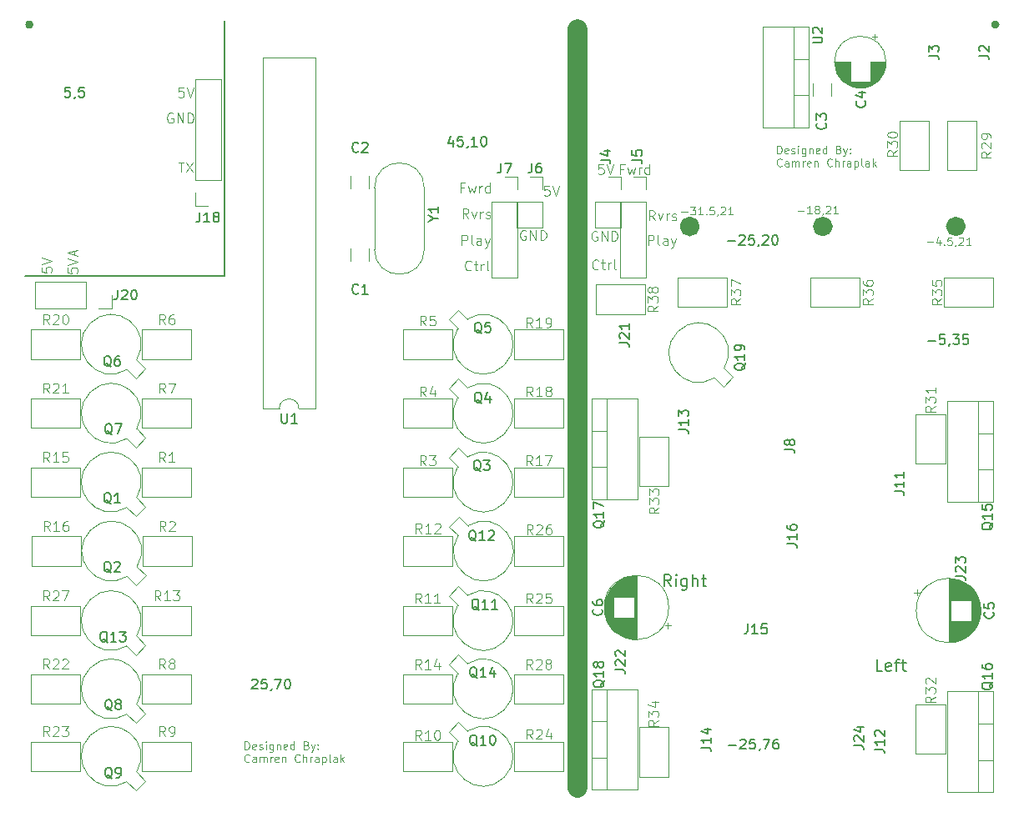
<source format=gbr>
%TF.GenerationSoftware,KiCad,Pcbnew,8.0.4-8.0.4-0~ubuntu24.04.1*%
%TF.CreationDate,2024-08-22T20:04:32-04:00*%
%TF.ProjectId,carinterface,63617269-6e74-4657-9266-6163652e6b69,rev?*%
%TF.SameCoordinates,Original*%
%TF.FileFunction,Legend,Top*%
%TF.FilePolarity,Positive*%
%FSLAX46Y46*%
G04 Gerber Fmt 4.6, Leading zero omitted, Abs format (unit mm)*
G04 Created by KiCad (PCBNEW 8.0.4-8.0.4-0~ubuntu24.04.1) date 2024-08-22 20:04:32*
%MOMM*%
%LPD*%
G01*
G04 APERTURE LIST*
%ADD10C,0.100000*%
%ADD11C,1.000000*%
%ADD12C,0.200000*%
%ADD13C,0.425000*%
%ADD14C,2.000000*%
%ADD15C,0.150000*%
%ADD16C,0.125000*%
%ADD17C,0.120000*%
G04 APERTURE END LIST*
D10*
X94456265Y-55432133D02*
X95065789Y-55432133D01*
X95865788Y-55736895D02*
X95408645Y-55736895D01*
X95637217Y-55736895D02*
X95637217Y-54936895D01*
X95637217Y-54936895D02*
X95561026Y-55051180D01*
X95561026Y-55051180D02*
X95484836Y-55127371D01*
X95484836Y-55127371D02*
X95408645Y-55165466D01*
X96322931Y-55279752D02*
X96246741Y-55241657D01*
X96246741Y-55241657D02*
X96208646Y-55203561D01*
X96208646Y-55203561D02*
X96170550Y-55127371D01*
X96170550Y-55127371D02*
X96170550Y-55089276D01*
X96170550Y-55089276D02*
X96208646Y-55013085D01*
X96208646Y-55013085D02*
X96246741Y-54974990D01*
X96246741Y-54974990D02*
X96322931Y-54936895D01*
X96322931Y-54936895D02*
X96475312Y-54936895D01*
X96475312Y-54936895D02*
X96551503Y-54974990D01*
X96551503Y-54974990D02*
X96589598Y-55013085D01*
X96589598Y-55013085D02*
X96627693Y-55089276D01*
X96627693Y-55089276D02*
X96627693Y-55127371D01*
X96627693Y-55127371D02*
X96589598Y-55203561D01*
X96589598Y-55203561D02*
X96551503Y-55241657D01*
X96551503Y-55241657D02*
X96475312Y-55279752D01*
X96475312Y-55279752D02*
X96322931Y-55279752D01*
X96322931Y-55279752D02*
X96246741Y-55317847D01*
X96246741Y-55317847D02*
X96208646Y-55355942D01*
X96208646Y-55355942D02*
X96170550Y-55432133D01*
X96170550Y-55432133D02*
X96170550Y-55584514D01*
X96170550Y-55584514D02*
X96208646Y-55660704D01*
X96208646Y-55660704D02*
X96246741Y-55698800D01*
X96246741Y-55698800D02*
X96322931Y-55736895D01*
X96322931Y-55736895D02*
X96475312Y-55736895D01*
X96475312Y-55736895D02*
X96551503Y-55698800D01*
X96551503Y-55698800D02*
X96589598Y-55660704D01*
X96589598Y-55660704D02*
X96627693Y-55584514D01*
X96627693Y-55584514D02*
X96627693Y-55432133D01*
X96627693Y-55432133D02*
X96589598Y-55355942D01*
X96589598Y-55355942D02*
X96551503Y-55317847D01*
X96551503Y-55317847D02*
X96475312Y-55279752D01*
X97008646Y-55698800D02*
X97008646Y-55736895D01*
X97008646Y-55736895D02*
X96970551Y-55813085D01*
X96970551Y-55813085D02*
X96932455Y-55851180D01*
X97313407Y-55013085D02*
X97351503Y-54974990D01*
X97351503Y-54974990D02*
X97427693Y-54936895D01*
X97427693Y-54936895D02*
X97618169Y-54936895D01*
X97618169Y-54936895D02*
X97694360Y-54974990D01*
X97694360Y-54974990D02*
X97732455Y-55013085D01*
X97732455Y-55013085D02*
X97770550Y-55089276D01*
X97770550Y-55089276D02*
X97770550Y-55165466D01*
X97770550Y-55165466D02*
X97732455Y-55279752D01*
X97732455Y-55279752D02*
X97275312Y-55736895D01*
X97275312Y-55736895D02*
X97770550Y-55736895D01*
X98532455Y-55736895D02*
X98075312Y-55736895D01*
X98303884Y-55736895D02*
X98303884Y-54936895D01*
X98303884Y-54936895D02*
X98227693Y-55051180D01*
X98227693Y-55051180D02*
X98151503Y-55127371D01*
X98151503Y-55127371D02*
X98075312Y-55165466D01*
X82656265Y-55532133D02*
X83265789Y-55532133D01*
X83570550Y-55036895D02*
X84065788Y-55036895D01*
X84065788Y-55036895D02*
X83799122Y-55341657D01*
X83799122Y-55341657D02*
X83913407Y-55341657D01*
X83913407Y-55341657D02*
X83989598Y-55379752D01*
X83989598Y-55379752D02*
X84027693Y-55417847D01*
X84027693Y-55417847D02*
X84065788Y-55494038D01*
X84065788Y-55494038D02*
X84065788Y-55684514D01*
X84065788Y-55684514D02*
X84027693Y-55760704D01*
X84027693Y-55760704D02*
X83989598Y-55798800D01*
X83989598Y-55798800D02*
X83913407Y-55836895D01*
X83913407Y-55836895D02*
X83684836Y-55836895D01*
X83684836Y-55836895D02*
X83608645Y-55798800D01*
X83608645Y-55798800D02*
X83570550Y-55760704D01*
X84827693Y-55836895D02*
X84370550Y-55836895D01*
X84599122Y-55836895D02*
X84599122Y-55036895D01*
X84599122Y-55036895D02*
X84522931Y-55151180D01*
X84522931Y-55151180D02*
X84446741Y-55227371D01*
X84446741Y-55227371D02*
X84370550Y-55265466D01*
X85170551Y-55760704D02*
X85208646Y-55798800D01*
X85208646Y-55798800D02*
X85170551Y-55836895D01*
X85170551Y-55836895D02*
X85132455Y-55798800D01*
X85132455Y-55798800D02*
X85170551Y-55760704D01*
X85170551Y-55760704D02*
X85170551Y-55836895D01*
X85932455Y-55036895D02*
X85551503Y-55036895D01*
X85551503Y-55036895D02*
X85513407Y-55417847D01*
X85513407Y-55417847D02*
X85551503Y-55379752D01*
X85551503Y-55379752D02*
X85627693Y-55341657D01*
X85627693Y-55341657D02*
X85818169Y-55341657D01*
X85818169Y-55341657D02*
X85894360Y-55379752D01*
X85894360Y-55379752D02*
X85932455Y-55417847D01*
X85932455Y-55417847D02*
X85970550Y-55494038D01*
X85970550Y-55494038D02*
X85970550Y-55684514D01*
X85970550Y-55684514D02*
X85932455Y-55760704D01*
X85932455Y-55760704D02*
X85894360Y-55798800D01*
X85894360Y-55798800D02*
X85818169Y-55836895D01*
X85818169Y-55836895D02*
X85627693Y-55836895D01*
X85627693Y-55836895D02*
X85551503Y-55798800D01*
X85551503Y-55798800D02*
X85513407Y-55760704D01*
X86351503Y-55798800D02*
X86351503Y-55836895D01*
X86351503Y-55836895D02*
X86313408Y-55913085D01*
X86313408Y-55913085D02*
X86275312Y-55951180D01*
X86656264Y-55113085D02*
X86694360Y-55074990D01*
X86694360Y-55074990D02*
X86770550Y-55036895D01*
X86770550Y-55036895D02*
X86961026Y-55036895D01*
X86961026Y-55036895D02*
X87037217Y-55074990D01*
X87037217Y-55074990D02*
X87075312Y-55113085D01*
X87075312Y-55113085D02*
X87113407Y-55189276D01*
X87113407Y-55189276D02*
X87113407Y-55265466D01*
X87113407Y-55265466D02*
X87075312Y-55379752D01*
X87075312Y-55379752D02*
X86618169Y-55836895D01*
X86618169Y-55836895D02*
X87113407Y-55836895D01*
X87875312Y-55836895D02*
X87418169Y-55836895D01*
X87646741Y-55836895D02*
X87646741Y-55036895D01*
X87646741Y-55036895D02*
X87570550Y-55151180D01*
X87570550Y-55151180D02*
X87494360Y-55227371D01*
X87494360Y-55227371D02*
X87418169Y-55265466D01*
D11*
X84000000Y-57040000D02*
G75*
G02*
X83000000Y-57040000I-500000J0D01*
G01*
X83000000Y-57040000D02*
G75*
G02*
X84000000Y-57040000I500000J0D01*
G01*
X97500000Y-57040000D02*
G75*
G02*
X96500000Y-57040000I-500000J0D01*
G01*
X96500000Y-57040000D02*
G75*
G02*
X97500000Y-57040000I500000J0D01*
G01*
D10*
X107556265Y-58632133D02*
X108165789Y-58632133D01*
X108889598Y-58403561D02*
X108889598Y-58936895D01*
X108699122Y-58098800D02*
X108508645Y-58670228D01*
X108508645Y-58670228D02*
X109003884Y-58670228D01*
X109308646Y-58860704D02*
X109346741Y-58898800D01*
X109346741Y-58898800D02*
X109308646Y-58936895D01*
X109308646Y-58936895D02*
X109270550Y-58898800D01*
X109270550Y-58898800D02*
X109308646Y-58860704D01*
X109308646Y-58860704D02*
X109308646Y-58936895D01*
X110070550Y-58136895D02*
X109689598Y-58136895D01*
X109689598Y-58136895D02*
X109651502Y-58517847D01*
X109651502Y-58517847D02*
X109689598Y-58479752D01*
X109689598Y-58479752D02*
X109765788Y-58441657D01*
X109765788Y-58441657D02*
X109956264Y-58441657D01*
X109956264Y-58441657D02*
X110032455Y-58479752D01*
X110032455Y-58479752D02*
X110070550Y-58517847D01*
X110070550Y-58517847D02*
X110108645Y-58594038D01*
X110108645Y-58594038D02*
X110108645Y-58784514D01*
X110108645Y-58784514D02*
X110070550Y-58860704D01*
X110070550Y-58860704D02*
X110032455Y-58898800D01*
X110032455Y-58898800D02*
X109956264Y-58936895D01*
X109956264Y-58936895D02*
X109765788Y-58936895D01*
X109765788Y-58936895D02*
X109689598Y-58898800D01*
X109689598Y-58898800D02*
X109651502Y-58860704D01*
X110489598Y-58898800D02*
X110489598Y-58936895D01*
X110489598Y-58936895D02*
X110451503Y-59013085D01*
X110451503Y-59013085D02*
X110413407Y-59051180D01*
X110794359Y-58213085D02*
X110832455Y-58174990D01*
X110832455Y-58174990D02*
X110908645Y-58136895D01*
X110908645Y-58136895D02*
X111099121Y-58136895D01*
X111099121Y-58136895D02*
X111175312Y-58174990D01*
X111175312Y-58174990D02*
X111213407Y-58213085D01*
X111213407Y-58213085D02*
X111251502Y-58289276D01*
X111251502Y-58289276D02*
X111251502Y-58365466D01*
X111251502Y-58365466D02*
X111213407Y-58479752D01*
X111213407Y-58479752D02*
X110756264Y-58936895D01*
X110756264Y-58936895D02*
X111251502Y-58936895D01*
X112013407Y-58936895D02*
X111556264Y-58936895D01*
X111784836Y-58936895D02*
X111784836Y-58136895D01*
X111784836Y-58136895D02*
X111708645Y-58251180D01*
X111708645Y-58251180D02*
X111632455Y-58327371D01*
X111632455Y-58327371D02*
X111556264Y-58365466D01*
D11*
X111000000Y-57040000D02*
G75*
G02*
X110000000Y-57040000I-500000J0D01*
G01*
X110000000Y-57040000D02*
G75*
G02*
X111000000Y-57040000I500000J0D01*
G01*
D12*
X36300000Y-62040000D02*
X16100000Y-62040000D01*
X36300000Y-62040000D02*
X36300000Y-36140000D01*
D13*
X16712500Y-36540000D02*
G75*
G02*
X16287500Y-36540000I-212500J0D01*
G01*
X16287500Y-36540000D02*
G75*
G02*
X16712500Y-36540000I212500J0D01*
G01*
D14*
X72100000Y-114040000D02*
X72100000Y-37040000D01*
D13*
X114712500Y-36540000D02*
G75*
G02*
X114287500Y-36540000I-212500J0D01*
G01*
X114287500Y-36540000D02*
G75*
G02*
X114712500Y-36540000I212500J0D01*
G01*
D10*
X60577067Y-53088609D02*
X60243734Y-53088609D01*
X60243734Y-53612419D02*
X60243734Y-52612419D01*
X60243734Y-52612419D02*
X60719924Y-52612419D01*
X61005639Y-52945752D02*
X61196115Y-53612419D01*
X61196115Y-53612419D02*
X61386591Y-53136228D01*
X61386591Y-53136228D02*
X61577067Y-53612419D01*
X61577067Y-53612419D02*
X61767543Y-52945752D01*
X62148496Y-53612419D02*
X62148496Y-52945752D01*
X62148496Y-53136228D02*
X62196115Y-53040990D01*
X62196115Y-53040990D02*
X62243734Y-52993371D01*
X62243734Y-52993371D02*
X62338972Y-52945752D01*
X62338972Y-52945752D02*
X62434210Y-52945752D01*
X63196115Y-53612419D02*
X63196115Y-52612419D01*
X63196115Y-53564800D02*
X63100877Y-53612419D01*
X63100877Y-53612419D02*
X62910401Y-53612419D01*
X62910401Y-53612419D02*
X62815163Y-53564800D01*
X62815163Y-53564800D02*
X62767544Y-53517180D01*
X62767544Y-53517180D02*
X62719925Y-53421942D01*
X62719925Y-53421942D02*
X62719925Y-53136228D01*
X62719925Y-53136228D02*
X62767544Y-53040990D01*
X62767544Y-53040990D02*
X62815163Y-52993371D01*
X62815163Y-52993371D02*
X62910401Y-52945752D01*
X62910401Y-52945752D02*
X63100877Y-52945752D01*
X63100877Y-52945752D02*
X63196115Y-52993371D01*
D15*
X87436779Y-109728866D02*
X88198684Y-109728866D01*
X88627255Y-109205057D02*
X88674874Y-109157438D01*
X88674874Y-109157438D02*
X88770112Y-109109819D01*
X88770112Y-109109819D02*
X89008207Y-109109819D01*
X89008207Y-109109819D02*
X89103445Y-109157438D01*
X89103445Y-109157438D02*
X89151064Y-109205057D01*
X89151064Y-109205057D02*
X89198683Y-109300295D01*
X89198683Y-109300295D02*
X89198683Y-109395533D01*
X89198683Y-109395533D02*
X89151064Y-109538390D01*
X89151064Y-109538390D02*
X88579636Y-110109819D01*
X88579636Y-110109819D02*
X89198683Y-110109819D01*
X90103445Y-109109819D02*
X89627255Y-109109819D01*
X89627255Y-109109819D02*
X89579636Y-109586009D01*
X89579636Y-109586009D02*
X89627255Y-109538390D01*
X89627255Y-109538390D02*
X89722493Y-109490771D01*
X89722493Y-109490771D02*
X89960588Y-109490771D01*
X89960588Y-109490771D02*
X90055826Y-109538390D01*
X90055826Y-109538390D02*
X90103445Y-109586009D01*
X90103445Y-109586009D02*
X90151064Y-109681247D01*
X90151064Y-109681247D02*
X90151064Y-109919342D01*
X90151064Y-109919342D02*
X90103445Y-110014580D01*
X90103445Y-110014580D02*
X90055826Y-110062200D01*
X90055826Y-110062200D02*
X89960588Y-110109819D01*
X89960588Y-110109819D02*
X89722493Y-110109819D01*
X89722493Y-110109819D02*
X89627255Y-110062200D01*
X89627255Y-110062200D02*
X89579636Y-110014580D01*
X90627255Y-110062200D02*
X90627255Y-110109819D01*
X90627255Y-110109819D02*
X90579636Y-110205057D01*
X90579636Y-110205057D02*
X90532017Y-110252676D01*
X90960588Y-109109819D02*
X91627254Y-109109819D01*
X91627254Y-109109819D02*
X91198683Y-110109819D01*
X92436778Y-109109819D02*
X92246302Y-109109819D01*
X92246302Y-109109819D02*
X92151064Y-109157438D01*
X92151064Y-109157438D02*
X92103445Y-109205057D01*
X92103445Y-109205057D02*
X92008207Y-109347914D01*
X92008207Y-109347914D02*
X91960588Y-109538390D01*
X91960588Y-109538390D02*
X91960588Y-109919342D01*
X91960588Y-109919342D02*
X92008207Y-110014580D01*
X92008207Y-110014580D02*
X92055826Y-110062200D01*
X92055826Y-110062200D02*
X92151064Y-110109819D01*
X92151064Y-110109819D02*
X92341540Y-110109819D01*
X92341540Y-110109819D02*
X92436778Y-110062200D01*
X92436778Y-110062200D02*
X92484397Y-110014580D01*
X92484397Y-110014580D02*
X92532016Y-109919342D01*
X92532016Y-109919342D02*
X92532016Y-109681247D01*
X92532016Y-109681247D02*
X92484397Y-109586009D01*
X92484397Y-109586009D02*
X92436778Y-109538390D01*
X92436778Y-109538390D02*
X92341540Y-109490771D01*
X92341540Y-109490771D02*
X92151064Y-109490771D01*
X92151064Y-109490771D02*
X92055826Y-109538390D01*
X92055826Y-109538390D02*
X92008207Y-109586009D01*
X92008207Y-109586009D02*
X91960588Y-109681247D01*
D10*
X66848496Y-57460038D02*
X66753258Y-57412419D01*
X66753258Y-57412419D02*
X66610401Y-57412419D01*
X66610401Y-57412419D02*
X66467544Y-57460038D01*
X66467544Y-57460038D02*
X66372306Y-57555276D01*
X66372306Y-57555276D02*
X66324687Y-57650514D01*
X66324687Y-57650514D02*
X66277068Y-57840990D01*
X66277068Y-57840990D02*
X66277068Y-57983847D01*
X66277068Y-57983847D02*
X66324687Y-58174323D01*
X66324687Y-58174323D02*
X66372306Y-58269561D01*
X66372306Y-58269561D02*
X66467544Y-58364800D01*
X66467544Y-58364800D02*
X66610401Y-58412419D01*
X66610401Y-58412419D02*
X66705639Y-58412419D01*
X66705639Y-58412419D02*
X66848496Y-58364800D01*
X66848496Y-58364800D02*
X66896115Y-58317180D01*
X66896115Y-58317180D02*
X66896115Y-57983847D01*
X66896115Y-57983847D02*
X66705639Y-57983847D01*
X67324687Y-58412419D02*
X67324687Y-57412419D01*
X67324687Y-57412419D02*
X67896115Y-58412419D01*
X67896115Y-58412419D02*
X67896115Y-57412419D01*
X68372306Y-58412419D02*
X68372306Y-57412419D01*
X68372306Y-57412419D02*
X68610401Y-57412419D01*
X68610401Y-57412419D02*
X68753258Y-57460038D01*
X68753258Y-57460038D02*
X68848496Y-57555276D01*
X68848496Y-57555276D02*
X68896115Y-57650514D01*
X68896115Y-57650514D02*
X68943734Y-57840990D01*
X68943734Y-57840990D02*
X68943734Y-57983847D01*
X68943734Y-57983847D02*
X68896115Y-58174323D01*
X68896115Y-58174323D02*
X68848496Y-58269561D01*
X68848496Y-58269561D02*
X68753258Y-58364800D01*
X68753258Y-58364800D02*
X68610401Y-58412419D01*
X68610401Y-58412419D02*
X68372306Y-58412419D01*
X61053257Y-56212419D02*
X60719924Y-55736228D01*
X60481829Y-56212419D02*
X60481829Y-55212419D01*
X60481829Y-55212419D02*
X60862781Y-55212419D01*
X60862781Y-55212419D02*
X60958019Y-55260038D01*
X60958019Y-55260038D02*
X61005638Y-55307657D01*
X61005638Y-55307657D02*
X61053257Y-55402895D01*
X61053257Y-55402895D02*
X61053257Y-55545752D01*
X61053257Y-55545752D02*
X61005638Y-55640990D01*
X61005638Y-55640990D02*
X60958019Y-55688609D01*
X60958019Y-55688609D02*
X60862781Y-55736228D01*
X60862781Y-55736228D02*
X60481829Y-55736228D01*
X61386591Y-55545752D02*
X61624686Y-56212419D01*
X61624686Y-56212419D02*
X61862781Y-55545752D01*
X62243734Y-56212419D02*
X62243734Y-55545752D01*
X62243734Y-55736228D02*
X62291353Y-55640990D01*
X62291353Y-55640990D02*
X62338972Y-55593371D01*
X62338972Y-55593371D02*
X62434210Y-55545752D01*
X62434210Y-55545752D02*
X62529448Y-55545752D01*
X62815163Y-56164800D02*
X62910401Y-56212419D01*
X62910401Y-56212419D02*
X63100877Y-56212419D01*
X63100877Y-56212419D02*
X63196115Y-56164800D01*
X63196115Y-56164800D02*
X63243734Y-56069561D01*
X63243734Y-56069561D02*
X63243734Y-56021942D01*
X63243734Y-56021942D02*
X63196115Y-55926704D01*
X63196115Y-55926704D02*
X63100877Y-55879085D01*
X63100877Y-55879085D02*
X62958020Y-55879085D01*
X62958020Y-55879085D02*
X62862782Y-55831466D01*
X62862782Y-55831466D02*
X62815163Y-55736228D01*
X62815163Y-55736228D02*
X62815163Y-55688609D01*
X62815163Y-55688609D02*
X62862782Y-55593371D01*
X62862782Y-55593371D02*
X62958020Y-55545752D01*
X62958020Y-55545752D02*
X63100877Y-55545752D01*
X63100877Y-55545752D02*
X63196115Y-55593371D01*
X74088496Y-57560038D02*
X73993258Y-57512419D01*
X73993258Y-57512419D02*
X73850401Y-57512419D01*
X73850401Y-57512419D02*
X73707544Y-57560038D01*
X73707544Y-57560038D02*
X73612306Y-57655276D01*
X73612306Y-57655276D02*
X73564687Y-57750514D01*
X73564687Y-57750514D02*
X73517068Y-57940990D01*
X73517068Y-57940990D02*
X73517068Y-58083847D01*
X73517068Y-58083847D02*
X73564687Y-58274323D01*
X73564687Y-58274323D02*
X73612306Y-58369561D01*
X73612306Y-58369561D02*
X73707544Y-58464800D01*
X73707544Y-58464800D02*
X73850401Y-58512419D01*
X73850401Y-58512419D02*
X73945639Y-58512419D01*
X73945639Y-58512419D02*
X74088496Y-58464800D01*
X74088496Y-58464800D02*
X74136115Y-58417180D01*
X74136115Y-58417180D02*
X74136115Y-58083847D01*
X74136115Y-58083847D02*
X73945639Y-58083847D01*
X74564687Y-58512419D02*
X74564687Y-57512419D01*
X74564687Y-57512419D02*
X75136115Y-58512419D01*
X75136115Y-58512419D02*
X75136115Y-57512419D01*
X75612306Y-58512419D02*
X75612306Y-57512419D01*
X75612306Y-57512419D02*
X75850401Y-57512419D01*
X75850401Y-57512419D02*
X75993258Y-57560038D01*
X75993258Y-57560038D02*
X76088496Y-57655276D01*
X76088496Y-57655276D02*
X76136115Y-57750514D01*
X76136115Y-57750514D02*
X76183734Y-57940990D01*
X76183734Y-57940990D02*
X76183734Y-58083847D01*
X76183734Y-58083847D02*
X76136115Y-58274323D01*
X76136115Y-58274323D02*
X76088496Y-58369561D01*
X76088496Y-58369561D02*
X75993258Y-58464800D01*
X75993258Y-58464800D02*
X75850401Y-58512419D01*
X75850401Y-58512419D02*
X75612306Y-58512419D01*
D16*
X38372712Y-110147640D02*
X38372712Y-109347640D01*
X38372712Y-109347640D02*
X38563188Y-109347640D01*
X38563188Y-109347640D02*
X38677474Y-109385735D01*
X38677474Y-109385735D02*
X38753664Y-109461925D01*
X38753664Y-109461925D02*
X38791759Y-109538116D01*
X38791759Y-109538116D02*
X38829855Y-109690497D01*
X38829855Y-109690497D02*
X38829855Y-109804783D01*
X38829855Y-109804783D02*
X38791759Y-109957164D01*
X38791759Y-109957164D02*
X38753664Y-110033354D01*
X38753664Y-110033354D02*
X38677474Y-110109545D01*
X38677474Y-110109545D02*
X38563188Y-110147640D01*
X38563188Y-110147640D02*
X38372712Y-110147640D01*
X39477474Y-110109545D02*
X39401283Y-110147640D01*
X39401283Y-110147640D02*
X39248902Y-110147640D01*
X39248902Y-110147640D02*
X39172712Y-110109545D01*
X39172712Y-110109545D02*
X39134616Y-110033354D01*
X39134616Y-110033354D02*
X39134616Y-109728592D01*
X39134616Y-109728592D02*
X39172712Y-109652402D01*
X39172712Y-109652402D02*
X39248902Y-109614306D01*
X39248902Y-109614306D02*
X39401283Y-109614306D01*
X39401283Y-109614306D02*
X39477474Y-109652402D01*
X39477474Y-109652402D02*
X39515569Y-109728592D01*
X39515569Y-109728592D02*
X39515569Y-109804783D01*
X39515569Y-109804783D02*
X39134616Y-109880973D01*
X39820330Y-110109545D02*
X39896521Y-110147640D01*
X39896521Y-110147640D02*
X40048902Y-110147640D01*
X40048902Y-110147640D02*
X40125092Y-110109545D01*
X40125092Y-110109545D02*
X40163188Y-110033354D01*
X40163188Y-110033354D02*
X40163188Y-109995259D01*
X40163188Y-109995259D02*
X40125092Y-109919068D01*
X40125092Y-109919068D02*
X40048902Y-109880973D01*
X40048902Y-109880973D02*
X39934616Y-109880973D01*
X39934616Y-109880973D02*
X39858426Y-109842878D01*
X39858426Y-109842878D02*
X39820330Y-109766687D01*
X39820330Y-109766687D02*
X39820330Y-109728592D01*
X39820330Y-109728592D02*
X39858426Y-109652402D01*
X39858426Y-109652402D02*
X39934616Y-109614306D01*
X39934616Y-109614306D02*
X40048902Y-109614306D01*
X40048902Y-109614306D02*
X40125092Y-109652402D01*
X40506045Y-110147640D02*
X40506045Y-109614306D01*
X40506045Y-109347640D02*
X40467949Y-109385735D01*
X40467949Y-109385735D02*
X40506045Y-109423830D01*
X40506045Y-109423830D02*
X40544140Y-109385735D01*
X40544140Y-109385735D02*
X40506045Y-109347640D01*
X40506045Y-109347640D02*
X40506045Y-109423830D01*
X41229854Y-109614306D02*
X41229854Y-110261925D01*
X41229854Y-110261925D02*
X41191759Y-110338116D01*
X41191759Y-110338116D02*
X41153663Y-110376211D01*
X41153663Y-110376211D02*
X41077473Y-110414306D01*
X41077473Y-110414306D02*
X40963187Y-110414306D01*
X40963187Y-110414306D02*
X40886997Y-110376211D01*
X41229854Y-110109545D02*
X41153663Y-110147640D01*
X41153663Y-110147640D02*
X41001282Y-110147640D01*
X41001282Y-110147640D02*
X40925092Y-110109545D01*
X40925092Y-110109545D02*
X40886997Y-110071449D01*
X40886997Y-110071449D02*
X40848901Y-109995259D01*
X40848901Y-109995259D02*
X40848901Y-109766687D01*
X40848901Y-109766687D02*
X40886997Y-109690497D01*
X40886997Y-109690497D02*
X40925092Y-109652402D01*
X40925092Y-109652402D02*
X41001282Y-109614306D01*
X41001282Y-109614306D02*
X41153663Y-109614306D01*
X41153663Y-109614306D02*
X41229854Y-109652402D01*
X41610807Y-109614306D02*
X41610807Y-110147640D01*
X41610807Y-109690497D02*
X41648902Y-109652402D01*
X41648902Y-109652402D02*
X41725092Y-109614306D01*
X41725092Y-109614306D02*
X41839378Y-109614306D01*
X41839378Y-109614306D02*
X41915569Y-109652402D01*
X41915569Y-109652402D02*
X41953664Y-109728592D01*
X41953664Y-109728592D02*
X41953664Y-110147640D01*
X42639379Y-110109545D02*
X42563188Y-110147640D01*
X42563188Y-110147640D02*
X42410807Y-110147640D01*
X42410807Y-110147640D02*
X42334617Y-110109545D01*
X42334617Y-110109545D02*
X42296521Y-110033354D01*
X42296521Y-110033354D02*
X42296521Y-109728592D01*
X42296521Y-109728592D02*
X42334617Y-109652402D01*
X42334617Y-109652402D02*
X42410807Y-109614306D01*
X42410807Y-109614306D02*
X42563188Y-109614306D01*
X42563188Y-109614306D02*
X42639379Y-109652402D01*
X42639379Y-109652402D02*
X42677474Y-109728592D01*
X42677474Y-109728592D02*
X42677474Y-109804783D01*
X42677474Y-109804783D02*
X42296521Y-109880973D01*
X43363188Y-110147640D02*
X43363188Y-109347640D01*
X43363188Y-110109545D02*
X43286997Y-110147640D01*
X43286997Y-110147640D02*
X43134616Y-110147640D01*
X43134616Y-110147640D02*
X43058426Y-110109545D01*
X43058426Y-110109545D02*
X43020331Y-110071449D01*
X43020331Y-110071449D02*
X42982235Y-109995259D01*
X42982235Y-109995259D02*
X42982235Y-109766687D01*
X42982235Y-109766687D02*
X43020331Y-109690497D01*
X43020331Y-109690497D02*
X43058426Y-109652402D01*
X43058426Y-109652402D02*
X43134616Y-109614306D01*
X43134616Y-109614306D02*
X43286997Y-109614306D01*
X43286997Y-109614306D02*
X43363188Y-109652402D01*
X44620331Y-109728592D02*
X44734617Y-109766687D01*
X44734617Y-109766687D02*
X44772712Y-109804783D01*
X44772712Y-109804783D02*
X44810808Y-109880973D01*
X44810808Y-109880973D02*
X44810808Y-109995259D01*
X44810808Y-109995259D02*
X44772712Y-110071449D01*
X44772712Y-110071449D02*
X44734617Y-110109545D01*
X44734617Y-110109545D02*
X44658427Y-110147640D01*
X44658427Y-110147640D02*
X44353665Y-110147640D01*
X44353665Y-110147640D02*
X44353665Y-109347640D01*
X44353665Y-109347640D02*
X44620331Y-109347640D01*
X44620331Y-109347640D02*
X44696522Y-109385735D01*
X44696522Y-109385735D02*
X44734617Y-109423830D01*
X44734617Y-109423830D02*
X44772712Y-109500021D01*
X44772712Y-109500021D02*
X44772712Y-109576211D01*
X44772712Y-109576211D02*
X44734617Y-109652402D01*
X44734617Y-109652402D02*
X44696522Y-109690497D01*
X44696522Y-109690497D02*
X44620331Y-109728592D01*
X44620331Y-109728592D02*
X44353665Y-109728592D01*
X45077474Y-109614306D02*
X45267950Y-110147640D01*
X45458427Y-109614306D02*
X45267950Y-110147640D01*
X45267950Y-110147640D02*
X45191760Y-110338116D01*
X45191760Y-110338116D02*
X45153665Y-110376211D01*
X45153665Y-110376211D02*
X45077474Y-110414306D01*
X45763189Y-110071449D02*
X45801284Y-110109545D01*
X45801284Y-110109545D02*
X45763189Y-110147640D01*
X45763189Y-110147640D02*
X45725093Y-110109545D01*
X45725093Y-110109545D02*
X45763189Y-110071449D01*
X45763189Y-110071449D02*
X45763189Y-110147640D01*
X45763189Y-109652402D02*
X45801284Y-109690497D01*
X45801284Y-109690497D02*
X45763189Y-109728592D01*
X45763189Y-109728592D02*
X45725093Y-109690497D01*
X45725093Y-109690497D02*
X45763189Y-109652402D01*
X45763189Y-109652402D02*
X45763189Y-109728592D01*
X38829855Y-111359404D02*
X38791759Y-111397500D01*
X38791759Y-111397500D02*
X38677474Y-111435595D01*
X38677474Y-111435595D02*
X38601283Y-111435595D01*
X38601283Y-111435595D02*
X38486997Y-111397500D01*
X38486997Y-111397500D02*
X38410807Y-111321309D01*
X38410807Y-111321309D02*
X38372712Y-111245119D01*
X38372712Y-111245119D02*
X38334616Y-111092738D01*
X38334616Y-111092738D02*
X38334616Y-110978452D01*
X38334616Y-110978452D02*
X38372712Y-110826071D01*
X38372712Y-110826071D02*
X38410807Y-110749880D01*
X38410807Y-110749880D02*
X38486997Y-110673690D01*
X38486997Y-110673690D02*
X38601283Y-110635595D01*
X38601283Y-110635595D02*
X38677474Y-110635595D01*
X38677474Y-110635595D02*
X38791759Y-110673690D01*
X38791759Y-110673690D02*
X38829855Y-110711785D01*
X39515569Y-111435595D02*
X39515569Y-111016547D01*
X39515569Y-111016547D02*
X39477474Y-110940357D01*
X39477474Y-110940357D02*
X39401283Y-110902261D01*
X39401283Y-110902261D02*
X39248902Y-110902261D01*
X39248902Y-110902261D02*
X39172712Y-110940357D01*
X39515569Y-111397500D02*
X39439378Y-111435595D01*
X39439378Y-111435595D02*
X39248902Y-111435595D01*
X39248902Y-111435595D02*
X39172712Y-111397500D01*
X39172712Y-111397500D02*
X39134616Y-111321309D01*
X39134616Y-111321309D02*
X39134616Y-111245119D01*
X39134616Y-111245119D02*
X39172712Y-111168928D01*
X39172712Y-111168928D02*
X39248902Y-111130833D01*
X39248902Y-111130833D02*
X39439378Y-111130833D01*
X39439378Y-111130833D02*
X39515569Y-111092738D01*
X39896522Y-111435595D02*
X39896522Y-110902261D01*
X39896522Y-110978452D02*
X39934617Y-110940357D01*
X39934617Y-110940357D02*
X40010807Y-110902261D01*
X40010807Y-110902261D02*
X40125093Y-110902261D01*
X40125093Y-110902261D02*
X40201284Y-110940357D01*
X40201284Y-110940357D02*
X40239379Y-111016547D01*
X40239379Y-111016547D02*
X40239379Y-111435595D01*
X40239379Y-111016547D02*
X40277474Y-110940357D01*
X40277474Y-110940357D02*
X40353665Y-110902261D01*
X40353665Y-110902261D02*
X40467950Y-110902261D01*
X40467950Y-110902261D02*
X40544141Y-110940357D01*
X40544141Y-110940357D02*
X40582236Y-111016547D01*
X40582236Y-111016547D02*
X40582236Y-111435595D01*
X40963189Y-111435595D02*
X40963189Y-110902261D01*
X40963189Y-111054642D02*
X41001284Y-110978452D01*
X41001284Y-110978452D02*
X41039379Y-110940357D01*
X41039379Y-110940357D02*
X41115570Y-110902261D01*
X41115570Y-110902261D02*
X41191760Y-110902261D01*
X41763189Y-111397500D02*
X41686998Y-111435595D01*
X41686998Y-111435595D02*
X41534617Y-111435595D01*
X41534617Y-111435595D02*
X41458427Y-111397500D01*
X41458427Y-111397500D02*
X41420331Y-111321309D01*
X41420331Y-111321309D02*
X41420331Y-111016547D01*
X41420331Y-111016547D02*
X41458427Y-110940357D01*
X41458427Y-110940357D02*
X41534617Y-110902261D01*
X41534617Y-110902261D02*
X41686998Y-110902261D01*
X41686998Y-110902261D02*
X41763189Y-110940357D01*
X41763189Y-110940357D02*
X41801284Y-111016547D01*
X41801284Y-111016547D02*
X41801284Y-111092738D01*
X41801284Y-111092738D02*
X41420331Y-111168928D01*
X42144141Y-110902261D02*
X42144141Y-111435595D01*
X42144141Y-110978452D02*
X42182236Y-110940357D01*
X42182236Y-110940357D02*
X42258426Y-110902261D01*
X42258426Y-110902261D02*
X42372712Y-110902261D01*
X42372712Y-110902261D02*
X42448903Y-110940357D01*
X42448903Y-110940357D02*
X42486998Y-111016547D01*
X42486998Y-111016547D02*
X42486998Y-111435595D01*
X43934618Y-111359404D02*
X43896522Y-111397500D01*
X43896522Y-111397500D02*
X43782237Y-111435595D01*
X43782237Y-111435595D02*
X43706046Y-111435595D01*
X43706046Y-111435595D02*
X43591760Y-111397500D01*
X43591760Y-111397500D02*
X43515570Y-111321309D01*
X43515570Y-111321309D02*
X43477475Y-111245119D01*
X43477475Y-111245119D02*
X43439379Y-111092738D01*
X43439379Y-111092738D02*
X43439379Y-110978452D01*
X43439379Y-110978452D02*
X43477475Y-110826071D01*
X43477475Y-110826071D02*
X43515570Y-110749880D01*
X43515570Y-110749880D02*
X43591760Y-110673690D01*
X43591760Y-110673690D02*
X43706046Y-110635595D01*
X43706046Y-110635595D02*
X43782237Y-110635595D01*
X43782237Y-110635595D02*
X43896522Y-110673690D01*
X43896522Y-110673690D02*
X43934618Y-110711785D01*
X44277475Y-111435595D02*
X44277475Y-110635595D01*
X44620332Y-111435595D02*
X44620332Y-111016547D01*
X44620332Y-111016547D02*
X44582237Y-110940357D01*
X44582237Y-110940357D02*
X44506046Y-110902261D01*
X44506046Y-110902261D02*
X44391760Y-110902261D01*
X44391760Y-110902261D02*
X44315570Y-110940357D01*
X44315570Y-110940357D02*
X44277475Y-110978452D01*
X45001285Y-111435595D02*
X45001285Y-110902261D01*
X45001285Y-111054642D02*
X45039380Y-110978452D01*
X45039380Y-110978452D02*
X45077475Y-110940357D01*
X45077475Y-110940357D02*
X45153666Y-110902261D01*
X45153666Y-110902261D02*
X45229856Y-110902261D01*
X45839380Y-111435595D02*
X45839380Y-111016547D01*
X45839380Y-111016547D02*
X45801285Y-110940357D01*
X45801285Y-110940357D02*
X45725094Y-110902261D01*
X45725094Y-110902261D02*
X45572713Y-110902261D01*
X45572713Y-110902261D02*
X45496523Y-110940357D01*
X45839380Y-111397500D02*
X45763189Y-111435595D01*
X45763189Y-111435595D02*
X45572713Y-111435595D01*
X45572713Y-111435595D02*
X45496523Y-111397500D01*
X45496523Y-111397500D02*
X45458427Y-111321309D01*
X45458427Y-111321309D02*
X45458427Y-111245119D01*
X45458427Y-111245119D02*
X45496523Y-111168928D01*
X45496523Y-111168928D02*
X45572713Y-111130833D01*
X45572713Y-111130833D02*
X45763189Y-111130833D01*
X45763189Y-111130833D02*
X45839380Y-111092738D01*
X46220333Y-110902261D02*
X46220333Y-111702261D01*
X46220333Y-110940357D02*
X46296523Y-110902261D01*
X46296523Y-110902261D02*
X46448904Y-110902261D01*
X46448904Y-110902261D02*
X46525095Y-110940357D01*
X46525095Y-110940357D02*
X46563190Y-110978452D01*
X46563190Y-110978452D02*
X46601285Y-111054642D01*
X46601285Y-111054642D02*
X46601285Y-111283214D01*
X46601285Y-111283214D02*
X46563190Y-111359404D01*
X46563190Y-111359404D02*
X46525095Y-111397500D01*
X46525095Y-111397500D02*
X46448904Y-111435595D01*
X46448904Y-111435595D02*
X46296523Y-111435595D01*
X46296523Y-111435595D02*
X46220333Y-111397500D01*
X47058428Y-111435595D02*
X46982238Y-111397500D01*
X46982238Y-111397500D02*
X46944143Y-111321309D01*
X46944143Y-111321309D02*
X46944143Y-110635595D01*
X47706048Y-111435595D02*
X47706048Y-111016547D01*
X47706048Y-111016547D02*
X47667953Y-110940357D01*
X47667953Y-110940357D02*
X47591762Y-110902261D01*
X47591762Y-110902261D02*
X47439381Y-110902261D01*
X47439381Y-110902261D02*
X47363191Y-110940357D01*
X47706048Y-111397500D02*
X47629857Y-111435595D01*
X47629857Y-111435595D02*
X47439381Y-111435595D01*
X47439381Y-111435595D02*
X47363191Y-111397500D01*
X47363191Y-111397500D02*
X47325095Y-111321309D01*
X47325095Y-111321309D02*
X47325095Y-111245119D01*
X47325095Y-111245119D02*
X47363191Y-111168928D01*
X47363191Y-111168928D02*
X47439381Y-111130833D01*
X47439381Y-111130833D02*
X47629857Y-111130833D01*
X47629857Y-111130833D02*
X47706048Y-111092738D01*
X48087001Y-111435595D02*
X48087001Y-110635595D01*
X48163191Y-111130833D02*
X48391763Y-111435595D01*
X48391763Y-110902261D02*
X48087001Y-111207023D01*
D15*
X20612969Y-42909819D02*
X20136779Y-42909819D01*
X20136779Y-42909819D02*
X20089160Y-43386009D01*
X20089160Y-43386009D02*
X20136779Y-43338390D01*
X20136779Y-43338390D02*
X20232017Y-43290771D01*
X20232017Y-43290771D02*
X20470112Y-43290771D01*
X20470112Y-43290771D02*
X20565350Y-43338390D01*
X20565350Y-43338390D02*
X20612969Y-43386009D01*
X20612969Y-43386009D02*
X20660588Y-43481247D01*
X20660588Y-43481247D02*
X20660588Y-43719342D01*
X20660588Y-43719342D02*
X20612969Y-43814580D01*
X20612969Y-43814580D02*
X20565350Y-43862200D01*
X20565350Y-43862200D02*
X20470112Y-43909819D01*
X20470112Y-43909819D02*
X20232017Y-43909819D01*
X20232017Y-43909819D02*
X20136779Y-43862200D01*
X20136779Y-43862200D02*
X20089160Y-43814580D01*
X21136779Y-43862200D02*
X21136779Y-43909819D01*
X21136779Y-43909819D02*
X21089160Y-44005057D01*
X21089160Y-44005057D02*
X21041541Y-44052676D01*
X22041540Y-42909819D02*
X21565350Y-42909819D01*
X21565350Y-42909819D02*
X21517731Y-43386009D01*
X21517731Y-43386009D02*
X21565350Y-43338390D01*
X21565350Y-43338390D02*
X21660588Y-43290771D01*
X21660588Y-43290771D02*
X21898683Y-43290771D01*
X21898683Y-43290771D02*
X21993921Y-43338390D01*
X21993921Y-43338390D02*
X22041540Y-43386009D01*
X22041540Y-43386009D02*
X22089159Y-43481247D01*
X22089159Y-43481247D02*
X22089159Y-43719342D01*
X22089159Y-43719342D02*
X22041540Y-43814580D01*
X22041540Y-43814580D02*
X21993921Y-43862200D01*
X21993921Y-43862200D02*
X21898683Y-43909819D01*
X21898683Y-43909819D02*
X21660588Y-43909819D01*
X21660588Y-43909819D02*
X21565350Y-43862200D01*
X21565350Y-43862200D02*
X21517731Y-43814580D01*
D10*
X76777067Y-51188609D02*
X76443734Y-51188609D01*
X76443734Y-51712419D02*
X76443734Y-50712419D01*
X76443734Y-50712419D02*
X76919924Y-50712419D01*
X77205639Y-51045752D02*
X77396115Y-51712419D01*
X77396115Y-51712419D02*
X77586591Y-51236228D01*
X77586591Y-51236228D02*
X77777067Y-51712419D01*
X77777067Y-51712419D02*
X77967543Y-51045752D01*
X78348496Y-51712419D02*
X78348496Y-51045752D01*
X78348496Y-51236228D02*
X78396115Y-51140990D01*
X78396115Y-51140990D02*
X78443734Y-51093371D01*
X78443734Y-51093371D02*
X78538972Y-51045752D01*
X78538972Y-51045752D02*
X78634210Y-51045752D01*
X79396115Y-51712419D02*
X79396115Y-50712419D01*
X79396115Y-51664800D02*
X79300877Y-51712419D01*
X79300877Y-51712419D02*
X79110401Y-51712419D01*
X79110401Y-51712419D02*
X79015163Y-51664800D01*
X79015163Y-51664800D02*
X78967544Y-51617180D01*
X78967544Y-51617180D02*
X78919925Y-51521942D01*
X78919925Y-51521942D02*
X78919925Y-51236228D01*
X78919925Y-51236228D02*
X78967544Y-51140990D01*
X78967544Y-51140990D02*
X79015163Y-51093371D01*
X79015163Y-51093371D02*
X79110401Y-51045752D01*
X79110401Y-51045752D02*
X79300877Y-51045752D01*
X79300877Y-51045752D02*
X79396115Y-51093371D01*
X61329447Y-61417180D02*
X61281828Y-61464800D01*
X61281828Y-61464800D02*
X61138971Y-61512419D01*
X61138971Y-61512419D02*
X61043733Y-61512419D01*
X61043733Y-61512419D02*
X60900876Y-61464800D01*
X60900876Y-61464800D02*
X60805638Y-61369561D01*
X60805638Y-61369561D02*
X60758019Y-61274323D01*
X60758019Y-61274323D02*
X60710400Y-61083847D01*
X60710400Y-61083847D02*
X60710400Y-60940990D01*
X60710400Y-60940990D02*
X60758019Y-60750514D01*
X60758019Y-60750514D02*
X60805638Y-60655276D01*
X60805638Y-60655276D02*
X60900876Y-60560038D01*
X60900876Y-60560038D02*
X61043733Y-60512419D01*
X61043733Y-60512419D02*
X61138971Y-60512419D01*
X61138971Y-60512419D02*
X61281828Y-60560038D01*
X61281828Y-60560038D02*
X61329447Y-60607657D01*
X61615162Y-60845752D02*
X61996114Y-60845752D01*
X61758019Y-60512419D02*
X61758019Y-61369561D01*
X61758019Y-61369561D02*
X61805638Y-61464800D01*
X61805638Y-61464800D02*
X61900876Y-61512419D01*
X61900876Y-61512419D02*
X61996114Y-61512419D01*
X62329448Y-61512419D02*
X62329448Y-60845752D01*
X62329448Y-61036228D02*
X62377067Y-60940990D01*
X62377067Y-60940990D02*
X62424686Y-60893371D01*
X62424686Y-60893371D02*
X62519924Y-60845752D01*
X62519924Y-60845752D02*
X62615162Y-60845752D01*
X63091353Y-61512419D02*
X62996115Y-61464800D01*
X62996115Y-61464800D02*
X62948496Y-61369561D01*
X62948496Y-61369561D02*
X62948496Y-60512419D01*
X31615163Y-50512419D02*
X32186591Y-50512419D01*
X31900877Y-51512419D02*
X31900877Y-50512419D01*
X32424687Y-50512419D02*
X33091353Y-51512419D01*
X33091353Y-50512419D02*
X32424687Y-51512419D01*
X20372419Y-61258170D02*
X20372419Y-61734360D01*
X20372419Y-61734360D02*
X20848609Y-61781979D01*
X20848609Y-61781979D02*
X20800990Y-61734360D01*
X20800990Y-61734360D02*
X20753371Y-61639122D01*
X20753371Y-61639122D02*
X20753371Y-61401027D01*
X20753371Y-61401027D02*
X20800990Y-61305789D01*
X20800990Y-61305789D02*
X20848609Y-61258170D01*
X20848609Y-61258170D02*
X20943847Y-61210551D01*
X20943847Y-61210551D02*
X21181942Y-61210551D01*
X21181942Y-61210551D02*
X21277180Y-61258170D01*
X21277180Y-61258170D02*
X21324800Y-61305789D01*
X21324800Y-61305789D02*
X21372419Y-61401027D01*
X21372419Y-61401027D02*
X21372419Y-61639122D01*
X21372419Y-61639122D02*
X21324800Y-61734360D01*
X21324800Y-61734360D02*
X21277180Y-61781979D01*
X20372419Y-60924836D02*
X21372419Y-60591503D01*
X21372419Y-60591503D02*
X20372419Y-60258170D01*
X21086704Y-59972455D02*
X21086704Y-59496265D01*
X21372419Y-60067693D02*
X20372419Y-59734360D01*
X20372419Y-59734360D02*
X21372419Y-59401027D01*
D15*
X39089160Y-103105057D02*
X39136779Y-103057438D01*
X39136779Y-103057438D02*
X39232017Y-103009819D01*
X39232017Y-103009819D02*
X39470112Y-103009819D01*
X39470112Y-103009819D02*
X39565350Y-103057438D01*
X39565350Y-103057438D02*
X39612969Y-103105057D01*
X39612969Y-103105057D02*
X39660588Y-103200295D01*
X39660588Y-103200295D02*
X39660588Y-103295533D01*
X39660588Y-103295533D02*
X39612969Y-103438390D01*
X39612969Y-103438390D02*
X39041541Y-104009819D01*
X39041541Y-104009819D02*
X39660588Y-104009819D01*
X40565350Y-103009819D02*
X40089160Y-103009819D01*
X40089160Y-103009819D02*
X40041541Y-103486009D01*
X40041541Y-103486009D02*
X40089160Y-103438390D01*
X40089160Y-103438390D02*
X40184398Y-103390771D01*
X40184398Y-103390771D02*
X40422493Y-103390771D01*
X40422493Y-103390771D02*
X40517731Y-103438390D01*
X40517731Y-103438390D02*
X40565350Y-103486009D01*
X40565350Y-103486009D02*
X40612969Y-103581247D01*
X40612969Y-103581247D02*
X40612969Y-103819342D01*
X40612969Y-103819342D02*
X40565350Y-103914580D01*
X40565350Y-103914580D02*
X40517731Y-103962200D01*
X40517731Y-103962200D02*
X40422493Y-104009819D01*
X40422493Y-104009819D02*
X40184398Y-104009819D01*
X40184398Y-104009819D02*
X40089160Y-103962200D01*
X40089160Y-103962200D02*
X40041541Y-103914580D01*
X41089160Y-103962200D02*
X41089160Y-104009819D01*
X41089160Y-104009819D02*
X41041541Y-104105057D01*
X41041541Y-104105057D02*
X40993922Y-104152676D01*
X41422493Y-103009819D02*
X42089159Y-103009819D01*
X42089159Y-103009819D02*
X41660588Y-104009819D01*
X42660588Y-103009819D02*
X42755826Y-103009819D01*
X42755826Y-103009819D02*
X42851064Y-103057438D01*
X42851064Y-103057438D02*
X42898683Y-103105057D01*
X42898683Y-103105057D02*
X42946302Y-103200295D01*
X42946302Y-103200295D02*
X42993921Y-103390771D01*
X42993921Y-103390771D02*
X42993921Y-103628866D01*
X42993921Y-103628866D02*
X42946302Y-103819342D01*
X42946302Y-103819342D02*
X42898683Y-103914580D01*
X42898683Y-103914580D02*
X42851064Y-103962200D01*
X42851064Y-103962200D02*
X42755826Y-104009819D01*
X42755826Y-104009819D02*
X42660588Y-104009819D01*
X42660588Y-104009819D02*
X42565350Y-103962200D01*
X42565350Y-103962200D02*
X42517731Y-103914580D01*
X42517731Y-103914580D02*
X42470112Y-103819342D01*
X42470112Y-103819342D02*
X42422493Y-103628866D01*
X42422493Y-103628866D02*
X42422493Y-103390771D01*
X42422493Y-103390771D02*
X42470112Y-103200295D01*
X42470112Y-103200295D02*
X42517731Y-103105057D01*
X42517731Y-103105057D02*
X42565350Y-103057438D01*
X42565350Y-103057438D02*
X42660588Y-103009819D01*
X107636779Y-68628866D02*
X108398684Y-68628866D01*
X109351064Y-68009819D02*
X108874874Y-68009819D01*
X108874874Y-68009819D02*
X108827255Y-68486009D01*
X108827255Y-68486009D02*
X108874874Y-68438390D01*
X108874874Y-68438390D02*
X108970112Y-68390771D01*
X108970112Y-68390771D02*
X109208207Y-68390771D01*
X109208207Y-68390771D02*
X109303445Y-68438390D01*
X109303445Y-68438390D02*
X109351064Y-68486009D01*
X109351064Y-68486009D02*
X109398683Y-68581247D01*
X109398683Y-68581247D02*
X109398683Y-68819342D01*
X109398683Y-68819342D02*
X109351064Y-68914580D01*
X109351064Y-68914580D02*
X109303445Y-68962200D01*
X109303445Y-68962200D02*
X109208207Y-69009819D01*
X109208207Y-69009819D02*
X108970112Y-69009819D01*
X108970112Y-69009819D02*
X108874874Y-68962200D01*
X108874874Y-68962200D02*
X108827255Y-68914580D01*
X109874874Y-68962200D02*
X109874874Y-69009819D01*
X109874874Y-69009819D02*
X109827255Y-69105057D01*
X109827255Y-69105057D02*
X109779636Y-69152676D01*
X110208207Y-68009819D02*
X110827254Y-68009819D01*
X110827254Y-68009819D02*
X110493921Y-68390771D01*
X110493921Y-68390771D02*
X110636778Y-68390771D01*
X110636778Y-68390771D02*
X110732016Y-68438390D01*
X110732016Y-68438390D02*
X110779635Y-68486009D01*
X110779635Y-68486009D02*
X110827254Y-68581247D01*
X110827254Y-68581247D02*
X110827254Y-68819342D01*
X110827254Y-68819342D02*
X110779635Y-68914580D01*
X110779635Y-68914580D02*
X110732016Y-68962200D01*
X110732016Y-68962200D02*
X110636778Y-69009819D01*
X110636778Y-69009819D02*
X110351064Y-69009819D01*
X110351064Y-69009819D02*
X110255826Y-68962200D01*
X110255826Y-68962200D02*
X110208207Y-68914580D01*
X111732016Y-68009819D02*
X111255826Y-68009819D01*
X111255826Y-68009819D02*
X111208207Y-68486009D01*
X111208207Y-68486009D02*
X111255826Y-68438390D01*
X111255826Y-68438390D02*
X111351064Y-68390771D01*
X111351064Y-68390771D02*
X111589159Y-68390771D01*
X111589159Y-68390771D02*
X111684397Y-68438390D01*
X111684397Y-68438390D02*
X111732016Y-68486009D01*
X111732016Y-68486009D02*
X111779635Y-68581247D01*
X111779635Y-68581247D02*
X111779635Y-68819342D01*
X111779635Y-68819342D02*
X111732016Y-68914580D01*
X111732016Y-68914580D02*
X111684397Y-68962200D01*
X111684397Y-68962200D02*
X111589159Y-69009819D01*
X111589159Y-69009819D02*
X111351064Y-69009819D01*
X111351064Y-69009819D02*
X111255826Y-68962200D01*
X111255826Y-68962200D02*
X111208207Y-68914580D01*
D16*
X92372712Y-49647640D02*
X92372712Y-48847640D01*
X92372712Y-48847640D02*
X92563188Y-48847640D01*
X92563188Y-48847640D02*
X92677474Y-48885735D01*
X92677474Y-48885735D02*
X92753664Y-48961925D01*
X92753664Y-48961925D02*
X92791759Y-49038116D01*
X92791759Y-49038116D02*
X92829855Y-49190497D01*
X92829855Y-49190497D02*
X92829855Y-49304783D01*
X92829855Y-49304783D02*
X92791759Y-49457164D01*
X92791759Y-49457164D02*
X92753664Y-49533354D01*
X92753664Y-49533354D02*
X92677474Y-49609545D01*
X92677474Y-49609545D02*
X92563188Y-49647640D01*
X92563188Y-49647640D02*
X92372712Y-49647640D01*
X93477474Y-49609545D02*
X93401283Y-49647640D01*
X93401283Y-49647640D02*
X93248902Y-49647640D01*
X93248902Y-49647640D02*
X93172712Y-49609545D01*
X93172712Y-49609545D02*
X93134616Y-49533354D01*
X93134616Y-49533354D02*
X93134616Y-49228592D01*
X93134616Y-49228592D02*
X93172712Y-49152402D01*
X93172712Y-49152402D02*
X93248902Y-49114306D01*
X93248902Y-49114306D02*
X93401283Y-49114306D01*
X93401283Y-49114306D02*
X93477474Y-49152402D01*
X93477474Y-49152402D02*
X93515569Y-49228592D01*
X93515569Y-49228592D02*
X93515569Y-49304783D01*
X93515569Y-49304783D02*
X93134616Y-49380973D01*
X93820330Y-49609545D02*
X93896521Y-49647640D01*
X93896521Y-49647640D02*
X94048902Y-49647640D01*
X94048902Y-49647640D02*
X94125092Y-49609545D01*
X94125092Y-49609545D02*
X94163188Y-49533354D01*
X94163188Y-49533354D02*
X94163188Y-49495259D01*
X94163188Y-49495259D02*
X94125092Y-49419068D01*
X94125092Y-49419068D02*
X94048902Y-49380973D01*
X94048902Y-49380973D02*
X93934616Y-49380973D01*
X93934616Y-49380973D02*
X93858426Y-49342878D01*
X93858426Y-49342878D02*
X93820330Y-49266687D01*
X93820330Y-49266687D02*
X93820330Y-49228592D01*
X93820330Y-49228592D02*
X93858426Y-49152402D01*
X93858426Y-49152402D02*
X93934616Y-49114306D01*
X93934616Y-49114306D02*
X94048902Y-49114306D01*
X94048902Y-49114306D02*
X94125092Y-49152402D01*
X94506045Y-49647640D02*
X94506045Y-49114306D01*
X94506045Y-48847640D02*
X94467949Y-48885735D01*
X94467949Y-48885735D02*
X94506045Y-48923830D01*
X94506045Y-48923830D02*
X94544140Y-48885735D01*
X94544140Y-48885735D02*
X94506045Y-48847640D01*
X94506045Y-48847640D02*
X94506045Y-48923830D01*
X95229854Y-49114306D02*
X95229854Y-49761925D01*
X95229854Y-49761925D02*
X95191759Y-49838116D01*
X95191759Y-49838116D02*
X95153663Y-49876211D01*
X95153663Y-49876211D02*
X95077473Y-49914306D01*
X95077473Y-49914306D02*
X94963187Y-49914306D01*
X94963187Y-49914306D02*
X94886997Y-49876211D01*
X95229854Y-49609545D02*
X95153663Y-49647640D01*
X95153663Y-49647640D02*
X95001282Y-49647640D01*
X95001282Y-49647640D02*
X94925092Y-49609545D01*
X94925092Y-49609545D02*
X94886997Y-49571449D01*
X94886997Y-49571449D02*
X94848901Y-49495259D01*
X94848901Y-49495259D02*
X94848901Y-49266687D01*
X94848901Y-49266687D02*
X94886997Y-49190497D01*
X94886997Y-49190497D02*
X94925092Y-49152402D01*
X94925092Y-49152402D02*
X95001282Y-49114306D01*
X95001282Y-49114306D02*
X95153663Y-49114306D01*
X95153663Y-49114306D02*
X95229854Y-49152402D01*
X95610807Y-49114306D02*
X95610807Y-49647640D01*
X95610807Y-49190497D02*
X95648902Y-49152402D01*
X95648902Y-49152402D02*
X95725092Y-49114306D01*
X95725092Y-49114306D02*
X95839378Y-49114306D01*
X95839378Y-49114306D02*
X95915569Y-49152402D01*
X95915569Y-49152402D02*
X95953664Y-49228592D01*
X95953664Y-49228592D02*
X95953664Y-49647640D01*
X96639379Y-49609545D02*
X96563188Y-49647640D01*
X96563188Y-49647640D02*
X96410807Y-49647640D01*
X96410807Y-49647640D02*
X96334617Y-49609545D01*
X96334617Y-49609545D02*
X96296521Y-49533354D01*
X96296521Y-49533354D02*
X96296521Y-49228592D01*
X96296521Y-49228592D02*
X96334617Y-49152402D01*
X96334617Y-49152402D02*
X96410807Y-49114306D01*
X96410807Y-49114306D02*
X96563188Y-49114306D01*
X96563188Y-49114306D02*
X96639379Y-49152402D01*
X96639379Y-49152402D02*
X96677474Y-49228592D01*
X96677474Y-49228592D02*
X96677474Y-49304783D01*
X96677474Y-49304783D02*
X96296521Y-49380973D01*
X97363188Y-49647640D02*
X97363188Y-48847640D01*
X97363188Y-49609545D02*
X97286997Y-49647640D01*
X97286997Y-49647640D02*
X97134616Y-49647640D01*
X97134616Y-49647640D02*
X97058426Y-49609545D01*
X97058426Y-49609545D02*
X97020331Y-49571449D01*
X97020331Y-49571449D02*
X96982235Y-49495259D01*
X96982235Y-49495259D02*
X96982235Y-49266687D01*
X96982235Y-49266687D02*
X97020331Y-49190497D01*
X97020331Y-49190497D02*
X97058426Y-49152402D01*
X97058426Y-49152402D02*
X97134616Y-49114306D01*
X97134616Y-49114306D02*
X97286997Y-49114306D01*
X97286997Y-49114306D02*
X97363188Y-49152402D01*
X98620331Y-49228592D02*
X98734617Y-49266687D01*
X98734617Y-49266687D02*
X98772712Y-49304783D01*
X98772712Y-49304783D02*
X98810808Y-49380973D01*
X98810808Y-49380973D02*
X98810808Y-49495259D01*
X98810808Y-49495259D02*
X98772712Y-49571449D01*
X98772712Y-49571449D02*
X98734617Y-49609545D01*
X98734617Y-49609545D02*
X98658427Y-49647640D01*
X98658427Y-49647640D02*
X98353665Y-49647640D01*
X98353665Y-49647640D02*
X98353665Y-48847640D01*
X98353665Y-48847640D02*
X98620331Y-48847640D01*
X98620331Y-48847640D02*
X98696522Y-48885735D01*
X98696522Y-48885735D02*
X98734617Y-48923830D01*
X98734617Y-48923830D02*
X98772712Y-49000021D01*
X98772712Y-49000021D02*
X98772712Y-49076211D01*
X98772712Y-49076211D02*
X98734617Y-49152402D01*
X98734617Y-49152402D02*
X98696522Y-49190497D01*
X98696522Y-49190497D02*
X98620331Y-49228592D01*
X98620331Y-49228592D02*
X98353665Y-49228592D01*
X99077474Y-49114306D02*
X99267950Y-49647640D01*
X99458427Y-49114306D02*
X99267950Y-49647640D01*
X99267950Y-49647640D02*
X99191760Y-49838116D01*
X99191760Y-49838116D02*
X99153665Y-49876211D01*
X99153665Y-49876211D02*
X99077474Y-49914306D01*
X99763189Y-49571449D02*
X99801284Y-49609545D01*
X99801284Y-49609545D02*
X99763189Y-49647640D01*
X99763189Y-49647640D02*
X99725093Y-49609545D01*
X99725093Y-49609545D02*
X99763189Y-49571449D01*
X99763189Y-49571449D02*
X99763189Y-49647640D01*
X99763189Y-49152402D02*
X99801284Y-49190497D01*
X99801284Y-49190497D02*
X99763189Y-49228592D01*
X99763189Y-49228592D02*
X99725093Y-49190497D01*
X99725093Y-49190497D02*
X99763189Y-49152402D01*
X99763189Y-49152402D02*
X99763189Y-49228592D01*
X92829855Y-50859404D02*
X92791759Y-50897500D01*
X92791759Y-50897500D02*
X92677474Y-50935595D01*
X92677474Y-50935595D02*
X92601283Y-50935595D01*
X92601283Y-50935595D02*
X92486997Y-50897500D01*
X92486997Y-50897500D02*
X92410807Y-50821309D01*
X92410807Y-50821309D02*
X92372712Y-50745119D01*
X92372712Y-50745119D02*
X92334616Y-50592738D01*
X92334616Y-50592738D02*
X92334616Y-50478452D01*
X92334616Y-50478452D02*
X92372712Y-50326071D01*
X92372712Y-50326071D02*
X92410807Y-50249880D01*
X92410807Y-50249880D02*
X92486997Y-50173690D01*
X92486997Y-50173690D02*
X92601283Y-50135595D01*
X92601283Y-50135595D02*
X92677474Y-50135595D01*
X92677474Y-50135595D02*
X92791759Y-50173690D01*
X92791759Y-50173690D02*
X92829855Y-50211785D01*
X93515569Y-50935595D02*
X93515569Y-50516547D01*
X93515569Y-50516547D02*
X93477474Y-50440357D01*
X93477474Y-50440357D02*
X93401283Y-50402261D01*
X93401283Y-50402261D02*
X93248902Y-50402261D01*
X93248902Y-50402261D02*
X93172712Y-50440357D01*
X93515569Y-50897500D02*
X93439378Y-50935595D01*
X93439378Y-50935595D02*
X93248902Y-50935595D01*
X93248902Y-50935595D02*
X93172712Y-50897500D01*
X93172712Y-50897500D02*
X93134616Y-50821309D01*
X93134616Y-50821309D02*
X93134616Y-50745119D01*
X93134616Y-50745119D02*
X93172712Y-50668928D01*
X93172712Y-50668928D02*
X93248902Y-50630833D01*
X93248902Y-50630833D02*
X93439378Y-50630833D01*
X93439378Y-50630833D02*
X93515569Y-50592738D01*
X93896522Y-50935595D02*
X93896522Y-50402261D01*
X93896522Y-50478452D02*
X93934617Y-50440357D01*
X93934617Y-50440357D02*
X94010807Y-50402261D01*
X94010807Y-50402261D02*
X94125093Y-50402261D01*
X94125093Y-50402261D02*
X94201284Y-50440357D01*
X94201284Y-50440357D02*
X94239379Y-50516547D01*
X94239379Y-50516547D02*
X94239379Y-50935595D01*
X94239379Y-50516547D02*
X94277474Y-50440357D01*
X94277474Y-50440357D02*
X94353665Y-50402261D01*
X94353665Y-50402261D02*
X94467950Y-50402261D01*
X94467950Y-50402261D02*
X94544141Y-50440357D01*
X94544141Y-50440357D02*
X94582236Y-50516547D01*
X94582236Y-50516547D02*
X94582236Y-50935595D01*
X94963189Y-50935595D02*
X94963189Y-50402261D01*
X94963189Y-50554642D02*
X95001284Y-50478452D01*
X95001284Y-50478452D02*
X95039379Y-50440357D01*
X95039379Y-50440357D02*
X95115570Y-50402261D01*
X95115570Y-50402261D02*
X95191760Y-50402261D01*
X95763189Y-50897500D02*
X95686998Y-50935595D01*
X95686998Y-50935595D02*
X95534617Y-50935595D01*
X95534617Y-50935595D02*
X95458427Y-50897500D01*
X95458427Y-50897500D02*
X95420331Y-50821309D01*
X95420331Y-50821309D02*
X95420331Y-50516547D01*
X95420331Y-50516547D02*
X95458427Y-50440357D01*
X95458427Y-50440357D02*
X95534617Y-50402261D01*
X95534617Y-50402261D02*
X95686998Y-50402261D01*
X95686998Y-50402261D02*
X95763189Y-50440357D01*
X95763189Y-50440357D02*
X95801284Y-50516547D01*
X95801284Y-50516547D02*
X95801284Y-50592738D01*
X95801284Y-50592738D02*
X95420331Y-50668928D01*
X96144141Y-50402261D02*
X96144141Y-50935595D01*
X96144141Y-50478452D02*
X96182236Y-50440357D01*
X96182236Y-50440357D02*
X96258426Y-50402261D01*
X96258426Y-50402261D02*
X96372712Y-50402261D01*
X96372712Y-50402261D02*
X96448903Y-50440357D01*
X96448903Y-50440357D02*
X96486998Y-50516547D01*
X96486998Y-50516547D02*
X96486998Y-50935595D01*
X97934618Y-50859404D02*
X97896522Y-50897500D01*
X97896522Y-50897500D02*
X97782237Y-50935595D01*
X97782237Y-50935595D02*
X97706046Y-50935595D01*
X97706046Y-50935595D02*
X97591760Y-50897500D01*
X97591760Y-50897500D02*
X97515570Y-50821309D01*
X97515570Y-50821309D02*
X97477475Y-50745119D01*
X97477475Y-50745119D02*
X97439379Y-50592738D01*
X97439379Y-50592738D02*
X97439379Y-50478452D01*
X97439379Y-50478452D02*
X97477475Y-50326071D01*
X97477475Y-50326071D02*
X97515570Y-50249880D01*
X97515570Y-50249880D02*
X97591760Y-50173690D01*
X97591760Y-50173690D02*
X97706046Y-50135595D01*
X97706046Y-50135595D02*
X97782237Y-50135595D01*
X97782237Y-50135595D02*
X97896522Y-50173690D01*
X97896522Y-50173690D02*
X97934618Y-50211785D01*
X98277475Y-50935595D02*
X98277475Y-50135595D01*
X98620332Y-50935595D02*
X98620332Y-50516547D01*
X98620332Y-50516547D02*
X98582237Y-50440357D01*
X98582237Y-50440357D02*
X98506046Y-50402261D01*
X98506046Y-50402261D02*
X98391760Y-50402261D01*
X98391760Y-50402261D02*
X98315570Y-50440357D01*
X98315570Y-50440357D02*
X98277475Y-50478452D01*
X99001285Y-50935595D02*
X99001285Y-50402261D01*
X99001285Y-50554642D02*
X99039380Y-50478452D01*
X99039380Y-50478452D02*
X99077475Y-50440357D01*
X99077475Y-50440357D02*
X99153666Y-50402261D01*
X99153666Y-50402261D02*
X99229856Y-50402261D01*
X99839380Y-50935595D02*
X99839380Y-50516547D01*
X99839380Y-50516547D02*
X99801285Y-50440357D01*
X99801285Y-50440357D02*
X99725094Y-50402261D01*
X99725094Y-50402261D02*
X99572713Y-50402261D01*
X99572713Y-50402261D02*
X99496523Y-50440357D01*
X99839380Y-50897500D02*
X99763189Y-50935595D01*
X99763189Y-50935595D02*
X99572713Y-50935595D01*
X99572713Y-50935595D02*
X99496523Y-50897500D01*
X99496523Y-50897500D02*
X99458427Y-50821309D01*
X99458427Y-50821309D02*
X99458427Y-50745119D01*
X99458427Y-50745119D02*
X99496523Y-50668928D01*
X99496523Y-50668928D02*
X99572713Y-50630833D01*
X99572713Y-50630833D02*
X99763189Y-50630833D01*
X99763189Y-50630833D02*
X99839380Y-50592738D01*
X100220333Y-50402261D02*
X100220333Y-51202261D01*
X100220333Y-50440357D02*
X100296523Y-50402261D01*
X100296523Y-50402261D02*
X100448904Y-50402261D01*
X100448904Y-50402261D02*
X100525095Y-50440357D01*
X100525095Y-50440357D02*
X100563190Y-50478452D01*
X100563190Y-50478452D02*
X100601285Y-50554642D01*
X100601285Y-50554642D02*
X100601285Y-50783214D01*
X100601285Y-50783214D02*
X100563190Y-50859404D01*
X100563190Y-50859404D02*
X100525095Y-50897500D01*
X100525095Y-50897500D02*
X100448904Y-50935595D01*
X100448904Y-50935595D02*
X100296523Y-50935595D01*
X100296523Y-50935595D02*
X100220333Y-50897500D01*
X101058428Y-50935595D02*
X100982238Y-50897500D01*
X100982238Y-50897500D02*
X100944143Y-50821309D01*
X100944143Y-50821309D02*
X100944143Y-50135595D01*
X101706048Y-50935595D02*
X101706048Y-50516547D01*
X101706048Y-50516547D02*
X101667953Y-50440357D01*
X101667953Y-50440357D02*
X101591762Y-50402261D01*
X101591762Y-50402261D02*
X101439381Y-50402261D01*
X101439381Y-50402261D02*
X101363191Y-50440357D01*
X101706048Y-50897500D02*
X101629857Y-50935595D01*
X101629857Y-50935595D02*
X101439381Y-50935595D01*
X101439381Y-50935595D02*
X101363191Y-50897500D01*
X101363191Y-50897500D02*
X101325095Y-50821309D01*
X101325095Y-50821309D02*
X101325095Y-50745119D01*
X101325095Y-50745119D02*
X101363191Y-50668928D01*
X101363191Y-50668928D02*
X101439381Y-50630833D01*
X101439381Y-50630833D02*
X101629857Y-50630833D01*
X101629857Y-50630833D02*
X101706048Y-50592738D01*
X102087001Y-50935595D02*
X102087001Y-50135595D01*
X102163191Y-50630833D02*
X102391763Y-50935595D01*
X102391763Y-50402261D02*
X102087001Y-50707023D01*
D15*
X87336779Y-58528866D02*
X88098684Y-58528866D01*
X88527255Y-58005057D02*
X88574874Y-57957438D01*
X88574874Y-57957438D02*
X88670112Y-57909819D01*
X88670112Y-57909819D02*
X88908207Y-57909819D01*
X88908207Y-57909819D02*
X89003445Y-57957438D01*
X89003445Y-57957438D02*
X89051064Y-58005057D01*
X89051064Y-58005057D02*
X89098683Y-58100295D01*
X89098683Y-58100295D02*
X89098683Y-58195533D01*
X89098683Y-58195533D02*
X89051064Y-58338390D01*
X89051064Y-58338390D02*
X88479636Y-58909819D01*
X88479636Y-58909819D02*
X89098683Y-58909819D01*
X90003445Y-57909819D02*
X89527255Y-57909819D01*
X89527255Y-57909819D02*
X89479636Y-58386009D01*
X89479636Y-58386009D02*
X89527255Y-58338390D01*
X89527255Y-58338390D02*
X89622493Y-58290771D01*
X89622493Y-58290771D02*
X89860588Y-58290771D01*
X89860588Y-58290771D02*
X89955826Y-58338390D01*
X89955826Y-58338390D02*
X90003445Y-58386009D01*
X90003445Y-58386009D02*
X90051064Y-58481247D01*
X90051064Y-58481247D02*
X90051064Y-58719342D01*
X90051064Y-58719342D02*
X90003445Y-58814580D01*
X90003445Y-58814580D02*
X89955826Y-58862200D01*
X89955826Y-58862200D02*
X89860588Y-58909819D01*
X89860588Y-58909819D02*
X89622493Y-58909819D01*
X89622493Y-58909819D02*
X89527255Y-58862200D01*
X89527255Y-58862200D02*
X89479636Y-58814580D01*
X90527255Y-58862200D02*
X90527255Y-58909819D01*
X90527255Y-58909819D02*
X90479636Y-59005057D01*
X90479636Y-59005057D02*
X90432017Y-59052676D01*
X90908207Y-58005057D02*
X90955826Y-57957438D01*
X90955826Y-57957438D02*
X91051064Y-57909819D01*
X91051064Y-57909819D02*
X91289159Y-57909819D01*
X91289159Y-57909819D02*
X91384397Y-57957438D01*
X91384397Y-57957438D02*
X91432016Y-58005057D01*
X91432016Y-58005057D02*
X91479635Y-58100295D01*
X91479635Y-58100295D02*
X91479635Y-58195533D01*
X91479635Y-58195533D02*
X91432016Y-58338390D01*
X91432016Y-58338390D02*
X90860588Y-58909819D01*
X90860588Y-58909819D02*
X91479635Y-58909819D01*
X92098683Y-57909819D02*
X92193921Y-57909819D01*
X92193921Y-57909819D02*
X92289159Y-57957438D01*
X92289159Y-57957438D02*
X92336778Y-58005057D01*
X92336778Y-58005057D02*
X92384397Y-58100295D01*
X92384397Y-58100295D02*
X92432016Y-58290771D01*
X92432016Y-58290771D02*
X92432016Y-58528866D01*
X92432016Y-58528866D02*
X92384397Y-58719342D01*
X92384397Y-58719342D02*
X92336778Y-58814580D01*
X92336778Y-58814580D02*
X92289159Y-58862200D01*
X92289159Y-58862200D02*
X92193921Y-58909819D01*
X92193921Y-58909819D02*
X92098683Y-58909819D01*
X92098683Y-58909819D02*
X92003445Y-58862200D01*
X92003445Y-58862200D02*
X91955826Y-58814580D01*
X91955826Y-58814580D02*
X91908207Y-58719342D01*
X91908207Y-58719342D02*
X91860588Y-58528866D01*
X91860588Y-58528866D02*
X91860588Y-58290771D01*
X91860588Y-58290771D02*
X91908207Y-58100295D01*
X91908207Y-58100295D02*
X91955826Y-58005057D01*
X91955826Y-58005057D02*
X92003445Y-57957438D01*
X92003445Y-57957438D02*
X92098683Y-57909819D01*
D10*
X17772419Y-61201027D02*
X17772419Y-61677217D01*
X17772419Y-61677217D02*
X18248609Y-61724836D01*
X18248609Y-61724836D02*
X18200990Y-61677217D01*
X18200990Y-61677217D02*
X18153371Y-61581979D01*
X18153371Y-61581979D02*
X18153371Y-61343884D01*
X18153371Y-61343884D02*
X18200990Y-61248646D01*
X18200990Y-61248646D02*
X18248609Y-61201027D01*
X18248609Y-61201027D02*
X18343847Y-61153408D01*
X18343847Y-61153408D02*
X18581942Y-61153408D01*
X18581942Y-61153408D02*
X18677180Y-61201027D01*
X18677180Y-61201027D02*
X18724800Y-61248646D01*
X18724800Y-61248646D02*
X18772419Y-61343884D01*
X18772419Y-61343884D02*
X18772419Y-61581979D01*
X18772419Y-61581979D02*
X18724800Y-61677217D01*
X18724800Y-61677217D02*
X18677180Y-61724836D01*
X17772419Y-60867693D02*
X18772419Y-60534360D01*
X18772419Y-60534360D02*
X17772419Y-60201027D01*
D12*
X103054136Y-102182742D02*
X102482708Y-102182742D01*
X102482708Y-102182742D02*
X102482708Y-100982742D01*
X103911280Y-102125600D02*
X103796994Y-102182742D01*
X103796994Y-102182742D02*
X103568423Y-102182742D01*
X103568423Y-102182742D02*
X103454137Y-102125600D01*
X103454137Y-102125600D02*
X103396994Y-102011314D01*
X103396994Y-102011314D02*
X103396994Y-101554171D01*
X103396994Y-101554171D02*
X103454137Y-101439885D01*
X103454137Y-101439885D02*
X103568423Y-101382742D01*
X103568423Y-101382742D02*
X103796994Y-101382742D01*
X103796994Y-101382742D02*
X103911280Y-101439885D01*
X103911280Y-101439885D02*
X103968423Y-101554171D01*
X103968423Y-101554171D02*
X103968423Y-101668457D01*
X103968423Y-101668457D02*
X103396994Y-101782742D01*
X104311279Y-101382742D02*
X104768422Y-101382742D01*
X104482708Y-102182742D02*
X104482708Y-101154171D01*
X104482708Y-101154171D02*
X104539851Y-101039885D01*
X104539851Y-101039885D02*
X104654136Y-100982742D01*
X104654136Y-100982742D02*
X104768422Y-100982742D01*
X104996993Y-101382742D02*
X105454136Y-101382742D01*
X105168422Y-100982742D02*
X105168422Y-102011314D01*
X105168422Y-102011314D02*
X105225565Y-102125600D01*
X105225565Y-102125600D02*
X105339850Y-102182742D01*
X105339850Y-102182742D02*
X105454136Y-102182742D01*
D10*
X32138972Y-42917920D02*
X31662782Y-42917920D01*
X31662782Y-42917920D02*
X31615163Y-43394110D01*
X31615163Y-43394110D02*
X31662782Y-43346491D01*
X31662782Y-43346491D02*
X31758020Y-43298872D01*
X31758020Y-43298872D02*
X31996115Y-43298872D01*
X31996115Y-43298872D02*
X32091353Y-43346491D01*
X32091353Y-43346491D02*
X32138972Y-43394110D01*
X32138972Y-43394110D02*
X32186591Y-43489348D01*
X32186591Y-43489348D02*
X32186591Y-43727443D01*
X32186591Y-43727443D02*
X32138972Y-43822681D01*
X32138972Y-43822681D02*
X32091353Y-43870301D01*
X32091353Y-43870301D02*
X31996115Y-43917920D01*
X31996115Y-43917920D02*
X31758020Y-43917920D01*
X31758020Y-43917920D02*
X31662782Y-43870301D01*
X31662782Y-43870301D02*
X31615163Y-43822681D01*
X32472306Y-42917920D02*
X32805639Y-43917920D01*
X32805639Y-43917920D02*
X33138972Y-42917920D01*
X74738972Y-50712419D02*
X74262782Y-50712419D01*
X74262782Y-50712419D02*
X74215163Y-51188609D01*
X74215163Y-51188609D02*
X74262782Y-51140990D01*
X74262782Y-51140990D02*
X74358020Y-51093371D01*
X74358020Y-51093371D02*
X74596115Y-51093371D01*
X74596115Y-51093371D02*
X74691353Y-51140990D01*
X74691353Y-51140990D02*
X74738972Y-51188609D01*
X74738972Y-51188609D02*
X74786591Y-51283847D01*
X74786591Y-51283847D02*
X74786591Y-51521942D01*
X74786591Y-51521942D02*
X74738972Y-51617180D01*
X74738972Y-51617180D02*
X74691353Y-51664800D01*
X74691353Y-51664800D02*
X74596115Y-51712419D01*
X74596115Y-51712419D02*
X74358020Y-51712419D01*
X74358020Y-51712419D02*
X74262782Y-51664800D01*
X74262782Y-51664800D02*
X74215163Y-51617180D01*
X75072306Y-50712419D02*
X75405639Y-51712419D01*
X75405639Y-51712419D02*
X75738972Y-50712419D01*
D12*
X81611279Y-93582742D02*
X81211279Y-93011314D01*
X80925565Y-93582742D02*
X80925565Y-92382742D01*
X80925565Y-92382742D02*
X81382708Y-92382742D01*
X81382708Y-92382742D02*
X81496993Y-92439885D01*
X81496993Y-92439885D02*
X81554136Y-92497028D01*
X81554136Y-92497028D02*
X81611279Y-92611314D01*
X81611279Y-92611314D02*
X81611279Y-92782742D01*
X81611279Y-92782742D02*
X81554136Y-92897028D01*
X81554136Y-92897028D02*
X81496993Y-92954171D01*
X81496993Y-92954171D02*
X81382708Y-93011314D01*
X81382708Y-93011314D02*
X80925565Y-93011314D01*
X82125565Y-93582742D02*
X82125565Y-92782742D01*
X82125565Y-92382742D02*
X82068422Y-92439885D01*
X82068422Y-92439885D02*
X82125565Y-92497028D01*
X82125565Y-92497028D02*
X82182708Y-92439885D01*
X82182708Y-92439885D02*
X82125565Y-92382742D01*
X82125565Y-92382742D02*
X82125565Y-92497028D01*
X83211280Y-92782742D02*
X83211280Y-93754171D01*
X83211280Y-93754171D02*
X83154137Y-93868457D01*
X83154137Y-93868457D02*
X83096994Y-93925600D01*
X83096994Y-93925600D02*
X82982708Y-93982742D01*
X82982708Y-93982742D02*
X82811280Y-93982742D01*
X82811280Y-93982742D02*
X82696994Y-93925600D01*
X83211280Y-93525600D02*
X83096994Y-93582742D01*
X83096994Y-93582742D02*
X82868422Y-93582742D01*
X82868422Y-93582742D02*
X82754137Y-93525600D01*
X82754137Y-93525600D02*
X82696994Y-93468457D01*
X82696994Y-93468457D02*
X82639851Y-93354171D01*
X82639851Y-93354171D02*
X82639851Y-93011314D01*
X82639851Y-93011314D02*
X82696994Y-92897028D01*
X82696994Y-92897028D02*
X82754137Y-92839885D01*
X82754137Y-92839885D02*
X82868422Y-92782742D01*
X82868422Y-92782742D02*
X83096994Y-92782742D01*
X83096994Y-92782742D02*
X83211280Y-92839885D01*
X83782708Y-93582742D02*
X83782708Y-92382742D01*
X84296994Y-93582742D02*
X84296994Y-92954171D01*
X84296994Y-92954171D02*
X84239851Y-92839885D01*
X84239851Y-92839885D02*
X84125565Y-92782742D01*
X84125565Y-92782742D02*
X83954136Y-92782742D01*
X83954136Y-92782742D02*
X83839851Y-92839885D01*
X83839851Y-92839885D02*
X83782708Y-92897028D01*
X84696993Y-92782742D02*
X85154136Y-92782742D01*
X84868422Y-92382742D02*
X84868422Y-93411314D01*
X84868422Y-93411314D02*
X84925565Y-93525600D01*
X84925565Y-93525600D02*
X85039850Y-93582742D01*
X85039850Y-93582742D02*
X85154136Y-93582742D01*
D15*
X59465350Y-48243152D02*
X59465350Y-48909819D01*
X59227255Y-47862200D02*
X58989160Y-48576485D01*
X58989160Y-48576485D02*
X59608207Y-48576485D01*
X60465350Y-47909819D02*
X59989160Y-47909819D01*
X59989160Y-47909819D02*
X59941541Y-48386009D01*
X59941541Y-48386009D02*
X59989160Y-48338390D01*
X59989160Y-48338390D02*
X60084398Y-48290771D01*
X60084398Y-48290771D02*
X60322493Y-48290771D01*
X60322493Y-48290771D02*
X60417731Y-48338390D01*
X60417731Y-48338390D02*
X60465350Y-48386009D01*
X60465350Y-48386009D02*
X60512969Y-48481247D01*
X60512969Y-48481247D02*
X60512969Y-48719342D01*
X60512969Y-48719342D02*
X60465350Y-48814580D01*
X60465350Y-48814580D02*
X60417731Y-48862200D01*
X60417731Y-48862200D02*
X60322493Y-48909819D01*
X60322493Y-48909819D02*
X60084398Y-48909819D01*
X60084398Y-48909819D02*
X59989160Y-48862200D01*
X59989160Y-48862200D02*
X59941541Y-48814580D01*
X60989160Y-48862200D02*
X60989160Y-48909819D01*
X60989160Y-48909819D02*
X60941541Y-49005057D01*
X60941541Y-49005057D02*
X60893922Y-49052676D01*
X61941540Y-48909819D02*
X61370112Y-48909819D01*
X61655826Y-48909819D02*
X61655826Y-47909819D01*
X61655826Y-47909819D02*
X61560588Y-48052676D01*
X61560588Y-48052676D02*
X61465350Y-48147914D01*
X61465350Y-48147914D02*
X61370112Y-48195533D01*
X62560588Y-47909819D02*
X62655826Y-47909819D01*
X62655826Y-47909819D02*
X62751064Y-47957438D01*
X62751064Y-47957438D02*
X62798683Y-48005057D01*
X62798683Y-48005057D02*
X62846302Y-48100295D01*
X62846302Y-48100295D02*
X62893921Y-48290771D01*
X62893921Y-48290771D02*
X62893921Y-48528866D01*
X62893921Y-48528866D02*
X62846302Y-48719342D01*
X62846302Y-48719342D02*
X62798683Y-48814580D01*
X62798683Y-48814580D02*
X62751064Y-48862200D01*
X62751064Y-48862200D02*
X62655826Y-48909819D01*
X62655826Y-48909819D02*
X62560588Y-48909819D01*
X62560588Y-48909819D02*
X62465350Y-48862200D01*
X62465350Y-48862200D02*
X62417731Y-48814580D01*
X62417731Y-48814580D02*
X62370112Y-48719342D01*
X62370112Y-48719342D02*
X62322493Y-48528866D01*
X62322493Y-48528866D02*
X62322493Y-48290771D01*
X62322493Y-48290771D02*
X62370112Y-48100295D01*
X62370112Y-48100295D02*
X62417731Y-48005057D01*
X62417731Y-48005057D02*
X62465350Y-47957438D01*
X62465350Y-47957438D02*
X62560588Y-47909819D01*
D10*
X69238972Y-52912419D02*
X68762782Y-52912419D01*
X68762782Y-52912419D02*
X68715163Y-53388609D01*
X68715163Y-53388609D02*
X68762782Y-53340990D01*
X68762782Y-53340990D02*
X68858020Y-53293371D01*
X68858020Y-53293371D02*
X69096115Y-53293371D01*
X69096115Y-53293371D02*
X69191353Y-53340990D01*
X69191353Y-53340990D02*
X69238972Y-53388609D01*
X69238972Y-53388609D02*
X69286591Y-53483847D01*
X69286591Y-53483847D02*
X69286591Y-53721942D01*
X69286591Y-53721942D02*
X69238972Y-53817180D01*
X69238972Y-53817180D02*
X69191353Y-53864800D01*
X69191353Y-53864800D02*
X69096115Y-53912419D01*
X69096115Y-53912419D02*
X68858020Y-53912419D01*
X68858020Y-53912419D02*
X68762782Y-53864800D01*
X68762782Y-53864800D02*
X68715163Y-53817180D01*
X69572306Y-52912419D02*
X69905639Y-53912419D01*
X69905639Y-53912419D02*
X70238972Y-52912419D01*
X74229447Y-61317180D02*
X74181828Y-61364800D01*
X74181828Y-61364800D02*
X74038971Y-61412419D01*
X74038971Y-61412419D02*
X73943733Y-61412419D01*
X73943733Y-61412419D02*
X73800876Y-61364800D01*
X73800876Y-61364800D02*
X73705638Y-61269561D01*
X73705638Y-61269561D02*
X73658019Y-61174323D01*
X73658019Y-61174323D02*
X73610400Y-60983847D01*
X73610400Y-60983847D02*
X73610400Y-60840990D01*
X73610400Y-60840990D02*
X73658019Y-60650514D01*
X73658019Y-60650514D02*
X73705638Y-60555276D01*
X73705638Y-60555276D02*
X73800876Y-60460038D01*
X73800876Y-60460038D02*
X73943733Y-60412419D01*
X73943733Y-60412419D02*
X74038971Y-60412419D01*
X74038971Y-60412419D02*
X74181828Y-60460038D01*
X74181828Y-60460038D02*
X74229447Y-60507657D01*
X74515162Y-60745752D02*
X74896114Y-60745752D01*
X74658019Y-60412419D02*
X74658019Y-61269561D01*
X74658019Y-61269561D02*
X74705638Y-61364800D01*
X74705638Y-61364800D02*
X74800876Y-61412419D01*
X74800876Y-61412419D02*
X74896114Y-61412419D01*
X75229448Y-61412419D02*
X75229448Y-60745752D01*
X75229448Y-60936228D02*
X75277067Y-60840990D01*
X75277067Y-60840990D02*
X75324686Y-60793371D01*
X75324686Y-60793371D02*
X75419924Y-60745752D01*
X75419924Y-60745752D02*
X75515162Y-60745752D01*
X75991353Y-61412419D02*
X75896115Y-61364800D01*
X75896115Y-61364800D02*
X75848496Y-61269561D01*
X75848496Y-61269561D02*
X75848496Y-60412419D01*
X79953257Y-56412419D02*
X79619924Y-55936228D01*
X79381829Y-56412419D02*
X79381829Y-55412419D01*
X79381829Y-55412419D02*
X79762781Y-55412419D01*
X79762781Y-55412419D02*
X79858019Y-55460038D01*
X79858019Y-55460038D02*
X79905638Y-55507657D01*
X79905638Y-55507657D02*
X79953257Y-55602895D01*
X79953257Y-55602895D02*
X79953257Y-55745752D01*
X79953257Y-55745752D02*
X79905638Y-55840990D01*
X79905638Y-55840990D02*
X79858019Y-55888609D01*
X79858019Y-55888609D02*
X79762781Y-55936228D01*
X79762781Y-55936228D02*
X79381829Y-55936228D01*
X80286591Y-55745752D02*
X80524686Y-56412419D01*
X80524686Y-56412419D02*
X80762781Y-55745752D01*
X81143734Y-56412419D02*
X81143734Y-55745752D01*
X81143734Y-55936228D02*
X81191353Y-55840990D01*
X81191353Y-55840990D02*
X81238972Y-55793371D01*
X81238972Y-55793371D02*
X81334210Y-55745752D01*
X81334210Y-55745752D02*
X81429448Y-55745752D01*
X81715163Y-56364800D02*
X81810401Y-56412419D01*
X81810401Y-56412419D02*
X82000877Y-56412419D01*
X82000877Y-56412419D02*
X82096115Y-56364800D01*
X82096115Y-56364800D02*
X82143734Y-56269561D01*
X82143734Y-56269561D02*
X82143734Y-56221942D01*
X82143734Y-56221942D02*
X82096115Y-56126704D01*
X82096115Y-56126704D02*
X82000877Y-56079085D01*
X82000877Y-56079085D02*
X81858020Y-56079085D01*
X81858020Y-56079085D02*
X81762782Y-56031466D01*
X81762782Y-56031466D02*
X81715163Y-55936228D01*
X81715163Y-55936228D02*
X81715163Y-55888609D01*
X81715163Y-55888609D02*
X81762782Y-55793371D01*
X81762782Y-55793371D02*
X81858020Y-55745752D01*
X81858020Y-55745752D02*
X82000877Y-55745752D01*
X82000877Y-55745752D02*
X82096115Y-55793371D01*
X79281829Y-58912419D02*
X79281829Y-57912419D01*
X79281829Y-57912419D02*
X79662781Y-57912419D01*
X79662781Y-57912419D02*
X79758019Y-57960038D01*
X79758019Y-57960038D02*
X79805638Y-58007657D01*
X79805638Y-58007657D02*
X79853257Y-58102895D01*
X79853257Y-58102895D02*
X79853257Y-58245752D01*
X79853257Y-58245752D02*
X79805638Y-58340990D01*
X79805638Y-58340990D02*
X79758019Y-58388609D01*
X79758019Y-58388609D02*
X79662781Y-58436228D01*
X79662781Y-58436228D02*
X79281829Y-58436228D01*
X80424686Y-58912419D02*
X80329448Y-58864800D01*
X80329448Y-58864800D02*
X80281829Y-58769561D01*
X80281829Y-58769561D02*
X80281829Y-57912419D01*
X81234210Y-58912419D02*
X81234210Y-58388609D01*
X81234210Y-58388609D02*
X81186591Y-58293371D01*
X81186591Y-58293371D02*
X81091353Y-58245752D01*
X81091353Y-58245752D02*
X80900877Y-58245752D01*
X80900877Y-58245752D02*
X80805639Y-58293371D01*
X81234210Y-58864800D02*
X81138972Y-58912419D01*
X81138972Y-58912419D02*
X80900877Y-58912419D01*
X80900877Y-58912419D02*
X80805639Y-58864800D01*
X80805639Y-58864800D02*
X80758020Y-58769561D01*
X80758020Y-58769561D02*
X80758020Y-58674323D01*
X80758020Y-58674323D02*
X80805639Y-58579085D01*
X80805639Y-58579085D02*
X80900877Y-58531466D01*
X80900877Y-58531466D02*
X81138972Y-58531466D01*
X81138972Y-58531466D02*
X81234210Y-58483847D01*
X81615163Y-58245752D02*
X81853258Y-58912419D01*
X82091353Y-58245752D02*
X81853258Y-58912419D01*
X81853258Y-58912419D02*
X81758020Y-59150514D01*
X81758020Y-59150514D02*
X81710401Y-59198133D01*
X81710401Y-59198133D02*
X81615163Y-59245752D01*
X60381829Y-58912419D02*
X60381829Y-57912419D01*
X60381829Y-57912419D02*
X60762781Y-57912419D01*
X60762781Y-57912419D02*
X60858019Y-57960038D01*
X60858019Y-57960038D02*
X60905638Y-58007657D01*
X60905638Y-58007657D02*
X60953257Y-58102895D01*
X60953257Y-58102895D02*
X60953257Y-58245752D01*
X60953257Y-58245752D02*
X60905638Y-58340990D01*
X60905638Y-58340990D02*
X60858019Y-58388609D01*
X60858019Y-58388609D02*
X60762781Y-58436228D01*
X60762781Y-58436228D02*
X60381829Y-58436228D01*
X61524686Y-58912419D02*
X61429448Y-58864800D01*
X61429448Y-58864800D02*
X61381829Y-58769561D01*
X61381829Y-58769561D02*
X61381829Y-57912419D01*
X62334210Y-58912419D02*
X62334210Y-58388609D01*
X62334210Y-58388609D02*
X62286591Y-58293371D01*
X62286591Y-58293371D02*
X62191353Y-58245752D01*
X62191353Y-58245752D02*
X62000877Y-58245752D01*
X62000877Y-58245752D02*
X61905639Y-58293371D01*
X62334210Y-58864800D02*
X62238972Y-58912419D01*
X62238972Y-58912419D02*
X62000877Y-58912419D01*
X62000877Y-58912419D02*
X61905639Y-58864800D01*
X61905639Y-58864800D02*
X61858020Y-58769561D01*
X61858020Y-58769561D02*
X61858020Y-58674323D01*
X61858020Y-58674323D02*
X61905639Y-58579085D01*
X61905639Y-58579085D02*
X62000877Y-58531466D01*
X62000877Y-58531466D02*
X62238972Y-58531466D01*
X62238972Y-58531466D02*
X62334210Y-58483847D01*
X62715163Y-58245752D02*
X62953258Y-58912419D01*
X63191353Y-58245752D02*
X62953258Y-58912419D01*
X62953258Y-58912419D02*
X62858020Y-59150514D01*
X62858020Y-59150514D02*
X62810401Y-59198133D01*
X62810401Y-59198133D02*
X62715163Y-59245752D01*
X31048496Y-45560038D02*
X30953258Y-45512419D01*
X30953258Y-45512419D02*
X30810401Y-45512419D01*
X30810401Y-45512419D02*
X30667544Y-45560038D01*
X30667544Y-45560038D02*
X30572306Y-45655276D01*
X30572306Y-45655276D02*
X30524687Y-45750514D01*
X30524687Y-45750514D02*
X30477068Y-45940990D01*
X30477068Y-45940990D02*
X30477068Y-46083847D01*
X30477068Y-46083847D02*
X30524687Y-46274323D01*
X30524687Y-46274323D02*
X30572306Y-46369561D01*
X30572306Y-46369561D02*
X30667544Y-46464800D01*
X30667544Y-46464800D02*
X30810401Y-46512419D01*
X30810401Y-46512419D02*
X30905639Y-46512419D01*
X30905639Y-46512419D02*
X31048496Y-46464800D01*
X31048496Y-46464800D02*
X31096115Y-46417180D01*
X31096115Y-46417180D02*
X31096115Y-46083847D01*
X31096115Y-46083847D02*
X30905639Y-46083847D01*
X31524687Y-46512419D02*
X31524687Y-45512419D01*
X31524687Y-45512419D02*
X32096115Y-46512419D01*
X32096115Y-46512419D02*
X32096115Y-45512419D01*
X32572306Y-46512419D02*
X32572306Y-45512419D01*
X32572306Y-45512419D02*
X32810401Y-45512419D01*
X32810401Y-45512419D02*
X32953258Y-45560038D01*
X32953258Y-45560038D02*
X33048496Y-45655276D01*
X33048496Y-45655276D02*
X33096115Y-45750514D01*
X33096115Y-45750514D02*
X33143734Y-45940990D01*
X33143734Y-45940990D02*
X33143734Y-46083847D01*
X33143734Y-46083847D02*
X33096115Y-46274323D01*
X33096115Y-46274323D02*
X33048496Y-46369561D01*
X33048496Y-46369561D02*
X32953258Y-46464800D01*
X32953258Y-46464800D02*
X32810401Y-46512419D01*
X32810401Y-46512419D02*
X32572306Y-46512419D01*
X108397419Y-104782857D02*
X107921228Y-105116190D01*
X108397419Y-105354285D02*
X107397419Y-105354285D01*
X107397419Y-105354285D02*
X107397419Y-104973333D01*
X107397419Y-104973333D02*
X107445038Y-104878095D01*
X107445038Y-104878095D02*
X107492657Y-104830476D01*
X107492657Y-104830476D02*
X107587895Y-104782857D01*
X107587895Y-104782857D02*
X107730752Y-104782857D01*
X107730752Y-104782857D02*
X107825990Y-104830476D01*
X107825990Y-104830476D02*
X107873609Y-104878095D01*
X107873609Y-104878095D02*
X107921228Y-104973333D01*
X107921228Y-104973333D02*
X107921228Y-105354285D01*
X107397419Y-104449523D02*
X107397419Y-103830476D01*
X107397419Y-103830476D02*
X107778371Y-104163809D01*
X107778371Y-104163809D02*
X107778371Y-104020952D01*
X107778371Y-104020952D02*
X107825990Y-103925714D01*
X107825990Y-103925714D02*
X107873609Y-103878095D01*
X107873609Y-103878095D02*
X107968847Y-103830476D01*
X107968847Y-103830476D02*
X108206942Y-103830476D01*
X108206942Y-103830476D02*
X108302180Y-103878095D01*
X108302180Y-103878095D02*
X108349800Y-103925714D01*
X108349800Y-103925714D02*
X108397419Y-104020952D01*
X108397419Y-104020952D02*
X108397419Y-104306666D01*
X108397419Y-104306666D02*
X108349800Y-104401904D01*
X108349800Y-104401904D02*
X108302180Y-104449523D01*
X107492657Y-103449523D02*
X107445038Y-103401904D01*
X107445038Y-103401904D02*
X107397419Y-103306666D01*
X107397419Y-103306666D02*
X107397419Y-103068571D01*
X107397419Y-103068571D02*
X107445038Y-102973333D01*
X107445038Y-102973333D02*
X107492657Y-102925714D01*
X107492657Y-102925714D02*
X107587895Y-102878095D01*
X107587895Y-102878095D02*
X107683133Y-102878095D01*
X107683133Y-102878095D02*
X107825990Y-102925714D01*
X107825990Y-102925714D02*
X108397419Y-103497142D01*
X108397419Y-103497142D02*
X108397419Y-102878095D01*
D15*
X104254819Y-83949523D02*
X104969104Y-83949523D01*
X104969104Y-83949523D02*
X105111961Y-83997142D01*
X105111961Y-83997142D02*
X105207200Y-84092380D01*
X105207200Y-84092380D02*
X105254819Y-84235237D01*
X105254819Y-84235237D02*
X105254819Y-84330475D01*
X105254819Y-82949523D02*
X105254819Y-83520951D01*
X105254819Y-83235237D02*
X104254819Y-83235237D01*
X104254819Y-83235237D02*
X104397676Y-83330475D01*
X104397676Y-83330475D02*
X104492914Y-83425713D01*
X104492914Y-83425713D02*
X104540533Y-83520951D01*
X105254819Y-81997142D02*
X105254819Y-82568570D01*
X105254819Y-82282856D02*
X104254819Y-82282856D01*
X104254819Y-82282856D02*
X104397676Y-82378094D01*
X104397676Y-82378094D02*
X104492914Y-82473332D01*
X104492914Y-82473332D02*
X104540533Y-82568570D01*
X114250057Y-87111428D02*
X114202438Y-87206666D01*
X114202438Y-87206666D02*
X114107200Y-87301904D01*
X114107200Y-87301904D02*
X113964342Y-87444761D01*
X113964342Y-87444761D02*
X113916723Y-87539999D01*
X113916723Y-87539999D02*
X113916723Y-87635237D01*
X114154819Y-87587618D02*
X114107200Y-87682856D01*
X114107200Y-87682856D02*
X114011961Y-87778094D01*
X114011961Y-87778094D02*
X113821485Y-87825713D01*
X113821485Y-87825713D02*
X113488152Y-87825713D01*
X113488152Y-87825713D02*
X113297676Y-87778094D01*
X113297676Y-87778094D02*
X113202438Y-87682856D01*
X113202438Y-87682856D02*
X113154819Y-87587618D01*
X113154819Y-87587618D02*
X113154819Y-87397142D01*
X113154819Y-87397142D02*
X113202438Y-87301904D01*
X113202438Y-87301904D02*
X113297676Y-87206666D01*
X113297676Y-87206666D02*
X113488152Y-87159047D01*
X113488152Y-87159047D02*
X113821485Y-87159047D01*
X113821485Y-87159047D02*
X114011961Y-87206666D01*
X114011961Y-87206666D02*
X114107200Y-87301904D01*
X114107200Y-87301904D02*
X114154819Y-87397142D01*
X114154819Y-87397142D02*
X114154819Y-87587618D01*
X114154819Y-86206666D02*
X114154819Y-86778094D01*
X114154819Y-86492380D02*
X113154819Y-86492380D01*
X113154819Y-86492380D02*
X113297676Y-86587618D01*
X113297676Y-86587618D02*
X113392914Y-86682856D01*
X113392914Y-86682856D02*
X113440533Y-86778094D01*
X113154819Y-85301904D02*
X113154819Y-85778094D01*
X113154819Y-85778094D02*
X113631009Y-85825713D01*
X113631009Y-85825713D02*
X113583390Y-85778094D01*
X113583390Y-85778094D02*
X113535771Y-85682856D01*
X113535771Y-85682856D02*
X113535771Y-85444761D01*
X113535771Y-85444761D02*
X113583390Y-85349523D01*
X113583390Y-85349523D02*
X113631009Y-85301904D01*
X113631009Y-85301904D02*
X113726247Y-85254285D01*
X113726247Y-85254285D02*
X113964342Y-85254285D01*
X113964342Y-85254285D02*
X114059580Y-85301904D01*
X114059580Y-85301904D02*
X114107200Y-85349523D01*
X114107200Y-85349523D02*
X114154819Y-85444761D01*
X114154819Y-85444761D02*
X114154819Y-85682856D01*
X114154819Y-85682856D02*
X114107200Y-85778094D01*
X114107200Y-85778094D02*
X114059580Y-85825713D01*
X89390476Y-97394819D02*
X89390476Y-98109104D01*
X89390476Y-98109104D02*
X89342857Y-98251961D01*
X89342857Y-98251961D02*
X89247619Y-98347200D01*
X89247619Y-98347200D02*
X89104762Y-98394819D01*
X89104762Y-98394819D02*
X89009524Y-98394819D01*
X90390476Y-98394819D02*
X89819048Y-98394819D01*
X90104762Y-98394819D02*
X90104762Y-97394819D01*
X90104762Y-97394819D02*
X90009524Y-97537676D01*
X90009524Y-97537676D02*
X89914286Y-97632914D01*
X89914286Y-97632914D02*
X89819048Y-97680533D01*
X91295238Y-97394819D02*
X90819048Y-97394819D01*
X90819048Y-97394819D02*
X90771429Y-97871009D01*
X90771429Y-97871009D02*
X90819048Y-97823390D01*
X90819048Y-97823390D02*
X90914286Y-97775771D01*
X90914286Y-97775771D02*
X91152381Y-97775771D01*
X91152381Y-97775771D02*
X91247619Y-97823390D01*
X91247619Y-97823390D02*
X91295238Y-97871009D01*
X91295238Y-97871009D02*
X91342857Y-97966247D01*
X91342857Y-97966247D02*
X91342857Y-98204342D01*
X91342857Y-98204342D02*
X91295238Y-98299580D01*
X91295238Y-98299580D02*
X91247619Y-98347200D01*
X91247619Y-98347200D02*
X91152381Y-98394819D01*
X91152381Y-98394819D02*
X90914286Y-98394819D01*
X90914286Y-98394819D02*
X90819048Y-98347200D01*
X90819048Y-98347200D02*
X90771429Y-98299580D01*
X24904761Y-78190057D02*
X24809523Y-78142438D01*
X24809523Y-78142438D02*
X24714285Y-78047200D01*
X24714285Y-78047200D02*
X24571428Y-77904342D01*
X24571428Y-77904342D02*
X24476190Y-77856723D01*
X24476190Y-77856723D02*
X24380952Y-77856723D01*
X24428571Y-78094819D02*
X24333333Y-78047200D01*
X24333333Y-78047200D02*
X24238095Y-77951961D01*
X24238095Y-77951961D02*
X24190476Y-77761485D01*
X24190476Y-77761485D02*
X24190476Y-77428152D01*
X24190476Y-77428152D02*
X24238095Y-77237676D01*
X24238095Y-77237676D02*
X24333333Y-77142438D01*
X24333333Y-77142438D02*
X24428571Y-77094819D01*
X24428571Y-77094819D02*
X24619047Y-77094819D01*
X24619047Y-77094819D02*
X24714285Y-77142438D01*
X24714285Y-77142438D02*
X24809523Y-77237676D01*
X24809523Y-77237676D02*
X24857142Y-77428152D01*
X24857142Y-77428152D02*
X24857142Y-77761485D01*
X24857142Y-77761485D02*
X24809523Y-77951961D01*
X24809523Y-77951961D02*
X24714285Y-78047200D01*
X24714285Y-78047200D02*
X24619047Y-78094819D01*
X24619047Y-78094819D02*
X24428571Y-78094819D01*
X25190476Y-77094819D02*
X25857142Y-77094819D01*
X25857142Y-77094819D02*
X25428571Y-78094819D01*
D10*
X56257142Y-101997419D02*
X55923809Y-101521228D01*
X55685714Y-101997419D02*
X55685714Y-100997419D01*
X55685714Y-100997419D02*
X56066666Y-100997419D01*
X56066666Y-100997419D02*
X56161904Y-101045038D01*
X56161904Y-101045038D02*
X56209523Y-101092657D01*
X56209523Y-101092657D02*
X56257142Y-101187895D01*
X56257142Y-101187895D02*
X56257142Y-101330752D01*
X56257142Y-101330752D02*
X56209523Y-101425990D01*
X56209523Y-101425990D02*
X56161904Y-101473609D01*
X56161904Y-101473609D02*
X56066666Y-101521228D01*
X56066666Y-101521228D02*
X55685714Y-101521228D01*
X57209523Y-101997419D02*
X56638095Y-101997419D01*
X56923809Y-101997419D02*
X56923809Y-100997419D01*
X56923809Y-100997419D02*
X56828571Y-101140276D01*
X56828571Y-101140276D02*
X56733333Y-101235514D01*
X56733333Y-101235514D02*
X56638095Y-101283133D01*
X58066666Y-101330752D02*
X58066666Y-101997419D01*
X57828571Y-100949800D02*
X57590476Y-101664085D01*
X57590476Y-101664085D02*
X58209523Y-101664085D01*
X56738785Y-74297419D02*
X56405452Y-73821228D01*
X56167357Y-74297419D02*
X56167357Y-73297419D01*
X56167357Y-73297419D02*
X56548309Y-73297419D01*
X56548309Y-73297419D02*
X56643547Y-73345038D01*
X56643547Y-73345038D02*
X56691166Y-73392657D01*
X56691166Y-73392657D02*
X56738785Y-73487895D01*
X56738785Y-73487895D02*
X56738785Y-73630752D01*
X56738785Y-73630752D02*
X56691166Y-73725990D01*
X56691166Y-73725990D02*
X56643547Y-73773609D01*
X56643547Y-73773609D02*
X56548309Y-73821228D01*
X56548309Y-73821228D02*
X56167357Y-73821228D01*
X57595928Y-73630752D02*
X57595928Y-74297419D01*
X57357833Y-73249800D02*
X57119738Y-73964085D01*
X57119738Y-73964085D02*
X57738785Y-73964085D01*
X18531932Y-108812695D02*
X18198599Y-108336504D01*
X17960504Y-108812695D02*
X17960504Y-107812695D01*
X17960504Y-107812695D02*
X18341456Y-107812695D01*
X18341456Y-107812695D02*
X18436694Y-107860314D01*
X18436694Y-107860314D02*
X18484313Y-107907933D01*
X18484313Y-107907933D02*
X18531932Y-108003171D01*
X18531932Y-108003171D02*
X18531932Y-108146028D01*
X18531932Y-108146028D02*
X18484313Y-108241266D01*
X18484313Y-108241266D02*
X18436694Y-108288885D01*
X18436694Y-108288885D02*
X18341456Y-108336504D01*
X18341456Y-108336504D02*
X17960504Y-108336504D01*
X18912885Y-107907933D02*
X18960504Y-107860314D01*
X18960504Y-107860314D02*
X19055742Y-107812695D01*
X19055742Y-107812695D02*
X19293837Y-107812695D01*
X19293837Y-107812695D02*
X19389075Y-107860314D01*
X19389075Y-107860314D02*
X19436694Y-107907933D01*
X19436694Y-107907933D02*
X19484313Y-108003171D01*
X19484313Y-108003171D02*
X19484313Y-108098409D01*
X19484313Y-108098409D02*
X19436694Y-108241266D01*
X19436694Y-108241266D02*
X18865266Y-108812695D01*
X18865266Y-108812695D02*
X19484313Y-108812695D01*
X19817647Y-107812695D02*
X20436694Y-107812695D01*
X20436694Y-107812695D02*
X20103361Y-108193647D01*
X20103361Y-108193647D02*
X20246218Y-108193647D01*
X20246218Y-108193647D02*
X20341456Y-108241266D01*
X20341456Y-108241266D02*
X20389075Y-108288885D01*
X20389075Y-108288885D02*
X20436694Y-108384123D01*
X20436694Y-108384123D02*
X20436694Y-108622218D01*
X20436694Y-108622218D02*
X20389075Y-108717456D01*
X20389075Y-108717456D02*
X20341456Y-108765076D01*
X20341456Y-108765076D02*
X20246218Y-108812695D01*
X20246218Y-108812695D02*
X19960504Y-108812695D01*
X19960504Y-108812695D02*
X19865266Y-108765076D01*
X19865266Y-108765076D02*
X19817647Y-108717456D01*
X67557142Y-109097419D02*
X67223809Y-108621228D01*
X66985714Y-109097419D02*
X66985714Y-108097419D01*
X66985714Y-108097419D02*
X67366666Y-108097419D01*
X67366666Y-108097419D02*
X67461904Y-108145038D01*
X67461904Y-108145038D02*
X67509523Y-108192657D01*
X67509523Y-108192657D02*
X67557142Y-108287895D01*
X67557142Y-108287895D02*
X67557142Y-108430752D01*
X67557142Y-108430752D02*
X67509523Y-108525990D01*
X67509523Y-108525990D02*
X67461904Y-108573609D01*
X67461904Y-108573609D02*
X67366666Y-108621228D01*
X67366666Y-108621228D02*
X66985714Y-108621228D01*
X67938095Y-108192657D02*
X67985714Y-108145038D01*
X67985714Y-108145038D02*
X68080952Y-108097419D01*
X68080952Y-108097419D02*
X68319047Y-108097419D01*
X68319047Y-108097419D02*
X68414285Y-108145038D01*
X68414285Y-108145038D02*
X68461904Y-108192657D01*
X68461904Y-108192657D02*
X68509523Y-108287895D01*
X68509523Y-108287895D02*
X68509523Y-108383133D01*
X68509523Y-108383133D02*
X68461904Y-108525990D01*
X68461904Y-108525990D02*
X67890476Y-109097419D01*
X67890476Y-109097419D02*
X68509523Y-109097419D01*
X69366666Y-108430752D02*
X69366666Y-109097419D01*
X69128571Y-108049800D02*
X68890476Y-108764085D01*
X68890476Y-108764085D02*
X69509523Y-108764085D01*
D15*
X62404761Y-74990057D02*
X62309523Y-74942438D01*
X62309523Y-74942438D02*
X62214285Y-74847200D01*
X62214285Y-74847200D02*
X62071428Y-74704342D01*
X62071428Y-74704342D02*
X61976190Y-74656723D01*
X61976190Y-74656723D02*
X61880952Y-74656723D01*
X61928571Y-74894819D02*
X61833333Y-74847200D01*
X61833333Y-74847200D02*
X61738095Y-74751961D01*
X61738095Y-74751961D02*
X61690476Y-74561485D01*
X61690476Y-74561485D02*
X61690476Y-74228152D01*
X61690476Y-74228152D02*
X61738095Y-74037676D01*
X61738095Y-74037676D02*
X61833333Y-73942438D01*
X61833333Y-73942438D02*
X61928571Y-73894819D01*
X61928571Y-73894819D02*
X62119047Y-73894819D01*
X62119047Y-73894819D02*
X62214285Y-73942438D01*
X62214285Y-73942438D02*
X62309523Y-74037676D01*
X62309523Y-74037676D02*
X62357142Y-74228152D01*
X62357142Y-74228152D02*
X62357142Y-74561485D01*
X62357142Y-74561485D02*
X62309523Y-74751961D01*
X62309523Y-74751961D02*
X62214285Y-74847200D01*
X62214285Y-74847200D02*
X62119047Y-74894819D01*
X62119047Y-74894819D02*
X61928571Y-74894819D01*
X63214285Y-74228152D02*
X63214285Y-74894819D01*
X62976190Y-73847200D02*
X62738095Y-74561485D01*
X62738095Y-74561485D02*
X63357142Y-74561485D01*
X67466666Y-50594819D02*
X67466666Y-51309104D01*
X67466666Y-51309104D02*
X67419047Y-51451961D01*
X67419047Y-51451961D02*
X67323809Y-51547200D01*
X67323809Y-51547200D02*
X67180952Y-51594819D01*
X67180952Y-51594819D02*
X67085714Y-51594819D01*
X68371428Y-50594819D02*
X68180952Y-50594819D01*
X68180952Y-50594819D02*
X68085714Y-50642438D01*
X68085714Y-50642438D02*
X68038095Y-50690057D01*
X68038095Y-50690057D02*
X67942857Y-50832914D01*
X67942857Y-50832914D02*
X67895238Y-51023390D01*
X67895238Y-51023390D02*
X67895238Y-51404342D01*
X67895238Y-51404342D02*
X67942857Y-51499580D01*
X67942857Y-51499580D02*
X67990476Y-51547200D01*
X67990476Y-51547200D02*
X68085714Y-51594819D01*
X68085714Y-51594819D02*
X68276190Y-51594819D01*
X68276190Y-51594819D02*
X68371428Y-51547200D01*
X68371428Y-51547200D02*
X68419047Y-51499580D01*
X68419047Y-51499580D02*
X68466666Y-51404342D01*
X68466666Y-51404342D02*
X68466666Y-51166247D01*
X68466666Y-51166247D02*
X68419047Y-51071009D01*
X68419047Y-51071009D02*
X68371428Y-51023390D01*
X68371428Y-51023390D02*
X68276190Y-50975771D01*
X68276190Y-50975771D02*
X68085714Y-50975771D01*
X68085714Y-50975771D02*
X67990476Y-51023390D01*
X67990476Y-51023390D02*
X67942857Y-51071009D01*
X67942857Y-51071009D02*
X67895238Y-51166247D01*
D10*
X30279744Y-73962194D02*
X29946411Y-73486003D01*
X29708316Y-73962194D02*
X29708316Y-72962194D01*
X29708316Y-72962194D02*
X30089268Y-72962194D01*
X30089268Y-72962194D02*
X30184506Y-73009813D01*
X30184506Y-73009813D02*
X30232125Y-73057432D01*
X30232125Y-73057432D02*
X30279744Y-73152670D01*
X30279744Y-73152670D02*
X30279744Y-73295527D01*
X30279744Y-73295527D02*
X30232125Y-73390765D01*
X30232125Y-73390765D02*
X30184506Y-73438384D01*
X30184506Y-73438384D02*
X30089268Y-73486003D01*
X30089268Y-73486003D02*
X29708316Y-73486003D01*
X30613078Y-72962194D02*
X31279744Y-72962194D01*
X31279744Y-72962194D02*
X30851173Y-73962194D01*
D15*
X107754819Y-39673333D02*
X108469104Y-39673333D01*
X108469104Y-39673333D02*
X108611961Y-39720952D01*
X108611961Y-39720952D02*
X108707200Y-39816190D01*
X108707200Y-39816190D02*
X108754819Y-39959047D01*
X108754819Y-39959047D02*
X108754819Y-40054285D01*
X107754819Y-39292380D02*
X107754819Y-38673333D01*
X107754819Y-38673333D02*
X108135771Y-39006666D01*
X108135771Y-39006666D02*
X108135771Y-38863809D01*
X108135771Y-38863809D02*
X108183390Y-38768571D01*
X108183390Y-38768571D02*
X108231009Y-38720952D01*
X108231009Y-38720952D02*
X108326247Y-38673333D01*
X108326247Y-38673333D02*
X108564342Y-38673333D01*
X108564342Y-38673333D02*
X108659580Y-38720952D01*
X108659580Y-38720952D02*
X108707200Y-38768571D01*
X108707200Y-38768571D02*
X108754819Y-38863809D01*
X108754819Y-38863809D02*
X108754819Y-39149523D01*
X108754819Y-39149523D02*
X108707200Y-39244761D01*
X108707200Y-39244761D02*
X108659580Y-39292380D01*
D10*
X114057419Y-49482857D02*
X113581228Y-49816190D01*
X114057419Y-50054285D02*
X113057419Y-50054285D01*
X113057419Y-50054285D02*
X113057419Y-49673333D01*
X113057419Y-49673333D02*
X113105038Y-49578095D01*
X113105038Y-49578095D02*
X113152657Y-49530476D01*
X113152657Y-49530476D02*
X113247895Y-49482857D01*
X113247895Y-49482857D02*
X113390752Y-49482857D01*
X113390752Y-49482857D02*
X113485990Y-49530476D01*
X113485990Y-49530476D02*
X113533609Y-49578095D01*
X113533609Y-49578095D02*
X113581228Y-49673333D01*
X113581228Y-49673333D02*
X113581228Y-50054285D01*
X113152657Y-49101904D02*
X113105038Y-49054285D01*
X113105038Y-49054285D02*
X113057419Y-48959047D01*
X113057419Y-48959047D02*
X113057419Y-48720952D01*
X113057419Y-48720952D02*
X113105038Y-48625714D01*
X113105038Y-48625714D02*
X113152657Y-48578095D01*
X113152657Y-48578095D02*
X113247895Y-48530476D01*
X113247895Y-48530476D02*
X113343133Y-48530476D01*
X113343133Y-48530476D02*
X113485990Y-48578095D01*
X113485990Y-48578095D02*
X114057419Y-49149523D01*
X114057419Y-49149523D02*
X114057419Y-48530476D01*
X114057419Y-48054285D02*
X114057419Y-47863809D01*
X114057419Y-47863809D02*
X114009800Y-47768571D01*
X114009800Y-47768571D02*
X113962180Y-47720952D01*
X113962180Y-47720952D02*
X113819323Y-47625714D01*
X113819323Y-47625714D02*
X113628847Y-47578095D01*
X113628847Y-47578095D02*
X113247895Y-47578095D01*
X113247895Y-47578095D02*
X113152657Y-47625714D01*
X113152657Y-47625714D02*
X113105038Y-47673333D01*
X113105038Y-47673333D02*
X113057419Y-47768571D01*
X113057419Y-47768571D02*
X113057419Y-47959047D01*
X113057419Y-47959047D02*
X113105038Y-48054285D01*
X113105038Y-48054285D02*
X113152657Y-48101904D01*
X113152657Y-48101904D02*
X113247895Y-48149523D01*
X113247895Y-48149523D02*
X113485990Y-48149523D01*
X113485990Y-48149523D02*
X113581228Y-48101904D01*
X113581228Y-48101904D02*
X113628847Y-48054285D01*
X113628847Y-48054285D02*
X113676466Y-47959047D01*
X113676466Y-47959047D02*
X113676466Y-47768571D01*
X113676466Y-47768571D02*
X113628847Y-47673333D01*
X113628847Y-47673333D02*
X113581228Y-47625714D01*
X113581228Y-47625714D02*
X113485990Y-47578095D01*
D15*
X97259580Y-46536666D02*
X97307200Y-46584285D01*
X97307200Y-46584285D02*
X97354819Y-46727142D01*
X97354819Y-46727142D02*
X97354819Y-46822380D01*
X97354819Y-46822380D02*
X97307200Y-46965237D01*
X97307200Y-46965237D02*
X97211961Y-47060475D01*
X97211961Y-47060475D02*
X97116723Y-47108094D01*
X97116723Y-47108094D02*
X96926247Y-47155713D01*
X96926247Y-47155713D02*
X96783390Y-47155713D01*
X96783390Y-47155713D02*
X96592914Y-47108094D01*
X96592914Y-47108094D02*
X96497676Y-47060475D01*
X96497676Y-47060475D02*
X96402438Y-46965237D01*
X96402438Y-46965237D02*
X96354819Y-46822380D01*
X96354819Y-46822380D02*
X96354819Y-46727142D01*
X96354819Y-46727142D02*
X96402438Y-46584285D01*
X96402438Y-46584285D02*
X96450057Y-46536666D01*
X96354819Y-46203332D02*
X96354819Y-45584285D01*
X96354819Y-45584285D02*
X96735771Y-45917618D01*
X96735771Y-45917618D02*
X96735771Y-45774761D01*
X96735771Y-45774761D02*
X96783390Y-45679523D01*
X96783390Y-45679523D02*
X96831009Y-45631904D01*
X96831009Y-45631904D02*
X96926247Y-45584285D01*
X96926247Y-45584285D02*
X97164342Y-45584285D01*
X97164342Y-45584285D02*
X97259580Y-45631904D01*
X97259580Y-45631904D02*
X97307200Y-45679523D01*
X97307200Y-45679523D02*
X97354819Y-45774761D01*
X97354819Y-45774761D02*
X97354819Y-46060475D01*
X97354819Y-46060475D02*
X97307200Y-46155713D01*
X97307200Y-46155713D02*
X97259580Y-46203332D01*
D10*
X18531932Y-95026918D02*
X18198599Y-94550727D01*
X17960504Y-95026918D02*
X17960504Y-94026918D01*
X17960504Y-94026918D02*
X18341456Y-94026918D01*
X18341456Y-94026918D02*
X18436694Y-94074537D01*
X18436694Y-94074537D02*
X18484313Y-94122156D01*
X18484313Y-94122156D02*
X18531932Y-94217394D01*
X18531932Y-94217394D02*
X18531932Y-94360251D01*
X18531932Y-94360251D02*
X18484313Y-94455489D01*
X18484313Y-94455489D02*
X18436694Y-94503108D01*
X18436694Y-94503108D02*
X18341456Y-94550727D01*
X18341456Y-94550727D02*
X17960504Y-94550727D01*
X18912885Y-94122156D02*
X18960504Y-94074537D01*
X18960504Y-94074537D02*
X19055742Y-94026918D01*
X19055742Y-94026918D02*
X19293837Y-94026918D01*
X19293837Y-94026918D02*
X19389075Y-94074537D01*
X19389075Y-94074537D02*
X19436694Y-94122156D01*
X19436694Y-94122156D02*
X19484313Y-94217394D01*
X19484313Y-94217394D02*
X19484313Y-94312632D01*
X19484313Y-94312632D02*
X19436694Y-94455489D01*
X19436694Y-94455489D02*
X18865266Y-95026918D01*
X18865266Y-95026918D02*
X19484313Y-95026918D01*
X19817647Y-94026918D02*
X20484313Y-94026918D01*
X20484313Y-94026918D02*
X20055742Y-95026918D01*
X104557419Y-49322857D02*
X104081228Y-49656190D01*
X104557419Y-49894285D02*
X103557419Y-49894285D01*
X103557419Y-49894285D02*
X103557419Y-49513333D01*
X103557419Y-49513333D02*
X103605038Y-49418095D01*
X103605038Y-49418095D02*
X103652657Y-49370476D01*
X103652657Y-49370476D02*
X103747895Y-49322857D01*
X103747895Y-49322857D02*
X103890752Y-49322857D01*
X103890752Y-49322857D02*
X103985990Y-49370476D01*
X103985990Y-49370476D02*
X104033609Y-49418095D01*
X104033609Y-49418095D02*
X104081228Y-49513333D01*
X104081228Y-49513333D02*
X104081228Y-49894285D01*
X103557419Y-48989523D02*
X103557419Y-48370476D01*
X103557419Y-48370476D02*
X103938371Y-48703809D01*
X103938371Y-48703809D02*
X103938371Y-48560952D01*
X103938371Y-48560952D02*
X103985990Y-48465714D01*
X103985990Y-48465714D02*
X104033609Y-48418095D01*
X104033609Y-48418095D02*
X104128847Y-48370476D01*
X104128847Y-48370476D02*
X104366942Y-48370476D01*
X104366942Y-48370476D02*
X104462180Y-48418095D01*
X104462180Y-48418095D02*
X104509800Y-48465714D01*
X104509800Y-48465714D02*
X104557419Y-48560952D01*
X104557419Y-48560952D02*
X104557419Y-48846666D01*
X104557419Y-48846666D02*
X104509800Y-48941904D01*
X104509800Y-48941904D02*
X104462180Y-48989523D01*
X103557419Y-47751428D02*
X103557419Y-47656190D01*
X103557419Y-47656190D02*
X103605038Y-47560952D01*
X103605038Y-47560952D02*
X103652657Y-47513333D01*
X103652657Y-47513333D02*
X103747895Y-47465714D01*
X103747895Y-47465714D02*
X103938371Y-47418095D01*
X103938371Y-47418095D02*
X104176466Y-47418095D01*
X104176466Y-47418095D02*
X104366942Y-47465714D01*
X104366942Y-47465714D02*
X104462180Y-47513333D01*
X104462180Y-47513333D02*
X104509800Y-47560952D01*
X104509800Y-47560952D02*
X104557419Y-47656190D01*
X104557419Y-47656190D02*
X104557419Y-47751428D01*
X104557419Y-47751428D02*
X104509800Y-47846666D01*
X104509800Y-47846666D02*
X104462180Y-47894285D01*
X104462180Y-47894285D02*
X104366942Y-47941904D01*
X104366942Y-47941904D02*
X104176466Y-47989523D01*
X104176466Y-47989523D02*
X103938371Y-47989523D01*
X103938371Y-47989523D02*
X103747895Y-47941904D01*
X103747895Y-47941904D02*
X103652657Y-47894285D01*
X103652657Y-47894285D02*
X103605038Y-47846666D01*
X103605038Y-47846666D02*
X103557419Y-47751428D01*
X30279744Y-101962194D02*
X29946411Y-101486003D01*
X29708316Y-101962194D02*
X29708316Y-100962194D01*
X29708316Y-100962194D02*
X30089268Y-100962194D01*
X30089268Y-100962194D02*
X30184506Y-101009813D01*
X30184506Y-101009813D02*
X30232125Y-101057432D01*
X30232125Y-101057432D02*
X30279744Y-101152670D01*
X30279744Y-101152670D02*
X30279744Y-101295527D01*
X30279744Y-101295527D02*
X30232125Y-101390765D01*
X30232125Y-101390765D02*
X30184506Y-101438384D01*
X30184506Y-101438384D02*
X30089268Y-101486003D01*
X30089268Y-101486003D02*
X29708316Y-101486003D01*
X30851173Y-101390765D02*
X30755935Y-101343146D01*
X30755935Y-101343146D02*
X30708316Y-101295527D01*
X30708316Y-101295527D02*
X30660697Y-101200289D01*
X30660697Y-101200289D02*
X30660697Y-101152670D01*
X30660697Y-101152670D02*
X30708316Y-101057432D01*
X30708316Y-101057432D02*
X30755935Y-101009813D01*
X30755935Y-101009813D02*
X30851173Y-100962194D01*
X30851173Y-100962194D02*
X31041649Y-100962194D01*
X31041649Y-100962194D02*
X31136887Y-101009813D01*
X31136887Y-101009813D02*
X31184506Y-101057432D01*
X31184506Y-101057432D02*
X31232125Y-101152670D01*
X31232125Y-101152670D02*
X31232125Y-101200289D01*
X31232125Y-101200289D02*
X31184506Y-101295527D01*
X31184506Y-101295527D02*
X31136887Y-101343146D01*
X31136887Y-101343146D02*
X31041649Y-101390765D01*
X31041649Y-101390765D02*
X30851173Y-101390765D01*
X30851173Y-101390765D02*
X30755935Y-101438384D01*
X30755935Y-101438384D02*
X30708316Y-101486003D01*
X30708316Y-101486003D02*
X30660697Y-101581241D01*
X30660697Y-101581241D02*
X30660697Y-101771717D01*
X30660697Y-101771717D02*
X30708316Y-101866955D01*
X30708316Y-101866955D02*
X30755935Y-101914575D01*
X30755935Y-101914575D02*
X30851173Y-101962194D01*
X30851173Y-101962194D02*
X31041649Y-101962194D01*
X31041649Y-101962194D02*
X31136887Y-101914575D01*
X31136887Y-101914575D02*
X31184506Y-101866955D01*
X31184506Y-101866955D02*
X31232125Y-101771717D01*
X31232125Y-101771717D02*
X31232125Y-101581241D01*
X31232125Y-101581241D02*
X31184506Y-101486003D01*
X31184506Y-101486003D02*
X31136887Y-101438384D01*
X31136887Y-101438384D02*
X31041649Y-101390765D01*
X18531932Y-101962194D02*
X18198599Y-101486003D01*
X17960504Y-101962194D02*
X17960504Y-100962194D01*
X17960504Y-100962194D02*
X18341456Y-100962194D01*
X18341456Y-100962194D02*
X18436694Y-101009813D01*
X18436694Y-101009813D02*
X18484313Y-101057432D01*
X18484313Y-101057432D02*
X18531932Y-101152670D01*
X18531932Y-101152670D02*
X18531932Y-101295527D01*
X18531932Y-101295527D02*
X18484313Y-101390765D01*
X18484313Y-101390765D02*
X18436694Y-101438384D01*
X18436694Y-101438384D02*
X18341456Y-101486003D01*
X18341456Y-101486003D02*
X17960504Y-101486003D01*
X18912885Y-101057432D02*
X18960504Y-101009813D01*
X18960504Y-101009813D02*
X19055742Y-100962194D01*
X19055742Y-100962194D02*
X19293837Y-100962194D01*
X19293837Y-100962194D02*
X19389075Y-101009813D01*
X19389075Y-101009813D02*
X19436694Y-101057432D01*
X19436694Y-101057432D02*
X19484313Y-101152670D01*
X19484313Y-101152670D02*
X19484313Y-101247908D01*
X19484313Y-101247908D02*
X19436694Y-101390765D01*
X19436694Y-101390765D02*
X18865266Y-101962194D01*
X18865266Y-101962194D02*
X19484313Y-101962194D01*
X19865266Y-101057432D02*
X19912885Y-101009813D01*
X19912885Y-101009813D02*
X20008123Y-100962194D01*
X20008123Y-100962194D02*
X20246218Y-100962194D01*
X20246218Y-100962194D02*
X20341456Y-101009813D01*
X20341456Y-101009813D02*
X20389075Y-101057432D01*
X20389075Y-101057432D02*
X20436694Y-101152670D01*
X20436694Y-101152670D02*
X20436694Y-101247908D01*
X20436694Y-101247908D02*
X20389075Y-101390765D01*
X20389075Y-101390765D02*
X19817647Y-101962194D01*
X19817647Y-101962194D02*
X20436694Y-101962194D01*
X102057419Y-64382857D02*
X101581228Y-64716190D01*
X102057419Y-64954285D02*
X101057419Y-64954285D01*
X101057419Y-64954285D02*
X101057419Y-64573333D01*
X101057419Y-64573333D02*
X101105038Y-64478095D01*
X101105038Y-64478095D02*
X101152657Y-64430476D01*
X101152657Y-64430476D02*
X101247895Y-64382857D01*
X101247895Y-64382857D02*
X101390752Y-64382857D01*
X101390752Y-64382857D02*
X101485990Y-64430476D01*
X101485990Y-64430476D02*
X101533609Y-64478095D01*
X101533609Y-64478095D02*
X101581228Y-64573333D01*
X101581228Y-64573333D02*
X101581228Y-64954285D01*
X101057419Y-64049523D02*
X101057419Y-63430476D01*
X101057419Y-63430476D02*
X101438371Y-63763809D01*
X101438371Y-63763809D02*
X101438371Y-63620952D01*
X101438371Y-63620952D02*
X101485990Y-63525714D01*
X101485990Y-63525714D02*
X101533609Y-63478095D01*
X101533609Y-63478095D02*
X101628847Y-63430476D01*
X101628847Y-63430476D02*
X101866942Y-63430476D01*
X101866942Y-63430476D02*
X101962180Y-63478095D01*
X101962180Y-63478095D02*
X102009800Y-63525714D01*
X102009800Y-63525714D02*
X102057419Y-63620952D01*
X102057419Y-63620952D02*
X102057419Y-63906666D01*
X102057419Y-63906666D02*
X102009800Y-64001904D01*
X102009800Y-64001904D02*
X101962180Y-64049523D01*
X101057419Y-62573333D02*
X101057419Y-62763809D01*
X101057419Y-62763809D02*
X101105038Y-62859047D01*
X101105038Y-62859047D02*
X101152657Y-62906666D01*
X101152657Y-62906666D02*
X101295514Y-63001904D01*
X101295514Y-63001904D02*
X101485990Y-63049523D01*
X101485990Y-63049523D02*
X101866942Y-63049523D01*
X101866942Y-63049523D02*
X101962180Y-63001904D01*
X101962180Y-63001904D02*
X102009800Y-62954285D01*
X102009800Y-62954285D02*
X102057419Y-62859047D01*
X102057419Y-62859047D02*
X102057419Y-62668571D01*
X102057419Y-62668571D02*
X102009800Y-62573333D01*
X102009800Y-62573333D02*
X101962180Y-62525714D01*
X101962180Y-62525714D02*
X101866942Y-62478095D01*
X101866942Y-62478095D02*
X101628847Y-62478095D01*
X101628847Y-62478095D02*
X101533609Y-62525714D01*
X101533609Y-62525714D02*
X101485990Y-62573333D01*
X101485990Y-62573333D02*
X101438371Y-62668571D01*
X101438371Y-62668571D02*
X101438371Y-62859047D01*
X101438371Y-62859047D02*
X101485990Y-62954285D01*
X101485990Y-62954285D02*
X101533609Y-63001904D01*
X101533609Y-63001904D02*
X101628847Y-63049523D01*
D15*
X24804761Y-92190057D02*
X24709523Y-92142438D01*
X24709523Y-92142438D02*
X24614285Y-92047200D01*
X24614285Y-92047200D02*
X24471428Y-91904342D01*
X24471428Y-91904342D02*
X24376190Y-91856723D01*
X24376190Y-91856723D02*
X24280952Y-91856723D01*
X24328571Y-92094819D02*
X24233333Y-92047200D01*
X24233333Y-92047200D02*
X24138095Y-91951961D01*
X24138095Y-91951961D02*
X24090476Y-91761485D01*
X24090476Y-91761485D02*
X24090476Y-91428152D01*
X24090476Y-91428152D02*
X24138095Y-91237676D01*
X24138095Y-91237676D02*
X24233333Y-91142438D01*
X24233333Y-91142438D02*
X24328571Y-91094819D01*
X24328571Y-91094819D02*
X24519047Y-91094819D01*
X24519047Y-91094819D02*
X24614285Y-91142438D01*
X24614285Y-91142438D02*
X24709523Y-91237676D01*
X24709523Y-91237676D02*
X24757142Y-91428152D01*
X24757142Y-91428152D02*
X24757142Y-91761485D01*
X24757142Y-91761485D02*
X24709523Y-91951961D01*
X24709523Y-91951961D02*
X24614285Y-92047200D01*
X24614285Y-92047200D02*
X24519047Y-92094819D01*
X24519047Y-92094819D02*
X24328571Y-92094819D01*
X25138095Y-91190057D02*
X25185714Y-91142438D01*
X25185714Y-91142438D02*
X25280952Y-91094819D01*
X25280952Y-91094819D02*
X25519047Y-91094819D01*
X25519047Y-91094819D02*
X25614285Y-91142438D01*
X25614285Y-91142438D02*
X25661904Y-91190057D01*
X25661904Y-91190057D02*
X25709523Y-91285295D01*
X25709523Y-91285295D02*
X25709523Y-91380533D01*
X25709523Y-91380533D02*
X25661904Y-91523390D01*
X25661904Y-91523390D02*
X25090476Y-92094819D01*
X25090476Y-92094819D02*
X25709523Y-92094819D01*
X101259580Y-44306666D02*
X101307200Y-44354285D01*
X101307200Y-44354285D02*
X101354819Y-44497142D01*
X101354819Y-44497142D02*
X101354819Y-44592380D01*
X101354819Y-44592380D02*
X101307200Y-44735237D01*
X101307200Y-44735237D02*
X101211961Y-44830475D01*
X101211961Y-44830475D02*
X101116723Y-44878094D01*
X101116723Y-44878094D02*
X100926247Y-44925713D01*
X100926247Y-44925713D02*
X100783390Y-44925713D01*
X100783390Y-44925713D02*
X100592914Y-44878094D01*
X100592914Y-44878094D02*
X100497676Y-44830475D01*
X100497676Y-44830475D02*
X100402438Y-44735237D01*
X100402438Y-44735237D02*
X100354819Y-44592380D01*
X100354819Y-44592380D02*
X100354819Y-44497142D01*
X100354819Y-44497142D02*
X100402438Y-44354285D01*
X100402438Y-44354285D02*
X100450057Y-44306666D01*
X100688152Y-43449523D02*
X101354819Y-43449523D01*
X100307200Y-43687618D02*
X101021485Y-43925713D01*
X101021485Y-43925713D02*
X101021485Y-43306666D01*
X95954819Y-38401904D02*
X96764342Y-38401904D01*
X96764342Y-38401904D02*
X96859580Y-38354285D01*
X96859580Y-38354285D02*
X96907200Y-38306666D01*
X96907200Y-38306666D02*
X96954819Y-38211428D01*
X96954819Y-38211428D02*
X96954819Y-38020952D01*
X96954819Y-38020952D02*
X96907200Y-37925714D01*
X96907200Y-37925714D02*
X96859580Y-37878095D01*
X96859580Y-37878095D02*
X96764342Y-37830476D01*
X96764342Y-37830476D02*
X95954819Y-37830476D01*
X96050057Y-37401904D02*
X96002438Y-37354285D01*
X96002438Y-37354285D02*
X95954819Y-37259047D01*
X95954819Y-37259047D02*
X95954819Y-37020952D01*
X95954819Y-37020952D02*
X96002438Y-36925714D01*
X96002438Y-36925714D02*
X96050057Y-36878095D01*
X96050057Y-36878095D02*
X96145295Y-36830476D01*
X96145295Y-36830476D02*
X96240533Y-36830476D01*
X96240533Y-36830476D02*
X96383390Y-36878095D01*
X96383390Y-36878095D02*
X96954819Y-37449523D01*
X96954819Y-37449523D02*
X96954819Y-36830476D01*
D10*
X56257142Y-109197419D02*
X55923809Y-108721228D01*
X55685714Y-109197419D02*
X55685714Y-108197419D01*
X55685714Y-108197419D02*
X56066666Y-108197419D01*
X56066666Y-108197419D02*
X56161904Y-108245038D01*
X56161904Y-108245038D02*
X56209523Y-108292657D01*
X56209523Y-108292657D02*
X56257142Y-108387895D01*
X56257142Y-108387895D02*
X56257142Y-108530752D01*
X56257142Y-108530752D02*
X56209523Y-108625990D01*
X56209523Y-108625990D02*
X56161904Y-108673609D01*
X56161904Y-108673609D02*
X56066666Y-108721228D01*
X56066666Y-108721228D02*
X55685714Y-108721228D01*
X57209523Y-109197419D02*
X56638095Y-109197419D01*
X56923809Y-109197419D02*
X56923809Y-108197419D01*
X56923809Y-108197419D02*
X56828571Y-108340276D01*
X56828571Y-108340276D02*
X56733333Y-108435514D01*
X56733333Y-108435514D02*
X56638095Y-108483133D01*
X57828571Y-108197419D02*
X57923809Y-108197419D01*
X57923809Y-108197419D02*
X58019047Y-108245038D01*
X58019047Y-108245038D02*
X58066666Y-108292657D01*
X58066666Y-108292657D02*
X58114285Y-108387895D01*
X58114285Y-108387895D02*
X58161904Y-108578371D01*
X58161904Y-108578371D02*
X58161904Y-108816466D01*
X58161904Y-108816466D02*
X58114285Y-109006942D01*
X58114285Y-109006942D02*
X58066666Y-109102180D01*
X58066666Y-109102180D02*
X58019047Y-109149800D01*
X58019047Y-109149800D02*
X57923809Y-109197419D01*
X57923809Y-109197419D02*
X57828571Y-109197419D01*
X57828571Y-109197419D02*
X57733333Y-109149800D01*
X57733333Y-109149800D02*
X57685714Y-109102180D01*
X57685714Y-109102180D02*
X57638095Y-109006942D01*
X57638095Y-109006942D02*
X57590476Y-108816466D01*
X57590476Y-108816466D02*
X57590476Y-108578371D01*
X57590476Y-108578371D02*
X57638095Y-108387895D01*
X57638095Y-108387895D02*
X57685714Y-108292657D01*
X57685714Y-108292657D02*
X57733333Y-108245038D01*
X57733333Y-108245038D02*
X57828571Y-108197419D01*
D15*
X49873309Y-49399079D02*
X49825690Y-49446699D01*
X49825690Y-49446699D02*
X49682833Y-49494318D01*
X49682833Y-49494318D02*
X49587595Y-49494318D01*
X49587595Y-49494318D02*
X49444738Y-49446699D01*
X49444738Y-49446699D02*
X49349500Y-49351460D01*
X49349500Y-49351460D02*
X49301881Y-49256222D01*
X49301881Y-49256222D02*
X49254262Y-49065746D01*
X49254262Y-49065746D02*
X49254262Y-48922889D01*
X49254262Y-48922889D02*
X49301881Y-48732413D01*
X49301881Y-48732413D02*
X49349500Y-48637175D01*
X49349500Y-48637175D02*
X49444738Y-48541937D01*
X49444738Y-48541937D02*
X49587595Y-48494318D01*
X49587595Y-48494318D02*
X49682833Y-48494318D01*
X49682833Y-48494318D02*
X49825690Y-48541937D01*
X49825690Y-48541937D02*
X49873309Y-48589556D01*
X50254262Y-48589556D02*
X50301881Y-48541937D01*
X50301881Y-48541937D02*
X50397119Y-48494318D01*
X50397119Y-48494318D02*
X50635214Y-48494318D01*
X50635214Y-48494318D02*
X50730452Y-48541937D01*
X50730452Y-48541937D02*
X50778071Y-48589556D01*
X50778071Y-48589556D02*
X50825690Y-48684794D01*
X50825690Y-48684794D02*
X50825690Y-48780032D01*
X50825690Y-48780032D02*
X50778071Y-48922889D01*
X50778071Y-48922889D02*
X50206643Y-49494318D01*
X50206643Y-49494318D02*
X50825690Y-49494318D01*
X42088071Y-76014318D02*
X42088071Y-76823841D01*
X42088071Y-76823841D02*
X42135690Y-76919079D01*
X42135690Y-76919079D02*
X42183309Y-76966699D01*
X42183309Y-76966699D02*
X42278547Y-77014318D01*
X42278547Y-77014318D02*
X42469023Y-77014318D01*
X42469023Y-77014318D02*
X42564261Y-76966699D01*
X42564261Y-76966699D02*
X42611880Y-76919079D01*
X42611880Y-76919079D02*
X42659499Y-76823841D01*
X42659499Y-76823841D02*
X42659499Y-76014318D01*
X43659499Y-77014318D02*
X43088071Y-77014318D01*
X43373785Y-77014318D02*
X43373785Y-76014318D01*
X43373785Y-76014318D02*
X43278547Y-76157175D01*
X43278547Y-76157175D02*
X43183309Y-76252413D01*
X43183309Y-76252413D02*
X43088071Y-76300032D01*
D10*
X80297419Y-107182857D02*
X79821228Y-107516190D01*
X80297419Y-107754285D02*
X79297419Y-107754285D01*
X79297419Y-107754285D02*
X79297419Y-107373333D01*
X79297419Y-107373333D02*
X79345038Y-107278095D01*
X79345038Y-107278095D02*
X79392657Y-107230476D01*
X79392657Y-107230476D02*
X79487895Y-107182857D01*
X79487895Y-107182857D02*
X79630752Y-107182857D01*
X79630752Y-107182857D02*
X79725990Y-107230476D01*
X79725990Y-107230476D02*
X79773609Y-107278095D01*
X79773609Y-107278095D02*
X79821228Y-107373333D01*
X79821228Y-107373333D02*
X79821228Y-107754285D01*
X79297419Y-106849523D02*
X79297419Y-106230476D01*
X79297419Y-106230476D02*
X79678371Y-106563809D01*
X79678371Y-106563809D02*
X79678371Y-106420952D01*
X79678371Y-106420952D02*
X79725990Y-106325714D01*
X79725990Y-106325714D02*
X79773609Y-106278095D01*
X79773609Y-106278095D02*
X79868847Y-106230476D01*
X79868847Y-106230476D02*
X80106942Y-106230476D01*
X80106942Y-106230476D02*
X80202180Y-106278095D01*
X80202180Y-106278095D02*
X80249800Y-106325714D01*
X80249800Y-106325714D02*
X80297419Y-106420952D01*
X80297419Y-106420952D02*
X80297419Y-106706666D01*
X80297419Y-106706666D02*
X80249800Y-106801904D01*
X80249800Y-106801904D02*
X80202180Y-106849523D01*
X79630752Y-105373333D02*
X80297419Y-105373333D01*
X79249800Y-105611428D02*
X79964085Y-105849523D01*
X79964085Y-105849523D02*
X79964085Y-105230476D01*
X56302570Y-88197419D02*
X55969237Y-87721228D01*
X55731142Y-88197419D02*
X55731142Y-87197419D01*
X55731142Y-87197419D02*
X56112094Y-87197419D01*
X56112094Y-87197419D02*
X56207332Y-87245038D01*
X56207332Y-87245038D02*
X56254951Y-87292657D01*
X56254951Y-87292657D02*
X56302570Y-87387895D01*
X56302570Y-87387895D02*
X56302570Y-87530752D01*
X56302570Y-87530752D02*
X56254951Y-87625990D01*
X56254951Y-87625990D02*
X56207332Y-87673609D01*
X56207332Y-87673609D02*
X56112094Y-87721228D01*
X56112094Y-87721228D02*
X55731142Y-87721228D01*
X57254951Y-88197419D02*
X56683523Y-88197419D01*
X56969237Y-88197419D02*
X56969237Y-87197419D01*
X56969237Y-87197419D02*
X56873999Y-87340276D01*
X56873999Y-87340276D02*
X56778761Y-87435514D01*
X56778761Y-87435514D02*
X56683523Y-87483133D01*
X57635904Y-87292657D02*
X57683523Y-87245038D01*
X57683523Y-87245038D02*
X57778761Y-87197419D01*
X57778761Y-87197419D02*
X58016856Y-87197419D01*
X58016856Y-87197419D02*
X58112094Y-87245038D01*
X58112094Y-87245038D02*
X58159713Y-87292657D01*
X58159713Y-87292657D02*
X58207332Y-87387895D01*
X58207332Y-87387895D02*
X58207332Y-87483133D01*
X58207332Y-87483133D02*
X58159713Y-87625990D01*
X58159713Y-87625990D02*
X57588285Y-88197419D01*
X57588285Y-88197419D02*
X58207332Y-88197419D01*
D15*
X110454819Y-92549523D02*
X111169104Y-92549523D01*
X111169104Y-92549523D02*
X111311961Y-92597142D01*
X111311961Y-92597142D02*
X111407200Y-92692380D01*
X111407200Y-92692380D02*
X111454819Y-92835237D01*
X111454819Y-92835237D02*
X111454819Y-92930475D01*
X110550057Y-92120951D02*
X110502438Y-92073332D01*
X110502438Y-92073332D02*
X110454819Y-91978094D01*
X110454819Y-91978094D02*
X110454819Y-91739999D01*
X110454819Y-91739999D02*
X110502438Y-91644761D01*
X110502438Y-91644761D02*
X110550057Y-91597142D01*
X110550057Y-91597142D02*
X110645295Y-91549523D01*
X110645295Y-91549523D02*
X110740533Y-91549523D01*
X110740533Y-91549523D02*
X110883390Y-91597142D01*
X110883390Y-91597142D02*
X111454819Y-92168570D01*
X111454819Y-92168570D02*
X111454819Y-91549523D01*
X110454819Y-91216189D02*
X110454819Y-90597142D01*
X110454819Y-90597142D02*
X110835771Y-90930475D01*
X110835771Y-90930475D02*
X110835771Y-90787618D01*
X110835771Y-90787618D02*
X110883390Y-90692380D01*
X110883390Y-90692380D02*
X110931009Y-90644761D01*
X110931009Y-90644761D02*
X111026247Y-90597142D01*
X111026247Y-90597142D02*
X111264342Y-90597142D01*
X111264342Y-90597142D02*
X111359580Y-90644761D01*
X111359580Y-90644761D02*
X111407200Y-90692380D01*
X111407200Y-90692380D02*
X111454819Y-90787618D01*
X111454819Y-90787618D02*
X111454819Y-91073332D01*
X111454819Y-91073332D02*
X111407200Y-91168570D01*
X111407200Y-91168570D02*
X111359580Y-91216189D01*
X61928571Y-102890057D02*
X61833333Y-102842438D01*
X61833333Y-102842438D02*
X61738095Y-102747200D01*
X61738095Y-102747200D02*
X61595238Y-102604342D01*
X61595238Y-102604342D02*
X61500000Y-102556723D01*
X61500000Y-102556723D02*
X61404762Y-102556723D01*
X61452381Y-102794819D02*
X61357143Y-102747200D01*
X61357143Y-102747200D02*
X61261905Y-102651961D01*
X61261905Y-102651961D02*
X61214286Y-102461485D01*
X61214286Y-102461485D02*
X61214286Y-102128152D01*
X61214286Y-102128152D02*
X61261905Y-101937676D01*
X61261905Y-101937676D02*
X61357143Y-101842438D01*
X61357143Y-101842438D02*
X61452381Y-101794819D01*
X61452381Y-101794819D02*
X61642857Y-101794819D01*
X61642857Y-101794819D02*
X61738095Y-101842438D01*
X61738095Y-101842438D02*
X61833333Y-101937676D01*
X61833333Y-101937676D02*
X61880952Y-102128152D01*
X61880952Y-102128152D02*
X61880952Y-102461485D01*
X61880952Y-102461485D02*
X61833333Y-102651961D01*
X61833333Y-102651961D02*
X61738095Y-102747200D01*
X61738095Y-102747200D02*
X61642857Y-102794819D01*
X61642857Y-102794819D02*
X61452381Y-102794819D01*
X62833333Y-102794819D02*
X62261905Y-102794819D01*
X62547619Y-102794819D02*
X62547619Y-101794819D01*
X62547619Y-101794819D02*
X62452381Y-101937676D01*
X62452381Y-101937676D02*
X62357143Y-102032914D01*
X62357143Y-102032914D02*
X62261905Y-102080533D01*
X63690476Y-102128152D02*
X63690476Y-102794819D01*
X63452381Y-101747200D02*
X63214286Y-102461485D01*
X63214286Y-102461485D02*
X63833333Y-102461485D01*
D10*
X18531932Y-73962194D02*
X18198599Y-73486003D01*
X17960504Y-73962194D02*
X17960504Y-72962194D01*
X17960504Y-72962194D02*
X18341456Y-72962194D01*
X18341456Y-72962194D02*
X18436694Y-73009813D01*
X18436694Y-73009813D02*
X18484313Y-73057432D01*
X18484313Y-73057432D02*
X18531932Y-73152670D01*
X18531932Y-73152670D02*
X18531932Y-73295527D01*
X18531932Y-73295527D02*
X18484313Y-73390765D01*
X18484313Y-73390765D02*
X18436694Y-73438384D01*
X18436694Y-73438384D02*
X18341456Y-73486003D01*
X18341456Y-73486003D02*
X17960504Y-73486003D01*
X18912885Y-73057432D02*
X18960504Y-73009813D01*
X18960504Y-73009813D02*
X19055742Y-72962194D01*
X19055742Y-72962194D02*
X19293837Y-72962194D01*
X19293837Y-72962194D02*
X19389075Y-73009813D01*
X19389075Y-73009813D02*
X19436694Y-73057432D01*
X19436694Y-73057432D02*
X19484313Y-73152670D01*
X19484313Y-73152670D02*
X19484313Y-73247908D01*
X19484313Y-73247908D02*
X19436694Y-73390765D01*
X19436694Y-73390765D02*
X18865266Y-73962194D01*
X18865266Y-73962194D02*
X19484313Y-73962194D01*
X20436694Y-73962194D02*
X19865266Y-73962194D01*
X20150980Y-73962194D02*
X20150980Y-72962194D01*
X20150980Y-72962194D02*
X20055742Y-73105051D01*
X20055742Y-73105051D02*
X19960504Y-73200289D01*
X19960504Y-73200289D02*
X19865266Y-73247908D01*
X88657419Y-64382857D02*
X88181228Y-64716190D01*
X88657419Y-64954285D02*
X87657419Y-64954285D01*
X87657419Y-64954285D02*
X87657419Y-64573333D01*
X87657419Y-64573333D02*
X87705038Y-64478095D01*
X87705038Y-64478095D02*
X87752657Y-64430476D01*
X87752657Y-64430476D02*
X87847895Y-64382857D01*
X87847895Y-64382857D02*
X87990752Y-64382857D01*
X87990752Y-64382857D02*
X88085990Y-64430476D01*
X88085990Y-64430476D02*
X88133609Y-64478095D01*
X88133609Y-64478095D02*
X88181228Y-64573333D01*
X88181228Y-64573333D02*
X88181228Y-64954285D01*
X87657419Y-64049523D02*
X87657419Y-63430476D01*
X87657419Y-63430476D02*
X88038371Y-63763809D01*
X88038371Y-63763809D02*
X88038371Y-63620952D01*
X88038371Y-63620952D02*
X88085990Y-63525714D01*
X88085990Y-63525714D02*
X88133609Y-63478095D01*
X88133609Y-63478095D02*
X88228847Y-63430476D01*
X88228847Y-63430476D02*
X88466942Y-63430476D01*
X88466942Y-63430476D02*
X88562180Y-63478095D01*
X88562180Y-63478095D02*
X88609800Y-63525714D01*
X88609800Y-63525714D02*
X88657419Y-63620952D01*
X88657419Y-63620952D02*
X88657419Y-63906666D01*
X88657419Y-63906666D02*
X88609800Y-64001904D01*
X88609800Y-64001904D02*
X88562180Y-64049523D01*
X87657419Y-63097142D02*
X87657419Y-62430476D01*
X87657419Y-62430476D02*
X88657419Y-62859047D01*
D15*
X114250057Y-103311428D02*
X114202438Y-103406666D01*
X114202438Y-103406666D02*
X114107200Y-103501904D01*
X114107200Y-103501904D02*
X113964342Y-103644761D01*
X113964342Y-103644761D02*
X113916723Y-103739999D01*
X113916723Y-103739999D02*
X113916723Y-103835237D01*
X114154819Y-103787618D02*
X114107200Y-103882856D01*
X114107200Y-103882856D02*
X114011961Y-103978094D01*
X114011961Y-103978094D02*
X113821485Y-104025713D01*
X113821485Y-104025713D02*
X113488152Y-104025713D01*
X113488152Y-104025713D02*
X113297676Y-103978094D01*
X113297676Y-103978094D02*
X113202438Y-103882856D01*
X113202438Y-103882856D02*
X113154819Y-103787618D01*
X113154819Y-103787618D02*
X113154819Y-103597142D01*
X113154819Y-103597142D02*
X113202438Y-103501904D01*
X113202438Y-103501904D02*
X113297676Y-103406666D01*
X113297676Y-103406666D02*
X113488152Y-103359047D01*
X113488152Y-103359047D02*
X113821485Y-103359047D01*
X113821485Y-103359047D02*
X114011961Y-103406666D01*
X114011961Y-103406666D02*
X114107200Y-103501904D01*
X114107200Y-103501904D02*
X114154819Y-103597142D01*
X114154819Y-103597142D02*
X114154819Y-103787618D01*
X114154819Y-102406666D02*
X114154819Y-102978094D01*
X114154819Y-102692380D02*
X113154819Y-102692380D01*
X113154819Y-102692380D02*
X113297676Y-102787618D01*
X113297676Y-102787618D02*
X113392914Y-102882856D01*
X113392914Y-102882856D02*
X113440533Y-102978094D01*
X113154819Y-101549523D02*
X113154819Y-101739999D01*
X113154819Y-101739999D02*
X113202438Y-101835237D01*
X113202438Y-101835237D02*
X113250057Y-101882856D01*
X113250057Y-101882856D02*
X113392914Y-101978094D01*
X113392914Y-101978094D02*
X113583390Y-102025713D01*
X113583390Y-102025713D02*
X113964342Y-102025713D01*
X113964342Y-102025713D02*
X114059580Y-101978094D01*
X114059580Y-101978094D02*
X114107200Y-101930475D01*
X114107200Y-101930475D02*
X114154819Y-101835237D01*
X114154819Y-101835237D02*
X114154819Y-101644761D01*
X114154819Y-101644761D02*
X114107200Y-101549523D01*
X114107200Y-101549523D02*
X114059580Y-101501904D01*
X114059580Y-101501904D02*
X113964342Y-101454285D01*
X113964342Y-101454285D02*
X113726247Y-101454285D01*
X113726247Y-101454285D02*
X113631009Y-101501904D01*
X113631009Y-101501904D02*
X113583390Y-101549523D01*
X113583390Y-101549523D02*
X113535771Y-101644761D01*
X113535771Y-101644761D02*
X113535771Y-101835237D01*
X113535771Y-101835237D02*
X113583390Y-101930475D01*
X113583390Y-101930475D02*
X113631009Y-101978094D01*
X113631009Y-101978094D02*
X113726247Y-102025713D01*
D10*
X56738785Y-67097419D02*
X56405452Y-66621228D01*
X56167357Y-67097419D02*
X56167357Y-66097419D01*
X56167357Y-66097419D02*
X56548309Y-66097419D01*
X56548309Y-66097419D02*
X56643547Y-66145038D01*
X56643547Y-66145038D02*
X56691166Y-66192657D01*
X56691166Y-66192657D02*
X56738785Y-66287895D01*
X56738785Y-66287895D02*
X56738785Y-66430752D01*
X56738785Y-66430752D02*
X56691166Y-66525990D01*
X56691166Y-66525990D02*
X56643547Y-66573609D01*
X56643547Y-66573609D02*
X56548309Y-66621228D01*
X56548309Y-66621228D02*
X56167357Y-66621228D01*
X57643547Y-66097419D02*
X57167357Y-66097419D01*
X57167357Y-66097419D02*
X57119738Y-66573609D01*
X57119738Y-66573609D02*
X57167357Y-66525990D01*
X57167357Y-66525990D02*
X57262595Y-66478371D01*
X57262595Y-66478371D02*
X57500690Y-66478371D01*
X57500690Y-66478371D02*
X57595928Y-66525990D01*
X57595928Y-66525990D02*
X57643547Y-66573609D01*
X57643547Y-66573609D02*
X57691166Y-66668847D01*
X57691166Y-66668847D02*
X57691166Y-66906942D01*
X57691166Y-66906942D02*
X57643547Y-67002180D01*
X57643547Y-67002180D02*
X57595928Y-67049800D01*
X57595928Y-67049800D02*
X57500690Y-67097419D01*
X57500690Y-67097419D02*
X57262595Y-67097419D01*
X57262595Y-67097419D02*
X57167357Y-67049800D01*
X57167357Y-67049800D02*
X57119738Y-67002180D01*
D15*
X24804761Y-85190057D02*
X24709523Y-85142438D01*
X24709523Y-85142438D02*
X24614285Y-85047200D01*
X24614285Y-85047200D02*
X24471428Y-84904342D01*
X24471428Y-84904342D02*
X24376190Y-84856723D01*
X24376190Y-84856723D02*
X24280952Y-84856723D01*
X24328571Y-85094819D02*
X24233333Y-85047200D01*
X24233333Y-85047200D02*
X24138095Y-84951961D01*
X24138095Y-84951961D02*
X24090476Y-84761485D01*
X24090476Y-84761485D02*
X24090476Y-84428152D01*
X24090476Y-84428152D02*
X24138095Y-84237676D01*
X24138095Y-84237676D02*
X24233333Y-84142438D01*
X24233333Y-84142438D02*
X24328571Y-84094819D01*
X24328571Y-84094819D02*
X24519047Y-84094819D01*
X24519047Y-84094819D02*
X24614285Y-84142438D01*
X24614285Y-84142438D02*
X24709523Y-84237676D01*
X24709523Y-84237676D02*
X24757142Y-84428152D01*
X24757142Y-84428152D02*
X24757142Y-84761485D01*
X24757142Y-84761485D02*
X24709523Y-84951961D01*
X24709523Y-84951961D02*
X24614285Y-85047200D01*
X24614285Y-85047200D02*
X24519047Y-85094819D01*
X24519047Y-85094819D02*
X24328571Y-85094819D01*
X25709523Y-85094819D02*
X25138095Y-85094819D01*
X25423809Y-85094819D02*
X25423809Y-84094819D01*
X25423809Y-84094819D02*
X25328571Y-84237676D01*
X25328571Y-84237676D02*
X25233333Y-84332914D01*
X25233333Y-84332914D02*
X25138095Y-84380533D01*
X74559580Y-95906666D02*
X74607200Y-95954285D01*
X74607200Y-95954285D02*
X74654819Y-96097142D01*
X74654819Y-96097142D02*
X74654819Y-96192380D01*
X74654819Y-96192380D02*
X74607200Y-96335237D01*
X74607200Y-96335237D02*
X74511961Y-96430475D01*
X74511961Y-96430475D02*
X74416723Y-96478094D01*
X74416723Y-96478094D02*
X74226247Y-96525713D01*
X74226247Y-96525713D02*
X74083390Y-96525713D01*
X74083390Y-96525713D02*
X73892914Y-96478094D01*
X73892914Y-96478094D02*
X73797676Y-96430475D01*
X73797676Y-96430475D02*
X73702438Y-96335237D01*
X73702438Y-96335237D02*
X73654819Y-96192380D01*
X73654819Y-96192380D02*
X73654819Y-96097142D01*
X73654819Y-96097142D02*
X73702438Y-95954285D01*
X73702438Y-95954285D02*
X73750057Y-95906666D01*
X73654819Y-95049523D02*
X73654819Y-95239999D01*
X73654819Y-95239999D02*
X73702438Y-95335237D01*
X73702438Y-95335237D02*
X73750057Y-95382856D01*
X73750057Y-95382856D02*
X73892914Y-95478094D01*
X73892914Y-95478094D02*
X74083390Y-95525713D01*
X74083390Y-95525713D02*
X74464342Y-95525713D01*
X74464342Y-95525713D02*
X74559580Y-95478094D01*
X74559580Y-95478094D02*
X74607200Y-95430475D01*
X74607200Y-95430475D02*
X74654819Y-95335237D01*
X74654819Y-95335237D02*
X74654819Y-95144761D01*
X74654819Y-95144761D02*
X74607200Y-95049523D01*
X74607200Y-95049523D02*
X74559580Y-95001904D01*
X74559580Y-95001904D02*
X74464342Y-94954285D01*
X74464342Y-94954285D02*
X74226247Y-94954285D01*
X74226247Y-94954285D02*
X74131009Y-95001904D01*
X74131009Y-95001904D02*
X74083390Y-95049523D01*
X74083390Y-95049523D02*
X74035771Y-95144761D01*
X74035771Y-95144761D02*
X74035771Y-95335237D01*
X74035771Y-95335237D02*
X74083390Y-95430475D01*
X74083390Y-95430475D02*
X74131009Y-95478094D01*
X74131009Y-95478094D02*
X74226247Y-95525713D01*
X74850057Y-103111428D02*
X74802438Y-103206666D01*
X74802438Y-103206666D02*
X74707200Y-103301904D01*
X74707200Y-103301904D02*
X74564342Y-103444761D01*
X74564342Y-103444761D02*
X74516723Y-103539999D01*
X74516723Y-103539999D02*
X74516723Y-103635237D01*
X74754819Y-103587618D02*
X74707200Y-103682856D01*
X74707200Y-103682856D02*
X74611961Y-103778094D01*
X74611961Y-103778094D02*
X74421485Y-103825713D01*
X74421485Y-103825713D02*
X74088152Y-103825713D01*
X74088152Y-103825713D02*
X73897676Y-103778094D01*
X73897676Y-103778094D02*
X73802438Y-103682856D01*
X73802438Y-103682856D02*
X73754819Y-103587618D01*
X73754819Y-103587618D02*
X73754819Y-103397142D01*
X73754819Y-103397142D02*
X73802438Y-103301904D01*
X73802438Y-103301904D02*
X73897676Y-103206666D01*
X73897676Y-103206666D02*
X74088152Y-103159047D01*
X74088152Y-103159047D02*
X74421485Y-103159047D01*
X74421485Y-103159047D02*
X74611961Y-103206666D01*
X74611961Y-103206666D02*
X74707200Y-103301904D01*
X74707200Y-103301904D02*
X74754819Y-103397142D01*
X74754819Y-103397142D02*
X74754819Y-103587618D01*
X74754819Y-102206666D02*
X74754819Y-102778094D01*
X74754819Y-102492380D02*
X73754819Y-102492380D01*
X73754819Y-102492380D02*
X73897676Y-102587618D01*
X73897676Y-102587618D02*
X73992914Y-102682856D01*
X73992914Y-102682856D02*
X74040533Y-102778094D01*
X74183390Y-101635237D02*
X74135771Y-101730475D01*
X74135771Y-101730475D02*
X74088152Y-101778094D01*
X74088152Y-101778094D02*
X73992914Y-101825713D01*
X73992914Y-101825713D02*
X73945295Y-101825713D01*
X73945295Y-101825713D02*
X73850057Y-101778094D01*
X73850057Y-101778094D02*
X73802438Y-101730475D01*
X73802438Y-101730475D02*
X73754819Y-101635237D01*
X73754819Y-101635237D02*
X73754819Y-101444761D01*
X73754819Y-101444761D02*
X73802438Y-101349523D01*
X73802438Y-101349523D02*
X73850057Y-101301904D01*
X73850057Y-101301904D02*
X73945295Y-101254285D01*
X73945295Y-101254285D02*
X73992914Y-101254285D01*
X73992914Y-101254285D02*
X74088152Y-101301904D01*
X74088152Y-101301904D02*
X74135771Y-101349523D01*
X74135771Y-101349523D02*
X74183390Y-101444761D01*
X74183390Y-101444761D02*
X74183390Y-101635237D01*
X74183390Y-101635237D02*
X74231009Y-101730475D01*
X74231009Y-101730475D02*
X74278628Y-101778094D01*
X74278628Y-101778094D02*
X74373866Y-101825713D01*
X74373866Y-101825713D02*
X74564342Y-101825713D01*
X74564342Y-101825713D02*
X74659580Y-101778094D01*
X74659580Y-101778094D02*
X74707200Y-101730475D01*
X74707200Y-101730475D02*
X74754819Y-101635237D01*
X74754819Y-101635237D02*
X74754819Y-101444761D01*
X74754819Y-101444761D02*
X74707200Y-101349523D01*
X74707200Y-101349523D02*
X74659580Y-101301904D01*
X74659580Y-101301904D02*
X74564342Y-101254285D01*
X74564342Y-101254285D02*
X74373866Y-101254285D01*
X74373866Y-101254285D02*
X74278628Y-101301904D01*
X74278628Y-101301904D02*
X74231009Y-101349523D01*
X74231009Y-101349523D02*
X74183390Y-101444761D01*
D10*
X80257419Y-65082857D02*
X79781228Y-65416190D01*
X80257419Y-65654285D02*
X79257419Y-65654285D01*
X79257419Y-65654285D02*
X79257419Y-65273333D01*
X79257419Y-65273333D02*
X79305038Y-65178095D01*
X79305038Y-65178095D02*
X79352657Y-65130476D01*
X79352657Y-65130476D02*
X79447895Y-65082857D01*
X79447895Y-65082857D02*
X79590752Y-65082857D01*
X79590752Y-65082857D02*
X79685990Y-65130476D01*
X79685990Y-65130476D02*
X79733609Y-65178095D01*
X79733609Y-65178095D02*
X79781228Y-65273333D01*
X79781228Y-65273333D02*
X79781228Y-65654285D01*
X79257419Y-64749523D02*
X79257419Y-64130476D01*
X79257419Y-64130476D02*
X79638371Y-64463809D01*
X79638371Y-64463809D02*
X79638371Y-64320952D01*
X79638371Y-64320952D02*
X79685990Y-64225714D01*
X79685990Y-64225714D02*
X79733609Y-64178095D01*
X79733609Y-64178095D02*
X79828847Y-64130476D01*
X79828847Y-64130476D02*
X80066942Y-64130476D01*
X80066942Y-64130476D02*
X80162180Y-64178095D01*
X80162180Y-64178095D02*
X80209800Y-64225714D01*
X80209800Y-64225714D02*
X80257419Y-64320952D01*
X80257419Y-64320952D02*
X80257419Y-64606666D01*
X80257419Y-64606666D02*
X80209800Y-64701904D01*
X80209800Y-64701904D02*
X80162180Y-64749523D01*
X79685990Y-63559047D02*
X79638371Y-63654285D01*
X79638371Y-63654285D02*
X79590752Y-63701904D01*
X79590752Y-63701904D02*
X79495514Y-63749523D01*
X79495514Y-63749523D02*
X79447895Y-63749523D01*
X79447895Y-63749523D02*
X79352657Y-63701904D01*
X79352657Y-63701904D02*
X79305038Y-63654285D01*
X79305038Y-63654285D02*
X79257419Y-63559047D01*
X79257419Y-63559047D02*
X79257419Y-63368571D01*
X79257419Y-63368571D02*
X79305038Y-63273333D01*
X79305038Y-63273333D02*
X79352657Y-63225714D01*
X79352657Y-63225714D02*
X79447895Y-63178095D01*
X79447895Y-63178095D02*
X79495514Y-63178095D01*
X79495514Y-63178095D02*
X79590752Y-63225714D01*
X79590752Y-63225714D02*
X79638371Y-63273333D01*
X79638371Y-63273333D02*
X79685990Y-63368571D01*
X79685990Y-63368571D02*
X79685990Y-63559047D01*
X79685990Y-63559047D02*
X79733609Y-63654285D01*
X79733609Y-63654285D02*
X79781228Y-63701904D01*
X79781228Y-63701904D02*
X79876466Y-63749523D01*
X79876466Y-63749523D02*
X80066942Y-63749523D01*
X80066942Y-63749523D02*
X80162180Y-63701904D01*
X80162180Y-63701904D02*
X80209800Y-63654285D01*
X80209800Y-63654285D02*
X80257419Y-63559047D01*
X80257419Y-63559047D02*
X80257419Y-63368571D01*
X80257419Y-63368571D02*
X80209800Y-63273333D01*
X80209800Y-63273333D02*
X80162180Y-63225714D01*
X80162180Y-63225714D02*
X80066942Y-63178095D01*
X80066942Y-63178095D02*
X79876466Y-63178095D01*
X79876466Y-63178095D02*
X79781228Y-63225714D01*
X79781228Y-63225714D02*
X79733609Y-63273333D01*
X79733609Y-63273333D02*
X79685990Y-63368571D01*
D15*
X74454819Y-50273333D02*
X75169104Y-50273333D01*
X75169104Y-50273333D02*
X75311961Y-50320952D01*
X75311961Y-50320952D02*
X75407200Y-50416190D01*
X75407200Y-50416190D02*
X75454819Y-50559047D01*
X75454819Y-50559047D02*
X75454819Y-50654285D01*
X74788152Y-49368571D02*
X75454819Y-49368571D01*
X74407200Y-49606666D02*
X75121485Y-49844761D01*
X75121485Y-49844761D02*
X75121485Y-49225714D01*
X25460266Y-63469318D02*
X25460266Y-64183603D01*
X25460266Y-64183603D02*
X25412647Y-64326460D01*
X25412647Y-64326460D02*
X25317409Y-64421699D01*
X25317409Y-64421699D02*
X25174552Y-64469318D01*
X25174552Y-64469318D02*
X25079314Y-64469318D01*
X25888838Y-63564556D02*
X25936457Y-63516937D01*
X25936457Y-63516937D02*
X26031695Y-63469318D01*
X26031695Y-63469318D02*
X26269790Y-63469318D01*
X26269790Y-63469318D02*
X26365028Y-63516937D01*
X26365028Y-63516937D02*
X26412647Y-63564556D01*
X26412647Y-63564556D02*
X26460266Y-63659794D01*
X26460266Y-63659794D02*
X26460266Y-63755032D01*
X26460266Y-63755032D02*
X26412647Y-63897889D01*
X26412647Y-63897889D02*
X25841219Y-64469318D01*
X25841219Y-64469318D02*
X26460266Y-64469318D01*
X27079314Y-63469318D02*
X27174552Y-63469318D01*
X27174552Y-63469318D02*
X27269790Y-63516937D01*
X27269790Y-63516937D02*
X27317409Y-63564556D01*
X27317409Y-63564556D02*
X27365028Y-63659794D01*
X27365028Y-63659794D02*
X27412647Y-63850270D01*
X27412647Y-63850270D02*
X27412647Y-64088365D01*
X27412647Y-64088365D02*
X27365028Y-64278841D01*
X27365028Y-64278841D02*
X27317409Y-64374079D01*
X27317409Y-64374079D02*
X27269790Y-64421699D01*
X27269790Y-64421699D02*
X27174552Y-64469318D01*
X27174552Y-64469318D02*
X27079314Y-64469318D01*
X27079314Y-64469318D02*
X26984076Y-64421699D01*
X26984076Y-64421699D02*
X26936457Y-64374079D01*
X26936457Y-64374079D02*
X26888838Y-64278841D01*
X26888838Y-64278841D02*
X26841219Y-64088365D01*
X26841219Y-64088365D02*
X26841219Y-63850270D01*
X26841219Y-63850270D02*
X26888838Y-63659794D01*
X26888838Y-63659794D02*
X26936457Y-63564556D01*
X26936457Y-63564556D02*
X26984076Y-63516937D01*
X26984076Y-63516937D02*
X27079314Y-63469318D01*
X89150057Y-70911428D02*
X89102438Y-71006666D01*
X89102438Y-71006666D02*
X89007200Y-71101904D01*
X89007200Y-71101904D02*
X88864342Y-71244761D01*
X88864342Y-71244761D02*
X88816723Y-71339999D01*
X88816723Y-71339999D02*
X88816723Y-71435237D01*
X89054819Y-71387618D02*
X89007200Y-71482856D01*
X89007200Y-71482856D02*
X88911961Y-71578094D01*
X88911961Y-71578094D02*
X88721485Y-71625713D01*
X88721485Y-71625713D02*
X88388152Y-71625713D01*
X88388152Y-71625713D02*
X88197676Y-71578094D01*
X88197676Y-71578094D02*
X88102438Y-71482856D01*
X88102438Y-71482856D02*
X88054819Y-71387618D01*
X88054819Y-71387618D02*
X88054819Y-71197142D01*
X88054819Y-71197142D02*
X88102438Y-71101904D01*
X88102438Y-71101904D02*
X88197676Y-71006666D01*
X88197676Y-71006666D02*
X88388152Y-70959047D01*
X88388152Y-70959047D02*
X88721485Y-70959047D01*
X88721485Y-70959047D02*
X88911961Y-71006666D01*
X88911961Y-71006666D02*
X89007200Y-71101904D01*
X89007200Y-71101904D02*
X89054819Y-71197142D01*
X89054819Y-71197142D02*
X89054819Y-71387618D01*
X89054819Y-70006666D02*
X89054819Y-70578094D01*
X89054819Y-70292380D02*
X88054819Y-70292380D01*
X88054819Y-70292380D02*
X88197676Y-70387618D01*
X88197676Y-70387618D02*
X88292914Y-70482856D01*
X88292914Y-70482856D02*
X88340533Y-70578094D01*
X89054819Y-69530475D02*
X89054819Y-69339999D01*
X89054819Y-69339999D02*
X89007200Y-69244761D01*
X89007200Y-69244761D02*
X88959580Y-69197142D01*
X88959580Y-69197142D02*
X88816723Y-69101904D01*
X88816723Y-69101904D02*
X88626247Y-69054285D01*
X88626247Y-69054285D02*
X88245295Y-69054285D01*
X88245295Y-69054285D02*
X88150057Y-69101904D01*
X88150057Y-69101904D02*
X88102438Y-69149523D01*
X88102438Y-69149523D02*
X88054819Y-69244761D01*
X88054819Y-69244761D02*
X88054819Y-69435237D01*
X88054819Y-69435237D02*
X88102438Y-69530475D01*
X88102438Y-69530475D02*
X88150057Y-69578094D01*
X88150057Y-69578094D02*
X88245295Y-69625713D01*
X88245295Y-69625713D02*
X88483390Y-69625713D01*
X88483390Y-69625713D02*
X88578628Y-69578094D01*
X88578628Y-69578094D02*
X88626247Y-69530475D01*
X88626247Y-69530475D02*
X88673866Y-69435237D01*
X88673866Y-69435237D02*
X88673866Y-69244761D01*
X88673866Y-69244761D02*
X88626247Y-69149523D01*
X88626247Y-69149523D02*
X88578628Y-69101904D01*
X88578628Y-69101904D02*
X88483390Y-69054285D01*
X76354819Y-68849523D02*
X77069104Y-68849523D01*
X77069104Y-68849523D02*
X77211961Y-68897142D01*
X77211961Y-68897142D02*
X77307200Y-68992380D01*
X77307200Y-68992380D02*
X77354819Y-69135237D01*
X77354819Y-69135237D02*
X77354819Y-69230475D01*
X76450057Y-68420951D02*
X76402438Y-68373332D01*
X76402438Y-68373332D02*
X76354819Y-68278094D01*
X76354819Y-68278094D02*
X76354819Y-68039999D01*
X76354819Y-68039999D02*
X76402438Y-67944761D01*
X76402438Y-67944761D02*
X76450057Y-67897142D01*
X76450057Y-67897142D02*
X76545295Y-67849523D01*
X76545295Y-67849523D02*
X76640533Y-67849523D01*
X76640533Y-67849523D02*
X76783390Y-67897142D01*
X76783390Y-67897142D02*
X77354819Y-68468570D01*
X77354819Y-68468570D02*
X77354819Y-67849523D01*
X77354819Y-66897142D02*
X77354819Y-67468570D01*
X77354819Y-67182856D02*
X76354819Y-67182856D01*
X76354819Y-67182856D02*
X76497676Y-67278094D01*
X76497676Y-67278094D02*
X76592914Y-67373332D01*
X76592914Y-67373332D02*
X76640533Y-67468570D01*
X82354819Y-77649523D02*
X83069104Y-77649523D01*
X83069104Y-77649523D02*
X83211961Y-77697142D01*
X83211961Y-77697142D02*
X83307200Y-77792380D01*
X83307200Y-77792380D02*
X83354819Y-77935237D01*
X83354819Y-77935237D02*
X83354819Y-78030475D01*
X83354819Y-76649523D02*
X83354819Y-77220951D01*
X83354819Y-76935237D02*
X82354819Y-76935237D01*
X82354819Y-76935237D02*
X82497676Y-77030475D01*
X82497676Y-77030475D02*
X82592914Y-77125713D01*
X82592914Y-77125713D02*
X82640533Y-77220951D01*
X82354819Y-76316189D02*
X82354819Y-75697142D01*
X82354819Y-75697142D02*
X82735771Y-76030475D01*
X82735771Y-76030475D02*
X82735771Y-75887618D01*
X82735771Y-75887618D02*
X82783390Y-75792380D01*
X82783390Y-75792380D02*
X82831009Y-75744761D01*
X82831009Y-75744761D02*
X82926247Y-75697142D01*
X82926247Y-75697142D02*
X83164342Y-75697142D01*
X83164342Y-75697142D02*
X83259580Y-75744761D01*
X83259580Y-75744761D02*
X83307200Y-75792380D01*
X83307200Y-75792380D02*
X83354819Y-75887618D01*
X83354819Y-75887618D02*
X83354819Y-76173332D01*
X83354819Y-76173332D02*
X83307200Y-76268570D01*
X83307200Y-76268570D02*
X83259580Y-76316189D01*
X77654819Y-50273333D02*
X78369104Y-50273333D01*
X78369104Y-50273333D02*
X78511961Y-50320952D01*
X78511961Y-50320952D02*
X78607200Y-50416190D01*
X78607200Y-50416190D02*
X78654819Y-50559047D01*
X78654819Y-50559047D02*
X78654819Y-50654285D01*
X77654819Y-49320952D02*
X77654819Y-49797142D01*
X77654819Y-49797142D02*
X78131009Y-49844761D01*
X78131009Y-49844761D02*
X78083390Y-49797142D01*
X78083390Y-49797142D02*
X78035771Y-49701904D01*
X78035771Y-49701904D02*
X78035771Y-49463809D01*
X78035771Y-49463809D02*
X78083390Y-49368571D01*
X78083390Y-49368571D02*
X78131009Y-49320952D01*
X78131009Y-49320952D02*
X78226247Y-49273333D01*
X78226247Y-49273333D02*
X78464342Y-49273333D01*
X78464342Y-49273333D02*
X78559580Y-49320952D01*
X78559580Y-49320952D02*
X78607200Y-49368571D01*
X78607200Y-49368571D02*
X78654819Y-49463809D01*
X78654819Y-49463809D02*
X78654819Y-49701904D01*
X78654819Y-49701904D02*
X78607200Y-49797142D01*
X78607200Y-49797142D02*
X78559580Y-49844761D01*
D10*
X67532527Y-101997419D02*
X67199194Y-101521228D01*
X66961099Y-101997419D02*
X66961099Y-100997419D01*
X66961099Y-100997419D02*
X67342051Y-100997419D01*
X67342051Y-100997419D02*
X67437289Y-101045038D01*
X67437289Y-101045038D02*
X67484908Y-101092657D01*
X67484908Y-101092657D02*
X67532527Y-101187895D01*
X67532527Y-101187895D02*
X67532527Y-101330752D01*
X67532527Y-101330752D02*
X67484908Y-101425990D01*
X67484908Y-101425990D02*
X67437289Y-101473609D01*
X67437289Y-101473609D02*
X67342051Y-101521228D01*
X67342051Y-101521228D02*
X66961099Y-101521228D01*
X67913480Y-101092657D02*
X67961099Y-101045038D01*
X67961099Y-101045038D02*
X68056337Y-100997419D01*
X68056337Y-100997419D02*
X68294432Y-100997419D01*
X68294432Y-100997419D02*
X68389670Y-101045038D01*
X68389670Y-101045038D02*
X68437289Y-101092657D01*
X68437289Y-101092657D02*
X68484908Y-101187895D01*
X68484908Y-101187895D02*
X68484908Y-101283133D01*
X68484908Y-101283133D02*
X68437289Y-101425990D01*
X68437289Y-101425990D02*
X67865861Y-101997419D01*
X67865861Y-101997419D02*
X68484908Y-101997419D01*
X69056337Y-101425990D02*
X68961099Y-101378371D01*
X68961099Y-101378371D02*
X68913480Y-101330752D01*
X68913480Y-101330752D02*
X68865861Y-101235514D01*
X68865861Y-101235514D02*
X68865861Y-101187895D01*
X68865861Y-101187895D02*
X68913480Y-101092657D01*
X68913480Y-101092657D02*
X68961099Y-101045038D01*
X68961099Y-101045038D02*
X69056337Y-100997419D01*
X69056337Y-100997419D02*
X69246813Y-100997419D01*
X69246813Y-100997419D02*
X69342051Y-101045038D01*
X69342051Y-101045038D02*
X69389670Y-101092657D01*
X69389670Y-101092657D02*
X69437289Y-101187895D01*
X69437289Y-101187895D02*
X69437289Y-101235514D01*
X69437289Y-101235514D02*
X69389670Y-101330752D01*
X69389670Y-101330752D02*
X69342051Y-101378371D01*
X69342051Y-101378371D02*
X69246813Y-101425990D01*
X69246813Y-101425990D02*
X69056337Y-101425990D01*
X69056337Y-101425990D02*
X68961099Y-101473609D01*
X68961099Y-101473609D02*
X68913480Y-101521228D01*
X68913480Y-101521228D02*
X68865861Y-101616466D01*
X68865861Y-101616466D02*
X68865861Y-101806942D01*
X68865861Y-101806942D02*
X68913480Y-101902180D01*
X68913480Y-101902180D02*
X68961099Y-101949800D01*
X68961099Y-101949800D02*
X69056337Y-101997419D01*
X69056337Y-101997419D02*
X69246813Y-101997419D01*
X69246813Y-101997419D02*
X69342051Y-101949800D01*
X69342051Y-101949800D02*
X69389670Y-101902180D01*
X69389670Y-101902180D02*
X69437289Y-101806942D01*
X69437289Y-101806942D02*
X69437289Y-101616466D01*
X69437289Y-101616466D02*
X69389670Y-101521228D01*
X69389670Y-101521228D02*
X69342051Y-101473609D01*
X69342051Y-101473609D02*
X69246813Y-101425990D01*
D15*
X33790476Y-55600320D02*
X33790476Y-56314605D01*
X33790476Y-56314605D02*
X33742857Y-56457462D01*
X33742857Y-56457462D02*
X33647619Y-56552701D01*
X33647619Y-56552701D02*
X33504762Y-56600320D01*
X33504762Y-56600320D02*
X33409524Y-56600320D01*
X34790476Y-56600320D02*
X34219048Y-56600320D01*
X34504762Y-56600320D02*
X34504762Y-55600320D01*
X34504762Y-55600320D02*
X34409524Y-55743177D01*
X34409524Y-55743177D02*
X34314286Y-55838415D01*
X34314286Y-55838415D02*
X34219048Y-55886034D01*
X35361905Y-56028891D02*
X35266667Y-55981272D01*
X35266667Y-55981272D02*
X35219048Y-55933653D01*
X35219048Y-55933653D02*
X35171429Y-55838415D01*
X35171429Y-55838415D02*
X35171429Y-55790796D01*
X35171429Y-55790796D02*
X35219048Y-55695558D01*
X35219048Y-55695558D02*
X35266667Y-55647939D01*
X35266667Y-55647939D02*
X35361905Y-55600320D01*
X35361905Y-55600320D02*
X35552381Y-55600320D01*
X35552381Y-55600320D02*
X35647619Y-55647939D01*
X35647619Y-55647939D02*
X35695238Y-55695558D01*
X35695238Y-55695558D02*
X35742857Y-55790796D01*
X35742857Y-55790796D02*
X35742857Y-55838415D01*
X35742857Y-55838415D02*
X35695238Y-55933653D01*
X35695238Y-55933653D02*
X35647619Y-55981272D01*
X35647619Y-55981272D02*
X35552381Y-56028891D01*
X35552381Y-56028891D02*
X35361905Y-56028891D01*
X35361905Y-56028891D02*
X35266667Y-56076510D01*
X35266667Y-56076510D02*
X35219048Y-56124129D01*
X35219048Y-56124129D02*
X35171429Y-56219367D01*
X35171429Y-56219367D02*
X35171429Y-56409843D01*
X35171429Y-56409843D02*
X35219048Y-56505081D01*
X35219048Y-56505081D02*
X35266667Y-56552701D01*
X35266667Y-56552701D02*
X35361905Y-56600320D01*
X35361905Y-56600320D02*
X35552381Y-56600320D01*
X35552381Y-56600320D02*
X35647619Y-56552701D01*
X35647619Y-56552701D02*
X35695238Y-56505081D01*
X35695238Y-56505081D02*
X35742857Y-56409843D01*
X35742857Y-56409843D02*
X35742857Y-56219367D01*
X35742857Y-56219367D02*
X35695238Y-56124129D01*
X35695238Y-56124129D02*
X35647619Y-56076510D01*
X35647619Y-56076510D02*
X35552381Y-56028891D01*
X62404761Y-67890057D02*
X62309523Y-67842438D01*
X62309523Y-67842438D02*
X62214285Y-67747200D01*
X62214285Y-67747200D02*
X62071428Y-67604342D01*
X62071428Y-67604342D02*
X61976190Y-67556723D01*
X61976190Y-67556723D02*
X61880952Y-67556723D01*
X61928571Y-67794819D02*
X61833333Y-67747200D01*
X61833333Y-67747200D02*
X61738095Y-67651961D01*
X61738095Y-67651961D02*
X61690476Y-67461485D01*
X61690476Y-67461485D02*
X61690476Y-67128152D01*
X61690476Y-67128152D02*
X61738095Y-66937676D01*
X61738095Y-66937676D02*
X61833333Y-66842438D01*
X61833333Y-66842438D02*
X61928571Y-66794819D01*
X61928571Y-66794819D02*
X62119047Y-66794819D01*
X62119047Y-66794819D02*
X62214285Y-66842438D01*
X62214285Y-66842438D02*
X62309523Y-66937676D01*
X62309523Y-66937676D02*
X62357142Y-67128152D01*
X62357142Y-67128152D02*
X62357142Y-67461485D01*
X62357142Y-67461485D02*
X62309523Y-67651961D01*
X62309523Y-67651961D02*
X62214285Y-67747200D01*
X62214285Y-67747200D02*
X62119047Y-67794819D01*
X62119047Y-67794819D02*
X61928571Y-67794819D01*
X63261904Y-66794819D02*
X62785714Y-66794819D01*
X62785714Y-66794819D02*
X62738095Y-67271009D01*
X62738095Y-67271009D02*
X62785714Y-67223390D01*
X62785714Y-67223390D02*
X62880952Y-67175771D01*
X62880952Y-67175771D02*
X63119047Y-67175771D01*
X63119047Y-67175771D02*
X63214285Y-67223390D01*
X63214285Y-67223390D02*
X63261904Y-67271009D01*
X63261904Y-67271009D02*
X63309523Y-67366247D01*
X63309523Y-67366247D02*
X63309523Y-67604342D01*
X63309523Y-67604342D02*
X63261904Y-67699580D01*
X63261904Y-67699580D02*
X63214285Y-67747200D01*
X63214285Y-67747200D02*
X63119047Y-67794819D01*
X63119047Y-67794819D02*
X62880952Y-67794819D01*
X62880952Y-67794819D02*
X62785714Y-67747200D01*
X62785714Y-67747200D02*
X62738095Y-67699580D01*
D10*
X56257142Y-95297419D02*
X55923809Y-94821228D01*
X55685714Y-95297419D02*
X55685714Y-94297419D01*
X55685714Y-94297419D02*
X56066666Y-94297419D01*
X56066666Y-94297419D02*
X56161904Y-94345038D01*
X56161904Y-94345038D02*
X56209523Y-94392657D01*
X56209523Y-94392657D02*
X56257142Y-94487895D01*
X56257142Y-94487895D02*
X56257142Y-94630752D01*
X56257142Y-94630752D02*
X56209523Y-94725990D01*
X56209523Y-94725990D02*
X56161904Y-94773609D01*
X56161904Y-94773609D02*
X56066666Y-94821228D01*
X56066666Y-94821228D02*
X55685714Y-94821228D01*
X57209523Y-95297419D02*
X56638095Y-95297419D01*
X56923809Y-95297419D02*
X56923809Y-94297419D01*
X56923809Y-94297419D02*
X56828571Y-94440276D01*
X56828571Y-94440276D02*
X56733333Y-94535514D01*
X56733333Y-94535514D02*
X56638095Y-94583133D01*
X58161904Y-95297419D02*
X57590476Y-95297419D01*
X57876190Y-95297419D02*
X57876190Y-94297419D01*
X57876190Y-94297419D02*
X57780952Y-94440276D01*
X57780952Y-94440276D02*
X57685714Y-94535514D01*
X57685714Y-94535514D02*
X57590476Y-94583133D01*
X80357419Y-85582857D02*
X79881228Y-85916190D01*
X80357419Y-86154285D02*
X79357419Y-86154285D01*
X79357419Y-86154285D02*
X79357419Y-85773333D01*
X79357419Y-85773333D02*
X79405038Y-85678095D01*
X79405038Y-85678095D02*
X79452657Y-85630476D01*
X79452657Y-85630476D02*
X79547895Y-85582857D01*
X79547895Y-85582857D02*
X79690752Y-85582857D01*
X79690752Y-85582857D02*
X79785990Y-85630476D01*
X79785990Y-85630476D02*
X79833609Y-85678095D01*
X79833609Y-85678095D02*
X79881228Y-85773333D01*
X79881228Y-85773333D02*
X79881228Y-86154285D01*
X79357419Y-85249523D02*
X79357419Y-84630476D01*
X79357419Y-84630476D02*
X79738371Y-84963809D01*
X79738371Y-84963809D02*
X79738371Y-84820952D01*
X79738371Y-84820952D02*
X79785990Y-84725714D01*
X79785990Y-84725714D02*
X79833609Y-84678095D01*
X79833609Y-84678095D02*
X79928847Y-84630476D01*
X79928847Y-84630476D02*
X80166942Y-84630476D01*
X80166942Y-84630476D02*
X80262180Y-84678095D01*
X80262180Y-84678095D02*
X80309800Y-84725714D01*
X80309800Y-84725714D02*
X80357419Y-84820952D01*
X80357419Y-84820952D02*
X80357419Y-85106666D01*
X80357419Y-85106666D02*
X80309800Y-85201904D01*
X80309800Y-85201904D02*
X80262180Y-85249523D01*
X79357419Y-84297142D02*
X79357419Y-83678095D01*
X79357419Y-83678095D02*
X79738371Y-84011428D01*
X79738371Y-84011428D02*
X79738371Y-83868571D01*
X79738371Y-83868571D02*
X79785990Y-83773333D01*
X79785990Y-83773333D02*
X79833609Y-83725714D01*
X79833609Y-83725714D02*
X79928847Y-83678095D01*
X79928847Y-83678095D02*
X80166942Y-83678095D01*
X80166942Y-83678095D02*
X80262180Y-83725714D01*
X80262180Y-83725714D02*
X80309800Y-83773333D01*
X80309800Y-83773333D02*
X80357419Y-83868571D01*
X80357419Y-83868571D02*
X80357419Y-84154285D01*
X80357419Y-84154285D02*
X80309800Y-84249523D01*
X80309800Y-84249523D02*
X80262180Y-84297142D01*
D15*
X84654819Y-109949523D02*
X85369104Y-109949523D01*
X85369104Y-109949523D02*
X85511961Y-109997142D01*
X85511961Y-109997142D02*
X85607200Y-110092380D01*
X85607200Y-110092380D02*
X85654819Y-110235237D01*
X85654819Y-110235237D02*
X85654819Y-110330475D01*
X85654819Y-108949523D02*
X85654819Y-109520951D01*
X85654819Y-109235237D02*
X84654819Y-109235237D01*
X84654819Y-109235237D02*
X84797676Y-109330475D01*
X84797676Y-109330475D02*
X84892914Y-109425713D01*
X84892914Y-109425713D02*
X84940533Y-109520951D01*
X84988152Y-108092380D02*
X85654819Y-108092380D01*
X84607200Y-108330475D02*
X85321485Y-108568570D01*
X85321485Y-108568570D02*
X85321485Y-107949523D01*
X62304761Y-81890057D02*
X62209523Y-81842438D01*
X62209523Y-81842438D02*
X62114285Y-81747200D01*
X62114285Y-81747200D02*
X61971428Y-81604342D01*
X61971428Y-81604342D02*
X61876190Y-81556723D01*
X61876190Y-81556723D02*
X61780952Y-81556723D01*
X61828571Y-81794819D02*
X61733333Y-81747200D01*
X61733333Y-81747200D02*
X61638095Y-81651961D01*
X61638095Y-81651961D02*
X61590476Y-81461485D01*
X61590476Y-81461485D02*
X61590476Y-81128152D01*
X61590476Y-81128152D02*
X61638095Y-80937676D01*
X61638095Y-80937676D02*
X61733333Y-80842438D01*
X61733333Y-80842438D02*
X61828571Y-80794819D01*
X61828571Y-80794819D02*
X62019047Y-80794819D01*
X62019047Y-80794819D02*
X62114285Y-80842438D01*
X62114285Y-80842438D02*
X62209523Y-80937676D01*
X62209523Y-80937676D02*
X62257142Y-81128152D01*
X62257142Y-81128152D02*
X62257142Y-81461485D01*
X62257142Y-81461485D02*
X62209523Y-81651961D01*
X62209523Y-81651961D02*
X62114285Y-81747200D01*
X62114285Y-81747200D02*
X62019047Y-81794819D01*
X62019047Y-81794819D02*
X61828571Y-81794819D01*
X62590476Y-80794819D02*
X63209523Y-80794819D01*
X63209523Y-80794819D02*
X62876190Y-81175771D01*
X62876190Y-81175771D02*
X63019047Y-81175771D01*
X63019047Y-81175771D02*
X63114285Y-81223390D01*
X63114285Y-81223390D02*
X63161904Y-81271009D01*
X63161904Y-81271009D02*
X63209523Y-81366247D01*
X63209523Y-81366247D02*
X63209523Y-81604342D01*
X63209523Y-81604342D02*
X63161904Y-81699580D01*
X63161904Y-81699580D02*
X63114285Y-81747200D01*
X63114285Y-81747200D02*
X63019047Y-81794819D01*
X63019047Y-81794819D02*
X62733333Y-81794819D01*
X62733333Y-81794819D02*
X62638095Y-81747200D01*
X62638095Y-81747200D02*
X62590476Y-81699580D01*
D10*
X56733333Y-81297419D02*
X56400000Y-80821228D01*
X56161905Y-81297419D02*
X56161905Y-80297419D01*
X56161905Y-80297419D02*
X56542857Y-80297419D01*
X56542857Y-80297419D02*
X56638095Y-80345038D01*
X56638095Y-80345038D02*
X56685714Y-80392657D01*
X56685714Y-80392657D02*
X56733333Y-80487895D01*
X56733333Y-80487895D02*
X56733333Y-80630752D01*
X56733333Y-80630752D02*
X56685714Y-80725990D01*
X56685714Y-80725990D02*
X56638095Y-80773609D01*
X56638095Y-80773609D02*
X56542857Y-80821228D01*
X56542857Y-80821228D02*
X56161905Y-80821228D01*
X57066667Y-80297419D02*
X57685714Y-80297419D01*
X57685714Y-80297419D02*
X57352381Y-80678371D01*
X57352381Y-80678371D02*
X57495238Y-80678371D01*
X57495238Y-80678371D02*
X57590476Y-80725990D01*
X57590476Y-80725990D02*
X57638095Y-80773609D01*
X57638095Y-80773609D02*
X57685714Y-80868847D01*
X57685714Y-80868847D02*
X57685714Y-81106942D01*
X57685714Y-81106942D02*
X57638095Y-81202180D01*
X57638095Y-81202180D02*
X57590476Y-81249800D01*
X57590476Y-81249800D02*
X57495238Y-81297419D01*
X57495238Y-81297419D02*
X57209524Y-81297419D01*
X57209524Y-81297419D02*
X57114286Y-81249800D01*
X57114286Y-81249800D02*
X57066667Y-81202180D01*
X30279744Y-108812695D02*
X29946411Y-108336504D01*
X29708316Y-108812695D02*
X29708316Y-107812695D01*
X29708316Y-107812695D02*
X30089268Y-107812695D01*
X30089268Y-107812695D02*
X30184506Y-107860314D01*
X30184506Y-107860314D02*
X30232125Y-107907933D01*
X30232125Y-107907933D02*
X30279744Y-108003171D01*
X30279744Y-108003171D02*
X30279744Y-108146028D01*
X30279744Y-108146028D02*
X30232125Y-108241266D01*
X30232125Y-108241266D02*
X30184506Y-108288885D01*
X30184506Y-108288885D02*
X30089268Y-108336504D01*
X30089268Y-108336504D02*
X29708316Y-108336504D01*
X30755935Y-108812695D02*
X30946411Y-108812695D01*
X30946411Y-108812695D02*
X31041649Y-108765076D01*
X31041649Y-108765076D02*
X31089268Y-108717456D01*
X31089268Y-108717456D02*
X31184506Y-108574599D01*
X31184506Y-108574599D02*
X31232125Y-108384123D01*
X31232125Y-108384123D02*
X31232125Y-108003171D01*
X31232125Y-108003171D02*
X31184506Y-107907933D01*
X31184506Y-107907933D02*
X31136887Y-107860314D01*
X31136887Y-107860314D02*
X31041649Y-107812695D01*
X31041649Y-107812695D02*
X30851173Y-107812695D01*
X30851173Y-107812695D02*
X30755935Y-107860314D01*
X30755935Y-107860314D02*
X30708316Y-107907933D01*
X30708316Y-107907933D02*
X30660697Y-108003171D01*
X30660697Y-108003171D02*
X30660697Y-108241266D01*
X30660697Y-108241266D02*
X30708316Y-108336504D01*
X30708316Y-108336504D02*
X30755935Y-108384123D01*
X30755935Y-108384123D02*
X30851173Y-108431742D01*
X30851173Y-108431742D02*
X31041649Y-108431742D01*
X31041649Y-108431742D02*
X31136887Y-108384123D01*
X31136887Y-108384123D02*
X31184506Y-108336504D01*
X31184506Y-108336504D02*
X31232125Y-108241266D01*
X108397419Y-75282857D02*
X107921228Y-75616190D01*
X108397419Y-75854285D02*
X107397419Y-75854285D01*
X107397419Y-75854285D02*
X107397419Y-75473333D01*
X107397419Y-75473333D02*
X107445038Y-75378095D01*
X107445038Y-75378095D02*
X107492657Y-75330476D01*
X107492657Y-75330476D02*
X107587895Y-75282857D01*
X107587895Y-75282857D02*
X107730752Y-75282857D01*
X107730752Y-75282857D02*
X107825990Y-75330476D01*
X107825990Y-75330476D02*
X107873609Y-75378095D01*
X107873609Y-75378095D02*
X107921228Y-75473333D01*
X107921228Y-75473333D02*
X107921228Y-75854285D01*
X107397419Y-74949523D02*
X107397419Y-74330476D01*
X107397419Y-74330476D02*
X107778371Y-74663809D01*
X107778371Y-74663809D02*
X107778371Y-74520952D01*
X107778371Y-74520952D02*
X107825990Y-74425714D01*
X107825990Y-74425714D02*
X107873609Y-74378095D01*
X107873609Y-74378095D02*
X107968847Y-74330476D01*
X107968847Y-74330476D02*
X108206942Y-74330476D01*
X108206942Y-74330476D02*
X108302180Y-74378095D01*
X108302180Y-74378095D02*
X108349800Y-74425714D01*
X108349800Y-74425714D02*
X108397419Y-74520952D01*
X108397419Y-74520952D02*
X108397419Y-74806666D01*
X108397419Y-74806666D02*
X108349800Y-74901904D01*
X108349800Y-74901904D02*
X108302180Y-74949523D01*
X108397419Y-73378095D02*
X108397419Y-73949523D01*
X108397419Y-73663809D02*
X107397419Y-73663809D01*
X107397419Y-73663809D02*
X107540276Y-73759047D01*
X107540276Y-73759047D02*
X107635514Y-73854285D01*
X107635514Y-73854285D02*
X107683133Y-73949523D01*
X30279744Y-66962194D02*
X29946411Y-66486003D01*
X29708316Y-66962194D02*
X29708316Y-65962194D01*
X29708316Y-65962194D02*
X30089268Y-65962194D01*
X30089268Y-65962194D02*
X30184506Y-66009813D01*
X30184506Y-66009813D02*
X30232125Y-66057432D01*
X30232125Y-66057432D02*
X30279744Y-66152670D01*
X30279744Y-66152670D02*
X30279744Y-66295527D01*
X30279744Y-66295527D02*
X30232125Y-66390765D01*
X30232125Y-66390765D02*
X30184506Y-66438384D01*
X30184506Y-66438384D02*
X30089268Y-66486003D01*
X30089268Y-66486003D02*
X29708316Y-66486003D01*
X31136887Y-65962194D02*
X30946411Y-65962194D01*
X30946411Y-65962194D02*
X30851173Y-66009813D01*
X30851173Y-66009813D02*
X30803554Y-66057432D01*
X30803554Y-66057432D02*
X30708316Y-66200289D01*
X30708316Y-66200289D02*
X30660697Y-66390765D01*
X30660697Y-66390765D02*
X30660697Y-66771717D01*
X30660697Y-66771717D02*
X30708316Y-66866955D01*
X30708316Y-66866955D02*
X30755935Y-66914575D01*
X30755935Y-66914575D02*
X30851173Y-66962194D01*
X30851173Y-66962194D02*
X31041649Y-66962194D01*
X31041649Y-66962194D02*
X31136887Y-66914575D01*
X31136887Y-66914575D02*
X31184506Y-66866955D01*
X31184506Y-66866955D02*
X31232125Y-66771717D01*
X31232125Y-66771717D02*
X31232125Y-66533622D01*
X31232125Y-66533622D02*
X31184506Y-66438384D01*
X31184506Y-66438384D02*
X31136887Y-66390765D01*
X31136887Y-66390765D02*
X31041649Y-66343146D01*
X31041649Y-66343146D02*
X30851173Y-66343146D01*
X30851173Y-66343146D02*
X30755935Y-66390765D01*
X30755935Y-66390765D02*
X30708316Y-66438384D01*
X30708316Y-66438384D02*
X30660697Y-66533622D01*
X67532527Y-81297419D02*
X67199194Y-80821228D01*
X66961099Y-81297419D02*
X66961099Y-80297419D01*
X66961099Y-80297419D02*
X67342051Y-80297419D01*
X67342051Y-80297419D02*
X67437289Y-80345038D01*
X67437289Y-80345038D02*
X67484908Y-80392657D01*
X67484908Y-80392657D02*
X67532527Y-80487895D01*
X67532527Y-80487895D02*
X67532527Y-80630752D01*
X67532527Y-80630752D02*
X67484908Y-80725990D01*
X67484908Y-80725990D02*
X67437289Y-80773609D01*
X67437289Y-80773609D02*
X67342051Y-80821228D01*
X67342051Y-80821228D02*
X66961099Y-80821228D01*
X68484908Y-81297419D02*
X67913480Y-81297419D01*
X68199194Y-81297419D02*
X68199194Y-80297419D01*
X68199194Y-80297419D02*
X68103956Y-80440276D01*
X68103956Y-80440276D02*
X68008718Y-80535514D01*
X68008718Y-80535514D02*
X67913480Y-80583133D01*
X68818242Y-80297419D02*
X69484908Y-80297419D01*
X69484908Y-80297419D02*
X69056337Y-81297419D01*
D15*
X74850057Y-86911428D02*
X74802438Y-87006666D01*
X74802438Y-87006666D02*
X74707200Y-87101904D01*
X74707200Y-87101904D02*
X74564342Y-87244761D01*
X74564342Y-87244761D02*
X74516723Y-87339999D01*
X74516723Y-87339999D02*
X74516723Y-87435237D01*
X74754819Y-87387618D02*
X74707200Y-87482856D01*
X74707200Y-87482856D02*
X74611961Y-87578094D01*
X74611961Y-87578094D02*
X74421485Y-87625713D01*
X74421485Y-87625713D02*
X74088152Y-87625713D01*
X74088152Y-87625713D02*
X73897676Y-87578094D01*
X73897676Y-87578094D02*
X73802438Y-87482856D01*
X73802438Y-87482856D02*
X73754819Y-87387618D01*
X73754819Y-87387618D02*
X73754819Y-87197142D01*
X73754819Y-87197142D02*
X73802438Y-87101904D01*
X73802438Y-87101904D02*
X73897676Y-87006666D01*
X73897676Y-87006666D02*
X74088152Y-86959047D01*
X74088152Y-86959047D02*
X74421485Y-86959047D01*
X74421485Y-86959047D02*
X74611961Y-87006666D01*
X74611961Y-87006666D02*
X74707200Y-87101904D01*
X74707200Y-87101904D02*
X74754819Y-87197142D01*
X74754819Y-87197142D02*
X74754819Y-87387618D01*
X74754819Y-86006666D02*
X74754819Y-86578094D01*
X74754819Y-86292380D02*
X73754819Y-86292380D01*
X73754819Y-86292380D02*
X73897676Y-86387618D01*
X73897676Y-86387618D02*
X73992914Y-86482856D01*
X73992914Y-86482856D02*
X74040533Y-86578094D01*
X73754819Y-85673332D02*
X73754819Y-85006666D01*
X73754819Y-85006666D02*
X74754819Y-85435237D01*
X24904761Y-106190057D02*
X24809523Y-106142438D01*
X24809523Y-106142438D02*
X24714285Y-106047200D01*
X24714285Y-106047200D02*
X24571428Y-105904342D01*
X24571428Y-105904342D02*
X24476190Y-105856723D01*
X24476190Y-105856723D02*
X24380952Y-105856723D01*
X24428571Y-106094819D02*
X24333333Y-106047200D01*
X24333333Y-106047200D02*
X24238095Y-105951961D01*
X24238095Y-105951961D02*
X24190476Y-105761485D01*
X24190476Y-105761485D02*
X24190476Y-105428152D01*
X24190476Y-105428152D02*
X24238095Y-105237676D01*
X24238095Y-105237676D02*
X24333333Y-105142438D01*
X24333333Y-105142438D02*
X24428571Y-105094819D01*
X24428571Y-105094819D02*
X24619047Y-105094819D01*
X24619047Y-105094819D02*
X24714285Y-105142438D01*
X24714285Y-105142438D02*
X24809523Y-105237676D01*
X24809523Y-105237676D02*
X24857142Y-105428152D01*
X24857142Y-105428152D02*
X24857142Y-105761485D01*
X24857142Y-105761485D02*
X24809523Y-105951961D01*
X24809523Y-105951961D02*
X24714285Y-106047200D01*
X24714285Y-106047200D02*
X24619047Y-106094819D01*
X24619047Y-106094819D02*
X24428571Y-106094819D01*
X25428571Y-105523390D02*
X25333333Y-105475771D01*
X25333333Y-105475771D02*
X25285714Y-105428152D01*
X25285714Y-105428152D02*
X25238095Y-105332914D01*
X25238095Y-105332914D02*
X25238095Y-105285295D01*
X25238095Y-105285295D02*
X25285714Y-105190057D01*
X25285714Y-105190057D02*
X25333333Y-105142438D01*
X25333333Y-105142438D02*
X25428571Y-105094819D01*
X25428571Y-105094819D02*
X25619047Y-105094819D01*
X25619047Y-105094819D02*
X25714285Y-105142438D01*
X25714285Y-105142438D02*
X25761904Y-105190057D01*
X25761904Y-105190057D02*
X25809523Y-105285295D01*
X25809523Y-105285295D02*
X25809523Y-105332914D01*
X25809523Y-105332914D02*
X25761904Y-105428152D01*
X25761904Y-105428152D02*
X25714285Y-105475771D01*
X25714285Y-105475771D02*
X25619047Y-105523390D01*
X25619047Y-105523390D02*
X25428571Y-105523390D01*
X25428571Y-105523390D02*
X25333333Y-105571009D01*
X25333333Y-105571009D02*
X25285714Y-105618628D01*
X25285714Y-105618628D02*
X25238095Y-105713866D01*
X25238095Y-105713866D02*
X25238095Y-105904342D01*
X25238095Y-105904342D02*
X25285714Y-105999580D01*
X25285714Y-105999580D02*
X25333333Y-106047200D01*
X25333333Y-106047200D02*
X25428571Y-106094819D01*
X25428571Y-106094819D02*
X25619047Y-106094819D01*
X25619047Y-106094819D02*
X25714285Y-106047200D01*
X25714285Y-106047200D02*
X25761904Y-105999580D01*
X25761904Y-105999580D02*
X25809523Y-105904342D01*
X25809523Y-105904342D02*
X25809523Y-105713866D01*
X25809523Y-105713866D02*
X25761904Y-105618628D01*
X25761904Y-105618628D02*
X25714285Y-105571009D01*
X25714285Y-105571009D02*
X25619047Y-105523390D01*
D10*
X67557142Y-95297419D02*
X67223809Y-94821228D01*
X66985714Y-95297419D02*
X66985714Y-94297419D01*
X66985714Y-94297419D02*
X67366666Y-94297419D01*
X67366666Y-94297419D02*
X67461904Y-94345038D01*
X67461904Y-94345038D02*
X67509523Y-94392657D01*
X67509523Y-94392657D02*
X67557142Y-94487895D01*
X67557142Y-94487895D02*
X67557142Y-94630752D01*
X67557142Y-94630752D02*
X67509523Y-94725990D01*
X67509523Y-94725990D02*
X67461904Y-94773609D01*
X67461904Y-94773609D02*
X67366666Y-94821228D01*
X67366666Y-94821228D02*
X66985714Y-94821228D01*
X67938095Y-94392657D02*
X67985714Y-94345038D01*
X67985714Y-94345038D02*
X68080952Y-94297419D01*
X68080952Y-94297419D02*
X68319047Y-94297419D01*
X68319047Y-94297419D02*
X68414285Y-94345038D01*
X68414285Y-94345038D02*
X68461904Y-94392657D01*
X68461904Y-94392657D02*
X68509523Y-94487895D01*
X68509523Y-94487895D02*
X68509523Y-94583133D01*
X68509523Y-94583133D02*
X68461904Y-94725990D01*
X68461904Y-94725990D02*
X67890476Y-95297419D01*
X67890476Y-95297419D02*
X68509523Y-95297419D01*
X69414285Y-94297419D02*
X68938095Y-94297419D01*
X68938095Y-94297419D02*
X68890476Y-94773609D01*
X68890476Y-94773609D02*
X68938095Y-94725990D01*
X68938095Y-94725990D02*
X69033333Y-94678371D01*
X69033333Y-94678371D02*
X69271428Y-94678371D01*
X69271428Y-94678371D02*
X69366666Y-94725990D01*
X69366666Y-94725990D02*
X69414285Y-94773609D01*
X69414285Y-94773609D02*
X69461904Y-94868847D01*
X69461904Y-94868847D02*
X69461904Y-95106942D01*
X69461904Y-95106942D02*
X69414285Y-95202180D01*
X69414285Y-95202180D02*
X69366666Y-95249800D01*
X69366666Y-95249800D02*
X69271428Y-95297419D01*
X69271428Y-95297419D02*
X69033333Y-95297419D01*
X69033333Y-95297419D02*
X68938095Y-95249800D01*
X68938095Y-95249800D02*
X68890476Y-95202180D01*
D15*
X24904761Y-113090057D02*
X24809523Y-113042438D01*
X24809523Y-113042438D02*
X24714285Y-112947200D01*
X24714285Y-112947200D02*
X24571428Y-112804342D01*
X24571428Y-112804342D02*
X24476190Y-112756723D01*
X24476190Y-112756723D02*
X24380952Y-112756723D01*
X24428571Y-112994819D02*
X24333333Y-112947200D01*
X24333333Y-112947200D02*
X24238095Y-112851961D01*
X24238095Y-112851961D02*
X24190476Y-112661485D01*
X24190476Y-112661485D02*
X24190476Y-112328152D01*
X24190476Y-112328152D02*
X24238095Y-112137676D01*
X24238095Y-112137676D02*
X24333333Y-112042438D01*
X24333333Y-112042438D02*
X24428571Y-111994819D01*
X24428571Y-111994819D02*
X24619047Y-111994819D01*
X24619047Y-111994819D02*
X24714285Y-112042438D01*
X24714285Y-112042438D02*
X24809523Y-112137676D01*
X24809523Y-112137676D02*
X24857142Y-112328152D01*
X24857142Y-112328152D02*
X24857142Y-112661485D01*
X24857142Y-112661485D02*
X24809523Y-112851961D01*
X24809523Y-112851961D02*
X24714285Y-112947200D01*
X24714285Y-112947200D02*
X24619047Y-112994819D01*
X24619047Y-112994819D02*
X24428571Y-112994819D01*
X25333333Y-112994819D02*
X25523809Y-112994819D01*
X25523809Y-112994819D02*
X25619047Y-112947200D01*
X25619047Y-112947200D02*
X25666666Y-112899580D01*
X25666666Y-112899580D02*
X25761904Y-112756723D01*
X25761904Y-112756723D02*
X25809523Y-112566247D01*
X25809523Y-112566247D02*
X25809523Y-112185295D01*
X25809523Y-112185295D02*
X25761904Y-112090057D01*
X25761904Y-112090057D02*
X25714285Y-112042438D01*
X25714285Y-112042438D02*
X25619047Y-111994819D01*
X25619047Y-111994819D02*
X25428571Y-111994819D01*
X25428571Y-111994819D02*
X25333333Y-112042438D01*
X25333333Y-112042438D02*
X25285714Y-112090057D01*
X25285714Y-112090057D02*
X25238095Y-112185295D01*
X25238095Y-112185295D02*
X25238095Y-112423390D01*
X25238095Y-112423390D02*
X25285714Y-112518628D01*
X25285714Y-112518628D02*
X25333333Y-112566247D01*
X25333333Y-112566247D02*
X25428571Y-112613866D01*
X25428571Y-112613866D02*
X25619047Y-112613866D01*
X25619047Y-112613866D02*
X25714285Y-112566247D01*
X25714285Y-112566247D02*
X25761904Y-112518628D01*
X25761904Y-112518628D02*
X25809523Y-112423390D01*
D10*
X109057419Y-64382857D02*
X108581228Y-64716190D01*
X109057419Y-64954285D02*
X108057419Y-64954285D01*
X108057419Y-64954285D02*
X108057419Y-64573333D01*
X108057419Y-64573333D02*
X108105038Y-64478095D01*
X108105038Y-64478095D02*
X108152657Y-64430476D01*
X108152657Y-64430476D02*
X108247895Y-64382857D01*
X108247895Y-64382857D02*
X108390752Y-64382857D01*
X108390752Y-64382857D02*
X108485990Y-64430476D01*
X108485990Y-64430476D02*
X108533609Y-64478095D01*
X108533609Y-64478095D02*
X108581228Y-64573333D01*
X108581228Y-64573333D02*
X108581228Y-64954285D01*
X108057419Y-64049523D02*
X108057419Y-63430476D01*
X108057419Y-63430476D02*
X108438371Y-63763809D01*
X108438371Y-63763809D02*
X108438371Y-63620952D01*
X108438371Y-63620952D02*
X108485990Y-63525714D01*
X108485990Y-63525714D02*
X108533609Y-63478095D01*
X108533609Y-63478095D02*
X108628847Y-63430476D01*
X108628847Y-63430476D02*
X108866942Y-63430476D01*
X108866942Y-63430476D02*
X108962180Y-63478095D01*
X108962180Y-63478095D02*
X109009800Y-63525714D01*
X109009800Y-63525714D02*
X109057419Y-63620952D01*
X109057419Y-63620952D02*
X109057419Y-63906666D01*
X109057419Y-63906666D02*
X109009800Y-64001904D01*
X109009800Y-64001904D02*
X108962180Y-64049523D01*
X108057419Y-62525714D02*
X108057419Y-63001904D01*
X108057419Y-63001904D02*
X108533609Y-63049523D01*
X108533609Y-63049523D02*
X108485990Y-63001904D01*
X108485990Y-63001904D02*
X108438371Y-62906666D01*
X108438371Y-62906666D02*
X108438371Y-62668571D01*
X108438371Y-62668571D02*
X108485990Y-62573333D01*
X108485990Y-62573333D02*
X108533609Y-62525714D01*
X108533609Y-62525714D02*
X108628847Y-62478095D01*
X108628847Y-62478095D02*
X108866942Y-62478095D01*
X108866942Y-62478095D02*
X108962180Y-62525714D01*
X108962180Y-62525714D02*
X109009800Y-62573333D01*
X109009800Y-62573333D02*
X109057419Y-62668571D01*
X109057419Y-62668571D02*
X109057419Y-62906666D01*
X109057419Y-62906666D02*
X109009800Y-63001904D01*
X109009800Y-63001904D02*
X108962180Y-63049523D01*
D15*
X64366666Y-50594819D02*
X64366666Y-51309104D01*
X64366666Y-51309104D02*
X64319047Y-51451961D01*
X64319047Y-51451961D02*
X64223809Y-51547200D01*
X64223809Y-51547200D02*
X64080952Y-51594819D01*
X64080952Y-51594819D02*
X63985714Y-51594819D01*
X64747619Y-50594819D02*
X65414285Y-50594819D01*
X65414285Y-50594819D02*
X64985714Y-51594819D01*
X75954819Y-102049523D02*
X76669104Y-102049523D01*
X76669104Y-102049523D02*
X76811961Y-102097142D01*
X76811961Y-102097142D02*
X76907200Y-102192380D01*
X76907200Y-102192380D02*
X76954819Y-102335237D01*
X76954819Y-102335237D02*
X76954819Y-102430475D01*
X76050057Y-101620951D02*
X76002438Y-101573332D01*
X76002438Y-101573332D02*
X75954819Y-101478094D01*
X75954819Y-101478094D02*
X75954819Y-101239999D01*
X75954819Y-101239999D02*
X76002438Y-101144761D01*
X76002438Y-101144761D02*
X76050057Y-101097142D01*
X76050057Y-101097142D02*
X76145295Y-101049523D01*
X76145295Y-101049523D02*
X76240533Y-101049523D01*
X76240533Y-101049523D02*
X76383390Y-101097142D01*
X76383390Y-101097142D02*
X76954819Y-101668570D01*
X76954819Y-101668570D02*
X76954819Y-101049523D01*
X76050057Y-100668570D02*
X76002438Y-100620951D01*
X76002438Y-100620951D02*
X75954819Y-100525713D01*
X75954819Y-100525713D02*
X75954819Y-100287618D01*
X75954819Y-100287618D02*
X76002438Y-100192380D01*
X76002438Y-100192380D02*
X76050057Y-100144761D01*
X76050057Y-100144761D02*
X76145295Y-100097142D01*
X76145295Y-100097142D02*
X76240533Y-100097142D01*
X76240533Y-100097142D02*
X76383390Y-100144761D01*
X76383390Y-100144761D02*
X76954819Y-100716189D01*
X76954819Y-100716189D02*
X76954819Y-100097142D01*
X114259580Y-96206666D02*
X114307200Y-96254285D01*
X114307200Y-96254285D02*
X114354819Y-96397142D01*
X114354819Y-96397142D02*
X114354819Y-96492380D01*
X114354819Y-96492380D02*
X114307200Y-96635237D01*
X114307200Y-96635237D02*
X114211961Y-96730475D01*
X114211961Y-96730475D02*
X114116723Y-96778094D01*
X114116723Y-96778094D02*
X113926247Y-96825713D01*
X113926247Y-96825713D02*
X113783390Y-96825713D01*
X113783390Y-96825713D02*
X113592914Y-96778094D01*
X113592914Y-96778094D02*
X113497676Y-96730475D01*
X113497676Y-96730475D02*
X113402438Y-96635237D01*
X113402438Y-96635237D02*
X113354819Y-96492380D01*
X113354819Y-96492380D02*
X113354819Y-96397142D01*
X113354819Y-96397142D02*
X113402438Y-96254285D01*
X113402438Y-96254285D02*
X113450057Y-96206666D01*
X113354819Y-95301904D02*
X113354819Y-95778094D01*
X113354819Y-95778094D02*
X113831009Y-95825713D01*
X113831009Y-95825713D02*
X113783390Y-95778094D01*
X113783390Y-95778094D02*
X113735771Y-95682856D01*
X113735771Y-95682856D02*
X113735771Y-95444761D01*
X113735771Y-95444761D02*
X113783390Y-95349523D01*
X113783390Y-95349523D02*
X113831009Y-95301904D01*
X113831009Y-95301904D02*
X113926247Y-95254285D01*
X113926247Y-95254285D02*
X114164342Y-95254285D01*
X114164342Y-95254285D02*
X114259580Y-95301904D01*
X114259580Y-95301904D02*
X114307200Y-95349523D01*
X114307200Y-95349523D02*
X114354819Y-95444761D01*
X114354819Y-95444761D02*
X114354819Y-95682856D01*
X114354819Y-95682856D02*
X114307200Y-95778094D01*
X114307200Y-95778094D02*
X114259580Y-95825713D01*
X57518604Y-56215689D02*
X57994795Y-56215689D01*
X56994795Y-56549022D02*
X57518604Y-56215689D01*
X57518604Y-56215689D02*
X56994795Y-55882356D01*
X57994795Y-55025213D02*
X57994795Y-55596641D01*
X57994795Y-55310927D02*
X56994795Y-55310927D01*
X56994795Y-55310927D02*
X57137652Y-55406165D01*
X57137652Y-55406165D02*
X57232890Y-55501403D01*
X57232890Y-55501403D02*
X57280509Y-55596641D01*
D10*
X18531932Y-66962194D02*
X18198599Y-66486003D01*
X17960504Y-66962194D02*
X17960504Y-65962194D01*
X17960504Y-65962194D02*
X18341456Y-65962194D01*
X18341456Y-65962194D02*
X18436694Y-66009813D01*
X18436694Y-66009813D02*
X18484313Y-66057432D01*
X18484313Y-66057432D02*
X18531932Y-66152670D01*
X18531932Y-66152670D02*
X18531932Y-66295527D01*
X18531932Y-66295527D02*
X18484313Y-66390765D01*
X18484313Y-66390765D02*
X18436694Y-66438384D01*
X18436694Y-66438384D02*
X18341456Y-66486003D01*
X18341456Y-66486003D02*
X17960504Y-66486003D01*
X18912885Y-66057432D02*
X18960504Y-66009813D01*
X18960504Y-66009813D02*
X19055742Y-65962194D01*
X19055742Y-65962194D02*
X19293837Y-65962194D01*
X19293837Y-65962194D02*
X19389075Y-66009813D01*
X19389075Y-66009813D02*
X19436694Y-66057432D01*
X19436694Y-66057432D02*
X19484313Y-66152670D01*
X19484313Y-66152670D02*
X19484313Y-66247908D01*
X19484313Y-66247908D02*
X19436694Y-66390765D01*
X19436694Y-66390765D02*
X18865266Y-66962194D01*
X18865266Y-66962194D02*
X19484313Y-66962194D01*
X20103361Y-65962194D02*
X20198599Y-65962194D01*
X20198599Y-65962194D02*
X20293837Y-66009813D01*
X20293837Y-66009813D02*
X20341456Y-66057432D01*
X20341456Y-66057432D02*
X20389075Y-66152670D01*
X20389075Y-66152670D02*
X20436694Y-66343146D01*
X20436694Y-66343146D02*
X20436694Y-66581241D01*
X20436694Y-66581241D02*
X20389075Y-66771717D01*
X20389075Y-66771717D02*
X20341456Y-66866955D01*
X20341456Y-66866955D02*
X20293837Y-66914575D01*
X20293837Y-66914575D02*
X20198599Y-66962194D01*
X20198599Y-66962194D02*
X20103361Y-66962194D01*
X20103361Y-66962194D02*
X20008123Y-66914575D01*
X20008123Y-66914575D02*
X19960504Y-66866955D01*
X19960504Y-66866955D02*
X19912885Y-66771717D01*
X19912885Y-66771717D02*
X19865266Y-66581241D01*
X19865266Y-66581241D02*
X19865266Y-66343146D01*
X19865266Y-66343146D02*
X19912885Y-66152670D01*
X19912885Y-66152670D02*
X19960504Y-66057432D01*
X19960504Y-66057432D02*
X20008123Y-66009813D01*
X20008123Y-66009813D02*
X20103361Y-65962194D01*
D15*
X62128571Y-95990057D02*
X62033333Y-95942438D01*
X62033333Y-95942438D02*
X61938095Y-95847200D01*
X61938095Y-95847200D02*
X61795238Y-95704342D01*
X61795238Y-95704342D02*
X61700000Y-95656723D01*
X61700000Y-95656723D02*
X61604762Y-95656723D01*
X61652381Y-95894819D02*
X61557143Y-95847200D01*
X61557143Y-95847200D02*
X61461905Y-95751961D01*
X61461905Y-95751961D02*
X61414286Y-95561485D01*
X61414286Y-95561485D02*
X61414286Y-95228152D01*
X61414286Y-95228152D02*
X61461905Y-95037676D01*
X61461905Y-95037676D02*
X61557143Y-94942438D01*
X61557143Y-94942438D02*
X61652381Y-94894819D01*
X61652381Y-94894819D02*
X61842857Y-94894819D01*
X61842857Y-94894819D02*
X61938095Y-94942438D01*
X61938095Y-94942438D02*
X62033333Y-95037676D01*
X62033333Y-95037676D02*
X62080952Y-95228152D01*
X62080952Y-95228152D02*
X62080952Y-95561485D01*
X62080952Y-95561485D02*
X62033333Y-95751961D01*
X62033333Y-95751961D02*
X61938095Y-95847200D01*
X61938095Y-95847200D02*
X61842857Y-95894819D01*
X61842857Y-95894819D02*
X61652381Y-95894819D01*
X63033333Y-95894819D02*
X62461905Y-95894819D01*
X62747619Y-95894819D02*
X62747619Y-94894819D01*
X62747619Y-94894819D02*
X62652381Y-95037676D01*
X62652381Y-95037676D02*
X62557143Y-95132914D01*
X62557143Y-95132914D02*
X62461905Y-95180533D01*
X63985714Y-95894819D02*
X63414286Y-95894819D01*
X63700000Y-95894819D02*
X63700000Y-94894819D01*
X63700000Y-94894819D02*
X63604762Y-95037676D01*
X63604762Y-95037676D02*
X63509524Y-95132914D01*
X63509524Y-95132914D02*
X63414286Y-95180533D01*
D10*
X67532527Y-67297419D02*
X67199194Y-66821228D01*
X66961099Y-67297419D02*
X66961099Y-66297419D01*
X66961099Y-66297419D02*
X67342051Y-66297419D01*
X67342051Y-66297419D02*
X67437289Y-66345038D01*
X67437289Y-66345038D02*
X67484908Y-66392657D01*
X67484908Y-66392657D02*
X67532527Y-66487895D01*
X67532527Y-66487895D02*
X67532527Y-66630752D01*
X67532527Y-66630752D02*
X67484908Y-66725990D01*
X67484908Y-66725990D02*
X67437289Y-66773609D01*
X67437289Y-66773609D02*
X67342051Y-66821228D01*
X67342051Y-66821228D02*
X66961099Y-66821228D01*
X68484908Y-67297419D02*
X67913480Y-67297419D01*
X68199194Y-67297419D02*
X68199194Y-66297419D01*
X68199194Y-66297419D02*
X68103956Y-66440276D01*
X68103956Y-66440276D02*
X68008718Y-66535514D01*
X68008718Y-66535514D02*
X67913480Y-66583133D01*
X68961099Y-67297419D02*
X69151575Y-67297419D01*
X69151575Y-67297419D02*
X69246813Y-67249800D01*
X69246813Y-67249800D02*
X69294432Y-67202180D01*
X69294432Y-67202180D02*
X69389670Y-67059323D01*
X69389670Y-67059323D02*
X69437289Y-66868847D01*
X69437289Y-66868847D02*
X69437289Y-66487895D01*
X69437289Y-66487895D02*
X69389670Y-66392657D01*
X69389670Y-66392657D02*
X69342051Y-66345038D01*
X69342051Y-66345038D02*
X69246813Y-66297419D01*
X69246813Y-66297419D02*
X69056337Y-66297419D01*
X69056337Y-66297419D02*
X68961099Y-66345038D01*
X68961099Y-66345038D02*
X68913480Y-66392657D01*
X68913480Y-66392657D02*
X68865861Y-66487895D01*
X68865861Y-66487895D02*
X68865861Y-66725990D01*
X68865861Y-66725990D02*
X68913480Y-66821228D01*
X68913480Y-66821228D02*
X68961099Y-66868847D01*
X68961099Y-66868847D02*
X69056337Y-66916466D01*
X69056337Y-66916466D02*
X69246813Y-66916466D01*
X69246813Y-66916466D02*
X69342051Y-66868847D01*
X69342051Y-66868847D02*
X69389670Y-66821228D01*
X69389670Y-66821228D02*
X69437289Y-66725990D01*
D15*
X102254819Y-110149523D02*
X102969104Y-110149523D01*
X102969104Y-110149523D02*
X103111961Y-110197142D01*
X103111961Y-110197142D02*
X103207200Y-110292380D01*
X103207200Y-110292380D02*
X103254819Y-110435237D01*
X103254819Y-110435237D02*
X103254819Y-110530475D01*
X103254819Y-109149523D02*
X103254819Y-109720951D01*
X103254819Y-109435237D02*
X102254819Y-109435237D01*
X102254819Y-109435237D02*
X102397676Y-109530475D01*
X102397676Y-109530475D02*
X102492914Y-109625713D01*
X102492914Y-109625713D02*
X102540533Y-109720951D01*
X102350057Y-108768570D02*
X102302438Y-108720951D01*
X102302438Y-108720951D02*
X102254819Y-108625713D01*
X102254819Y-108625713D02*
X102254819Y-108387618D01*
X102254819Y-108387618D02*
X102302438Y-108292380D01*
X102302438Y-108292380D02*
X102350057Y-108244761D01*
X102350057Y-108244761D02*
X102445295Y-108197142D01*
X102445295Y-108197142D02*
X102540533Y-108197142D01*
X102540533Y-108197142D02*
X102683390Y-108244761D01*
X102683390Y-108244761D02*
X103254819Y-108816189D01*
X103254819Y-108816189D02*
X103254819Y-108197142D01*
X24804761Y-71290057D02*
X24709523Y-71242438D01*
X24709523Y-71242438D02*
X24614285Y-71147200D01*
X24614285Y-71147200D02*
X24471428Y-71004342D01*
X24471428Y-71004342D02*
X24376190Y-70956723D01*
X24376190Y-70956723D02*
X24280952Y-70956723D01*
X24328571Y-71194819D02*
X24233333Y-71147200D01*
X24233333Y-71147200D02*
X24138095Y-71051961D01*
X24138095Y-71051961D02*
X24090476Y-70861485D01*
X24090476Y-70861485D02*
X24090476Y-70528152D01*
X24090476Y-70528152D02*
X24138095Y-70337676D01*
X24138095Y-70337676D02*
X24233333Y-70242438D01*
X24233333Y-70242438D02*
X24328571Y-70194819D01*
X24328571Y-70194819D02*
X24519047Y-70194819D01*
X24519047Y-70194819D02*
X24614285Y-70242438D01*
X24614285Y-70242438D02*
X24709523Y-70337676D01*
X24709523Y-70337676D02*
X24757142Y-70528152D01*
X24757142Y-70528152D02*
X24757142Y-70861485D01*
X24757142Y-70861485D02*
X24709523Y-71051961D01*
X24709523Y-71051961D02*
X24614285Y-71147200D01*
X24614285Y-71147200D02*
X24519047Y-71194819D01*
X24519047Y-71194819D02*
X24328571Y-71194819D01*
X25614285Y-70194819D02*
X25423809Y-70194819D01*
X25423809Y-70194819D02*
X25328571Y-70242438D01*
X25328571Y-70242438D02*
X25280952Y-70290057D01*
X25280952Y-70290057D02*
X25185714Y-70432914D01*
X25185714Y-70432914D02*
X25138095Y-70623390D01*
X25138095Y-70623390D02*
X25138095Y-71004342D01*
X25138095Y-71004342D02*
X25185714Y-71099580D01*
X25185714Y-71099580D02*
X25233333Y-71147200D01*
X25233333Y-71147200D02*
X25328571Y-71194819D01*
X25328571Y-71194819D02*
X25519047Y-71194819D01*
X25519047Y-71194819D02*
X25614285Y-71147200D01*
X25614285Y-71147200D02*
X25661904Y-71099580D01*
X25661904Y-71099580D02*
X25709523Y-71004342D01*
X25709523Y-71004342D02*
X25709523Y-70766247D01*
X25709523Y-70766247D02*
X25661904Y-70671009D01*
X25661904Y-70671009D02*
X25614285Y-70623390D01*
X25614285Y-70623390D02*
X25519047Y-70575771D01*
X25519047Y-70575771D02*
X25328571Y-70575771D01*
X25328571Y-70575771D02*
X25233333Y-70623390D01*
X25233333Y-70623390D02*
X25185714Y-70671009D01*
X25185714Y-70671009D02*
X25138095Y-70766247D01*
D10*
X18531932Y-80962194D02*
X18198599Y-80486003D01*
X17960504Y-80962194D02*
X17960504Y-79962194D01*
X17960504Y-79962194D02*
X18341456Y-79962194D01*
X18341456Y-79962194D02*
X18436694Y-80009813D01*
X18436694Y-80009813D02*
X18484313Y-80057432D01*
X18484313Y-80057432D02*
X18531932Y-80152670D01*
X18531932Y-80152670D02*
X18531932Y-80295527D01*
X18531932Y-80295527D02*
X18484313Y-80390765D01*
X18484313Y-80390765D02*
X18436694Y-80438384D01*
X18436694Y-80438384D02*
X18341456Y-80486003D01*
X18341456Y-80486003D02*
X17960504Y-80486003D01*
X19484313Y-80962194D02*
X18912885Y-80962194D01*
X19198599Y-80962194D02*
X19198599Y-79962194D01*
X19198599Y-79962194D02*
X19103361Y-80105051D01*
X19103361Y-80105051D02*
X19008123Y-80200289D01*
X19008123Y-80200289D02*
X18912885Y-80247908D01*
X20389075Y-79962194D02*
X19912885Y-79962194D01*
X19912885Y-79962194D02*
X19865266Y-80438384D01*
X19865266Y-80438384D02*
X19912885Y-80390765D01*
X19912885Y-80390765D02*
X20008123Y-80343146D01*
X20008123Y-80343146D02*
X20246218Y-80343146D01*
X20246218Y-80343146D02*
X20341456Y-80390765D01*
X20341456Y-80390765D02*
X20389075Y-80438384D01*
X20389075Y-80438384D02*
X20436694Y-80533622D01*
X20436694Y-80533622D02*
X20436694Y-80771717D01*
X20436694Y-80771717D02*
X20389075Y-80866955D01*
X20389075Y-80866955D02*
X20341456Y-80914575D01*
X20341456Y-80914575D02*
X20246218Y-80962194D01*
X20246218Y-80962194D02*
X20008123Y-80962194D01*
X20008123Y-80962194D02*
X19912885Y-80914575D01*
X19912885Y-80914575D02*
X19865266Y-80866955D01*
D15*
X24428571Y-99290057D02*
X24333333Y-99242438D01*
X24333333Y-99242438D02*
X24238095Y-99147200D01*
X24238095Y-99147200D02*
X24095238Y-99004342D01*
X24095238Y-99004342D02*
X24000000Y-98956723D01*
X24000000Y-98956723D02*
X23904762Y-98956723D01*
X23952381Y-99194819D02*
X23857143Y-99147200D01*
X23857143Y-99147200D02*
X23761905Y-99051961D01*
X23761905Y-99051961D02*
X23714286Y-98861485D01*
X23714286Y-98861485D02*
X23714286Y-98528152D01*
X23714286Y-98528152D02*
X23761905Y-98337676D01*
X23761905Y-98337676D02*
X23857143Y-98242438D01*
X23857143Y-98242438D02*
X23952381Y-98194819D01*
X23952381Y-98194819D02*
X24142857Y-98194819D01*
X24142857Y-98194819D02*
X24238095Y-98242438D01*
X24238095Y-98242438D02*
X24333333Y-98337676D01*
X24333333Y-98337676D02*
X24380952Y-98528152D01*
X24380952Y-98528152D02*
X24380952Y-98861485D01*
X24380952Y-98861485D02*
X24333333Y-99051961D01*
X24333333Y-99051961D02*
X24238095Y-99147200D01*
X24238095Y-99147200D02*
X24142857Y-99194819D01*
X24142857Y-99194819D02*
X23952381Y-99194819D01*
X25333333Y-99194819D02*
X24761905Y-99194819D01*
X25047619Y-99194819D02*
X25047619Y-98194819D01*
X25047619Y-98194819D02*
X24952381Y-98337676D01*
X24952381Y-98337676D02*
X24857143Y-98432914D01*
X24857143Y-98432914D02*
X24761905Y-98480533D01*
X25666667Y-98194819D02*
X26285714Y-98194819D01*
X26285714Y-98194819D02*
X25952381Y-98575771D01*
X25952381Y-98575771D02*
X26095238Y-98575771D01*
X26095238Y-98575771D02*
X26190476Y-98623390D01*
X26190476Y-98623390D02*
X26238095Y-98671009D01*
X26238095Y-98671009D02*
X26285714Y-98766247D01*
X26285714Y-98766247D02*
X26285714Y-99004342D01*
X26285714Y-99004342D02*
X26238095Y-99099580D01*
X26238095Y-99099580D02*
X26190476Y-99147200D01*
X26190476Y-99147200D02*
X26095238Y-99194819D01*
X26095238Y-99194819D02*
X25809524Y-99194819D01*
X25809524Y-99194819D02*
X25714286Y-99147200D01*
X25714286Y-99147200D02*
X25666667Y-99099580D01*
X61928571Y-109790057D02*
X61833333Y-109742438D01*
X61833333Y-109742438D02*
X61738095Y-109647200D01*
X61738095Y-109647200D02*
X61595238Y-109504342D01*
X61595238Y-109504342D02*
X61500000Y-109456723D01*
X61500000Y-109456723D02*
X61404762Y-109456723D01*
X61452381Y-109694819D02*
X61357143Y-109647200D01*
X61357143Y-109647200D02*
X61261905Y-109551961D01*
X61261905Y-109551961D02*
X61214286Y-109361485D01*
X61214286Y-109361485D02*
X61214286Y-109028152D01*
X61214286Y-109028152D02*
X61261905Y-108837676D01*
X61261905Y-108837676D02*
X61357143Y-108742438D01*
X61357143Y-108742438D02*
X61452381Y-108694819D01*
X61452381Y-108694819D02*
X61642857Y-108694819D01*
X61642857Y-108694819D02*
X61738095Y-108742438D01*
X61738095Y-108742438D02*
X61833333Y-108837676D01*
X61833333Y-108837676D02*
X61880952Y-109028152D01*
X61880952Y-109028152D02*
X61880952Y-109361485D01*
X61880952Y-109361485D02*
X61833333Y-109551961D01*
X61833333Y-109551961D02*
X61738095Y-109647200D01*
X61738095Y-109647200D02*
X61642857Y-109694819D01*
X61642857Y-109694819D02*
X61452381Y-109694819D01*
X62833333Y-109694819D02*
X62261905Y-109694819D01*
X62547619Y-109694819D02*
X62547619Y-108694819D01*
X62547619Y-108694819D02*
X62452381Y-108837676D01*
X62452381Y-108837676D02*
X62357143Y-108932914D01*
X62357143Y-108932914D02*
X62261905Y-108980533D01*
X63452381Y-108694819D02*
X63547619Y-108694819D01*
X63547619Y-108694819D02*
X63642857Y-108742438D01*
X63642857Y-108742438D02*
X63690476Y-108790057D01*
X63690476Y-108790057D02*
X63738095Y-108885295D01*
X63738095Y-108885295D02*
X63785714Y-109075771D01*
X63785714Y-109075771D02*
X63785714Y-109313866D01*
X63785714Y-109313866D02*
X63738095Y-109504342D01*
X63738095Y-109504342D02*
X63690476Y-109599580D01*
X63690476Y-109599580D02*
X63642857Y-109647200D01*
X63642857Y-109647200D02*
X63547619Y-109694819D01*
X63547619Y-109694819D02*
X63452381Y-109694819D01*
X63452381Y-109694819D02*
X63357143Y-109647200D01*
X63357143Y-109647200D02*
X63309524Y-109599580D01*
X63309524Y-109599580D02*
X63261905Y-109504342D01*
X63261905Y-109504342D02*
X63214286Y-109313866D01*
X63214286Y-109313866D02*
X63214286Y-109075771D01*
X63214286Y-109075771D02*
X63261905Y-108885295D01*
X63261905Y-108885295D02*
X63309524Y-108790057D01*
X63309524Y-108790057D02*
X63357143Y-108742438D01*
X63357143Y-108742438D02*
X63452381Y-108694819D01*
X61828571Y-88990057D02*
X61733333Y-88942438D01*
X61733333Y-88942438D02*
X61638095Y-88847200D01*
X61638095Y-88847200D02*
X61495238Y-88704342D01*
X61495238Y-88704342D02*
X61400000Y-88656723D01*
X61400000Y-88656723D02*
X61304762Y-88656723D01*
X61352381Y-88894819D02*
X61257143Y-88847200D01*
X61257143Y-88847200D02*
X61161905Y-88751961D01*
X61161905Y-88751961D02*
X61114286Y-88561485D01*
X61114286Y-88561485D02*
X61114286Y-88228152D01*
X61114286Y-88228152D02*
X61161905Y-88037676D01*
X61161905Y-88037676D02*
X61257143Y-87942438D01*
X61257143Y-87942438D02*
X61352381Y-87894819D01*
X61352381Y-87894819D02*
X61542857Y-87894819D01*
X61542857Y-87894819D02*
X61638095Y-87942438D01*
X61638095Y-87942438D02*
X61733333Y-88037676D01*
X61733333Y-88037676D02*
X61780952Y-88228152D01*
X61780952Y-88228152D02*
X61780952Y-88561485D01*
X61780952Y-88561485D02*
X61733333Y-88751961D01*
X61733333Y-88751961D02*
X61638095Y-88847200D01*
X61638095Y-88847200D02*
X61542857Y-88894819D01*
X61542857Y-88894819D02*
X61352381Y-88894819D01*
X62733333Y-88894819D02*
X62161905Y-88894819D01*
X62447619Y-88894819D02*
X62447619Y-87894819D01*
X62447619Y-87894819D02*
X62352381Y-88037676D01*
X62352381Y-88037676D02*
X62257143Y-88132914D01*
X62257143Y-88132914D02*
X62161905Y-88180533D01*
X63114286Y-87990057D02*
X63161905Y-87942438D01*
X63161905Y-87942438D02*
X63257143Y-87894819D01*
X63257143Y-87894819D02*
X63495238Y-87894819D01*
X63495238Y-87894819D02*
X63590476Y-87942438D01*
X63590476Y-87942438D02*
X63638095Y-87990057D01*
X63638095Y-87990057D02*
X63685714Y-88085295D01*
X63685714Y-88085295D02*
X63685714Y-88180533D01*
X63685714Y-88180533D02*
X63638095Y-88323390D01*
X63638095Y-88323390D02*
X63066667Y-88894819D01*
X63066667Y-88894819D02*
X63685714Y-88894819D01*
D10*
X67557142Y-74297419D02*
X67223809Y-73821228D01*
X66985714Y-74297419D02*
X66985714Y-73297419D01*
X66985714Y-73297419D02*
X67366666Y-73297419D01*
X67366666Y-73297419D02*
X67461904Y-73345038D01*
X67461904Y-73345038D02*
X67509523Y-73392657D01*
X67509523Y-73392657D02*
X67557142Y-73487895D01*
X67557142Y-73487895D02*
X67557142Y-73630752D01*
X67557142Y-73630752D02*
X67509523Y-73725990D01*
X67509523Y-73725990D02*
X67461904Y-73773609D01*
X67461904Y-73773609D02*
X67366666Y-73821228D01*
X67366666Y-73821228D02*
X66985714Y-73821228D01*
X68509523Y-74297419D02*
X67938095Y-74297419D01*
X68223809Y-74297419D02*
X68223809Y-73297419D01*
X68223809Y-73297419D02*
X68128571Y-73440276D01*
X68128571Y-73440276D02*
X68033333Y-73535514D01*
X68033333Y-73535514D02*
X67938095Y-73583133D01*
X69080952Y-73725990D02*
X68985714Y-73678371D01*
X68985714Y-73678371D02*
X68938095Y-73630752D01*
X68938095Y-73630752D02*
X68890476Y-73535514D01*
X68890476Y-73535514D02*
X68890476Y-73487895D01*
X68890476Y-73487895D02*
X68938095Y-73392657D01*
X68938095Y-73392657D02*
X68985714Y-73345038D01*
X68985714Y-73345038D02*
X69080952Y-73297419D01*
X69080952Y-73297419D02*
X69271428Y-73297419D01*
X69271428Y-73297419D02*
X69366666Y-73345038D01*
X69366666Y-73345038D02*
X69414285Y-73392657D01*
X69414285Y-73392657D02*
X69461904Y-73487895D01*
X69461904Y-73487895D02*
X69461904Y-73535514D01*
X69461904Y-73535514D02*
X69414285Y-73630752D01*
X69414285Y-73630752D02*
X69366666Y-73678371D01*
X69366666Y-73678371D02*
X69271428Y-73725990D01*
X69271428Y-73725990D02*
X69080952Y-73725990D01*
X69080952Y-73725990D02*
X68985714Y-73773609D01*
X68985714Y-73773609D02*
X68938095Y-73821228D01*
X68938095Y-73821228D02*
X68890476Y-73916466D01*
X68890476Y-73916466D02*
X68890476Y-74106942D01*
X68890476Y-74106942D02*
X68938095Y-74202180D01*
X68938095Y-74202180D02*
X68985714Y-74249800D01*
X68985714Y-74249800D02*
X69080952Y-74297419D01*
X69080952Y-74297419D02*
X69271428Y-74297419D01*
X69271428Y-74297419D02*
X69366666Y-74249800D01*
X69366666Y-74249800D02*
X69414285Y-74202180D01*
X69414285Y-74202180D02*
X69461904Y-74106942D01*
X69461904Y-74106942D02*
X69461904Y-73916466D01*
X69461904Y-73916466D02*
X69414285Y-73821228D01*
X69414285Y-73821228D02*
X69366666Y-73773609D01*
X69366666Y-73773609D02*
X69271428Y-73725990D01*
X29803553Y-95026918D02*
X29470220Y-94550727D01*
X29232125Y-95026918D02*
X29232125Y-94026918D01*
X29232125Y-94026918D02*
X29613077Y-94026918D01*
X29613077Y-94026918D02*
X29708315Y-94074537D01*
X29708315Y-94074537D02*
X29755934Y-94122156D01*
X29755934Y-94122156D02*
X29803553Y-94217394D01*
X29803553Y-94217394D02*
X29803553Y-94360251D01*
X29803553Y-94360251D02*
X29755934Y-94455489D01*
X29755934Y-94455489D02*
X29708315Y-94503108D01*
X29708315Y-94503108D02*
X29613077Y-94550727D01*
X29613077Y-94550727D02*
X29232125Y-94550727D01*
X30755934Y-95026918D02*
X30184506Y-95026918D01*
X30470220Y-95026918D02*
X30470220Y-94026918D01*
X30470220Y-94026918D02*
X30374982Y-94169775D01*
X30374982Y-94169775D02*
X30279744Y-94265013D01*
X30279744Y-94265013D02*
X30184506Y-94312632D01*
X31089268Y-94026918D02*
X31708315Y-94026918D01*
X31708315Y-94026918D02*
X31374982Y-94407870D01*
X31374982Y-94407870D02*
X31517839Y-94407870D01*
X31517839Y-94407870D02*
X31613077Y-94455489D01*
X31613077Y-94455489D02*
X31660696Y-94503108D01*
X31660696Y-94503108D02*
X31708315Y-94598346D01*
X31708315Y-94598346D02*
X31708315Y-94836441D01*
X31708315Y-94836441D02*
X31660696Y-94931679D01*
X31660696Y-94931679D02*
X31613077Y-94979299D01*
X31613077Y-94979299D02*
X31517839Y-95026918D01*
X31517839Y-95026918D02*
X31232125Y-95026918D01*
X31232125Y-95026918D02*
X31136887Y-94979299D01*
X31136887Y-94979299D02*
X31089268Y-94931679D01*
D15*
X112854819Y-39673333D02*
X113569104Y-39673333D01*
X113569104Y-39673333D02*
X113711961Y-39720952D01*
X113711961Y-39720952D02*
X113807200Y-39816190D01*
X113807200Y-39816190D02*
X113854819Y-39959047D01*
X113854819Y-39959047D02*
X113854819Y-40054285D01*
X112950057Y-39244761D02*
X112902438Y-39197142D01*
X112902438Y-39197142D02*
X112854819Y-39101904D01*
X112854819Y-39101904D02*
X112854819Y-38863809D01*
X112854819Y-38863809D02*
X112902438Y-38768571D01*
X112902438Y-38768571D02*
X112950057Y-38720952D01*
X112950057Y-38720952D02*
X113045295Y-38673333D01*
X113045295Y-38673333D02*
X113140533Y-38673333D01*
X113140533Y-38673333D02*
X113283390Y-38720952D01*
X113283390Y-38720952D02*
X113854819Y-39292380D01*
X113854819Y-39292380D02*
X113854819Y-38673333D01*
D10*
X18571908Y-87962194D02*
X18238575Y-87486003D01*
X18000480Y-87962194D02*
X18000480Y-86962194D01*
X18000480Y-86962194D02*
X18381432Y-86962194D01*
X18381432Y-86962194D02*
X18476670Y-87009813D01*
X18476670Y-87009813D02*
X18524289Y-87057432D01*
X18524289Y-87057432D02*
X18571908Y-87152670D01*
X18571908Y-87152670D02*
X18571908Y-87295527D01*
X18571908Y-87295527D02*
X18524289Y-87390765D01*
X18524289Y-87390765D02*
X18476670Y-87438384D01*
X18476670Y-87438384D02*
X18381432Y-87486003D01*
X18381432Y-87486003D02*
X18000480Y-87486003D01*
X19524289Y-87962194D02*
X18952861Y-87962194D01*
X19238575Y-87962194D02*
X19238575Y-86962194D01*
X19238575Y-86962194D02*
X19143337Y-87105051D01*
X19143337Y-87105051D02*
X19048099Y-87200289D01*
X19048099Y-87200289D02*
X18952861Y-87247908D01*
X20381432Y-86962194D02*
X20190956Y-86962194D01*
X20190956Y-86962194D02*
X20095718Y-87009813D01*
X20095718Y-87009813D02*
X20048099Y-87057432D01*
X20048099Y-87057432D02*
X19952861Y-87200289D01*
X19952861Y-87200289D02*
X19905242Y-87390765D01*
X19905242Y-87390765D02*
X19905242Y-87771717D01*
X19905242Y-87771717D02*
X19952861Y-87866955D01*
X19952861Y-87866955D02*
X20000480Y-87914575D01*
X20000480Y-87914575D02*
X20095718Y-87962194D01*
X20095718Y-87962194D02*
X20286194Y-87962194D01*
X20286194Y-87962194D02*
X20381432Y-87914575D01*
X20381432Y-87914575D02*
X20429051Y-87866955D01*
X20429051Y-87866955D02*
X20476670Y-87771717D01*
X20476670Y-87771717D02*
X20476670Y-87533622D01*
X20476670Y-87533622D02*
X20429051Y-87438384D01*
X20429051Y-87438384D02*
X20381432Y-87390765D01*
X20381432Y-87390765D02*
X20286194Y-87343146D01*
X20286194Y-87343146D02*
X20095718Y-87343146D01*
X20095718Y-87343146D02*
X20000480Y-87390765D01*
X20000480Y-87390765D02*
X19952861Y-87438384D01*
X19952861Y-87438384D02*
X19905242Y-87533622D01*
X30319720Y-87962194D02*
X29986387Y-87486003D01*
X29748292Y-87962194D02*
X29748292Y-86962194D01*
X29748292Y-86962194D02*
X30129244Y-86962194D01*
X30129244Y-86962194D02*
X30224482Y-87009813D01*
X30224482Y-87009813D02*
X30272101Y-87057432D01*
X30272101Y-87057432D02*
X30319720Y-87152670D01*
X30319720Y-87152670D02*
X30319720Y-87295527D01*
X30319720Y-87295527D02*
X30272101Y-87390765D01*
X30272101Y-87390765D02*
X30224482Y-87438384D01*
X30224482Y-87438384D02*
X30129244Y-87486003D01*
X30129244Y-87486003D02*
X29748292Y-87486003D01*
X30700673Y-87057432D02*
X30748292Y-87009813D01*
X30748292Y-87009813D02*
X30843530Y-86962194D01*
X30843530Y-86962194D02*
X31081625Y-86962194D01*
X31081625Y-86962194D02*
X31176863Y-87009813D01*
X31176863Y-87009813D02*
X31224482Y-87057432D01*
X31224482Y-87057432D02*
X31272101Y-87152670D01*
X31272101Y-87152670D02*
X31272101Y-87247908D01*
X31272101Y-87247908D02*
X31224482Y-87390765D01*
X31224482Y-87390765D02*
X30653054Y-87962194D01*
X30653054Y-87962194D02*
X31272101Y-87962194D01*
D15*
X49873309Y-63799079D02*
X49825690Y-63846699D01*
X49825690Y-63846699D02*
X49682833Y-63894318D01*
X49682833Y-63894318D02*
X49587595Y-63894318D01*
X49587595Y-63894318D02*
X49444738Y-63846699D01*
X49444738Y-63846699D02*
X49349500Y-63751460D01*
X49349500Y-63751460D02*
X49301881Y-63656222D01*
X49301881Y-63656222D02*
X49254262Y-63465746D01*
X49254262Y-63465746D02*
X49254262Y-63322889D01*
X49254262Y-63322889D02*
X49301881Y-63132413D01*
X49301881Y-63132413D02*
X49349500Y-63037175D01*
X49349500Y-63037175D02*
X49444738Y-62941937D01*
X49444738Y-62941937D02*
X49587595Y-62894318D01*
X49587595Y-62894318D02*
X49682833Y-62894318D01*
X49682833Y-62894318D02*
X49825690Y-62941937D01*
X49825690Y-62941937D02*
X49873309Y-62989556D01*
X50825690Y-63894318D02*
X50254262Y-63894318D01*
X50539976Y-63894318D02*
X50539976Y-62894318D01*
X50539976Y-62894318D02*
X50444738Y-63037175D01*
X50444738Y-63037175D02*
X50349500Y-63132413D01*
X50349500Y-63132413D02*
X50254262Y-63180032D01*
X100154819Y-109749523D02*
X100869104Y-109749523D01*
X100869104Y-109749523D02*
X101011961Y-109797142D01*
X101011961Y-109797142D02*
X101107200Y-109892380D01*
X101107200Y-109892380D02*
X101154819Y-110035237D01*
X101154819Y-110035237D02*
X101154819Y-110130475D01*
X100250057Y-109320951D02*
X100202438Y-109273332D01*
X100202438Y-109273332D02*
X100154819Y-109178094D01*
X100154819Y-109178094D02*
X100154819Y-108939999D01*
X100154819Y-108939999D02*
X100202438Y-108844761D01*
X100202438Y-108844761D02*
X100250057Y-108797142D01*
X100250057Y-108797142D02*
X100345295Y-108749523D01*
X100345295Y-108749523D02*
X100440533Y-108749523D01*
X100440533Y-108749523D02*
X100583390Y-108797142D01*
X100583390Y-108797142D02*
X101154819Y-109368570D01*
X101154819Y-109368570D02*
X101154819Y-108749523D01*
X100488152Y-107892380D02*
X101154819Y-107892380D01*
X100107200Y-108130475D02*
X100821485Y-108368570D01*
X100821485Y-108368570D02*
X100821485Y-107749523D01*
D10*
X30279744Y-80962194D02*
X29946411Y-80486003D01*
X29708316Y-80962194D02*
X29708316Y-79962194D01*
X29708316Y-79962194D02*
X30089268Y-79962194D01*
X30089268Y-79962194D02*
X30184506Y-80009813D01*
X30184506Y-80009813D02*
X30232125Y-80057432D01*
X30232125Y-80057432D02*
X30279744Y-80152670D01*
X30279744Y-80152670D02*
X30279744Y-80295527D01*
X30279744Y-80295527D02*
X30232125Y-80390765D01*
X30232125Y-80390765D02*
X30184506Y-80438384D01*
X30184506Y-80438384D02*
X30089268Y-80486003D01*
X30089268Y-80486003D02*
X29708316Y-80486003D01*
X31232125Y-80962194D02*
X30660697Y-80962194D01*
X30946411Y-80962194D02*
X30946411Y-79962194D01*
X30946411Y-79962194D02*
X30851173Y-80105051D01*
X30851173Y-80105051D02*
X30755935Y-80200289D01*
X30755935Y-80200289D02*
X30660697Y-80247908D01*
D15*
X93354819Y-89249523D02*
X94069104Y-89249523D01*
X94069104Y-89249523D02*
X94211961Y-89297142D01*
X94211961Y-89297142D02*
X94307200Y-89392380D01*
X94307200Y-89392380D02*
X94354819Y-89535237D01*
X94354819Y-89535237D02*
X94354819Y-89630475D01*
X94354819Y-88249523D02*
X94354819Y-88820951D01*
X94354819Y-88535237D02*
X93354819Y-88535237D01*
X93354819Y-88535237D02*
X93497676Y-88630475D01*
X93497676Y-88630475D02*
X93592914Y-88725713D01*
X93592914Y-88725713D02*
X93640533Y-88820951D01*
X93354819Y-87392380D02*
X93354819Y-87582856D01*
X93354819Y-87582856D02*
X93402438Y-87678094D01*
X93402438Y-87678094D02*
X93450057Y-87725713D01*
X93450057Y-87725713D02*
X93592914Y-87820951D01*
X93592914Y-87820951D02*
X93783390Y-87868570D01*
X93783390Y-87868570D02*
X94164342Y-87868570D01*
X94164342Y-87868570D02*
X94259580Y-87820951D01*
X94259580Y-87820951D02*
X94307200Y-87773332D01*
X94307200Y-87773332D02*
X94354819Y-87678094D01*
X94354819Y-87678094D02*
X94354819Y-87487618D01*
X94354819Y-87487618D02*
X94307200Y-87392380D01*
X94307200Y-87392380D02*
X94259580Y-87344761D01*
X94259580Y-87344761D02*
X94164342Y-87297142D01*
X94164342Y-87297142D02*
X93926247Y-87297142D01*
X93926247Y-87297142D02*
X93831009Y-87344761D01*
X93831009Y-87344761D02*
X93783390Y-87392380D01*
X93783390Y-87392380D02*
X93735771Y-87487618D01*
X93735771Y-87487618D02*
X93735771Y-87678094D01*
X93735771Y-87678094D02*
X93783390Y-87773332D01*
X93783390Y-87773332D02*
X93831009Y-87820951D01*
X93831009Y-87820951D02*
X93926247Y-87868570D01*
D10*
X67572503Y-88297419D02*
X67239170Y-87821228D01*
X67001075Y-88297419D02*
X67001075Y-87297419D01*
X67001075Y-87297419D02*
X67382027Y-87297419D01*
X67382027Y-87297419D02*
X67477265Y-87345038D01*
X67477265Y-87345038D02*
X67524884Y-87392657D01*
X67524884Y-87392657D02*
X67572503Y-87487895D01*
X67572503Y-87487895D02*
X67572503Y-87630752D01*
X67572503Y-87630752D02*
X67524884Y-87725990D01*
X67524884Y-87725990D02*
X67477265Y-87773609D01*
X67477265Y-87773609D02*
X67382027Y-87821228D01*
X67382027Y-87821228D02*
X67001075Y-87821228D01*
X67953456Y-87392657D02*
X68001075Y-87345038D01*
X68001075Y-87345038D02*
X68096313Y-87297419D01*
X68096313Y-87297419D02*
X68334408Y-87297419D01*
X68334408Y-87297419D02*
X68429646Y-87345038D01*
X68429646Y-87345038D02*
X68477265Y-87392657D01*
X68477265Y-87392657D02*
X68524884Y-87487895D01*
X68524884Y-87487895D02*
X68524884Y-87583133D01*
X68524884Y-87583133D02*
X68477265Y-87725990D01*
X68477265Y-87725990D02*
X67905837Y-88297419D01*
X67905837Y-88297419D02*
X68524884Y-88297419D01*
X69382027Y-87297419D02*
X69191551Y-87297419D01*
X69191551Y-87297419D02*
X69096313Y-87345038D01*
X69096313Y-87345038D02*
X69048694Y-87392657D01*
X69048694Y-87392657D02*
X68953456Y-87535514D01*
X68953456Y-87535514D02*
X68905837Y-87725990D01*
X68905837Y-87725990D02*
X68905837Y-88106942D01*
X68905837Y-88106942D02*
X68953456Y-88202180D01*
X68953456Y-88202180D02*
X69001075Y-88249800D01*
X69001075Y-88249800D02*
X69096313Y-88297419D01*
X69096313Y-88297419D02*
X69286789Y-88297419D01*
X69286789Y-88297419D02*
X69382027Y-88249800D01*
X69382027Y-88249800D02*
X69429646Y-88202180D01*
X69429646Y-88202180D02*
X69477265Y-88106942D01*
X69477265Y-88106942D02*
X69477265Y-87868847D01*
X69477265Y-87868847D02*
X69429646Y-87773609D01*
X69429646Y-87773609D02*
X69382027Y-87725990D01*
X69382027Y-87725990D02*
X69286789Y-87678371D01*
X69286789Y-87678371D02*
X69096313Y-87678371D01*
X69096313Y-87678371D02*
X69001075Y-87725990D01*
X69001075Y-87725990D02*
X68953456Y-87773609D01*
X68953456Y-87773609D02*
X68905837Y-87868847D01*
D15*
X93154819Y-79673333D02*
X93869104Y-79673333D01*
X93869104Y-79673333D02*
X94011961Y-79720952D01*
X94011961Y-79720952D02*
X94107200Y-79816190D01*
X94107200Y-79816190D02*
X94154819Y-79959047D01*
X94154819Y-79959047D02*
X94154819Y-80054285D01*
X93583390Y-79054285D02*
X93535771Y-79149523D01*
X93535771Y-79149523D02*
X93488152Y-79197142D01*
X93488152Y-79197142D02*
X93392914Y-79244761D01*
X93392914Y-79244761D02*
X93345295Y-79244761D01*
X93345295Y-79244761D02*
X93250057Y-79197142D01*
X93250057Y-79197142D02*
X93202438Y-79149523D01*
X93202438Y-79149523D02*
X93154819Y-79054285D01*
X93154819Y-79054285D02*
X93154819Y-78863809D01*
X93154819Y-78863809D02*
X93202438Y-78768571D01*
X93202438Y-78768571D02*
X93250057Y-78720952D01*
X93250057Y-78720952D02*
X93345295Y-78673333D01*
X93345295Y-78673333D02*
X93392914Y-78673333D01*
X93392914Y-78673333D02*
X93488152Y-78720952D01*
X93488152Y-78720952D02*
X93535771Y-78768571D01*
X93535771Y-78768571D02*
X93583390Y-78863809D01*
X93583390Y-78863809D02*
X93583390Y-79054285D01*
X93583390Y-79054285D02*
X93631009Y-79149523D01*
X93631009Y-79149523D02*
X93678628Y-79197142D01*
X93678628Y-79197142D02*
X93773866Y-79244761D01*
X93773866Y-79244761D02*
X93964342Y-79244761D01*
X93964342Y-79244761D02*
X94059580Y-79197142D01*
X94059580Y-79197142D02*
X94107200Y-79149523D01*
X94107200Y-79149523D02*
X94154819Y-79054285D01*
X94154819Y-79054285D02*
X94154819Y-78863809D01*
X94154819Y-78863809D02*
X94107200Y-78768571D01*
X94107200Y-78768571D02*
X94059580Y-78720952D01*
X94059580Y-78720952D02*
X93964342Y-78673333D01*
X93964342Y-78673333D02*
X93773866Y-78673333D01*
X93773866Y-78673333D02*
X93678628Y-78720952D01*
X93678628Y-78720952D02*
X93631009Y-78768571D01*
X93631009Y-78768571D02*
X93583390Y-78863809D01*
%TO.C,R32*%
D10*
X106440000Y-110610000D02*
X109440000Y-110610000D01*
X109440000Y-105610000D01*
X106440000Y-105610000D01*
X106440000Y-110610000D01*
D17*
%TO.C,Q15*%
X114270000Y-74760000D02*
X109629000Y-74760000D01*
X114270000Y-74760000D02*
X114270000Y-85000000D01*
X112760000Y-74760000D02*
X112760000Y-85000000D01*
X109629000Y-74760000D02*
X109629000Y-85000000D01*
X114270000Y-78030000D02*
X112760000Y-78030000D01*
X114270000Y-81731000D02*
X112760000Y-81731000D01*
X114270000Y-85000000D02*
X109629000Y-85000000D01*
%TO.C,Q7*%
X28299724Y-78499274D02*
X27387557Y-77587106D01*
X27309775Y-79489223D02*
X28299724Y-78499274D01*
X26397607Y-78577056D02*
X27309775Y-79489223D01*
X26397607Y-78577056D02*
G75*
G02*
X27387426Y-77587319I-1582331J2572281D01*
G01*
%TO.C,R14*%
D10*
X59405452Y-105504775D02*
X54405452Y-105504775D01*
X54405452Y-102504775D01*
X59405452Y-102504775D01*
X59405452Y-105504775D01*
%TO.C,R4*%
X59405452Y-77504775D02*
X54405452Y-77504775D01*
X54405452Y-74504775D01*
X59405452Y-74504775D01*
X59405452Y-77504775D01*
%TO.C,R23*%
X16674790Y-109355276D02*
X21674790Y-109355276D01*
X21674790Y-112355276D01*
X16674790Y-112355276D01*
X16674790Y-109355276D01*
%TO.C,R24*%
X70675385Y-112355276D02*
X65675385Y-112355276D01*
X65675385Y-109355276D01*
X70675385Y-109355276D01*
X70675385Y-112355276D01*
D17*
%TO.C,Q4*%
X59054227Y-73510276D02*
X59966394Y-74422444D01*
X60044176Y-72520327D02*
X59054227Y-73510276D01*
X60956344Y-73432494D02*
X60044176Y-72520327D01*
X60956344Y-73432494D02*
G75*
G02*
X59966525Y-74422231I1582331J-2572281D01*
G01*
%TO.C,J6*%
X65929976Y-54559499D02*
X65929976Y-57159499D01*
X65929976Y-54559499D02*
X68589976Y-54559499D01*
X65929976Y-57159499D02*
X68589976Y-57159499D01*
X67259976Y-51959499D02*
X68589976Y-51959499D01*
X68589976Y-51959499D02*
X68589976Y-53289499D01*
X68589976Y-54559499D02*
X68589976Y-57159499D01*
%TO.C,R7*%
D10*
X27946411Y-74504775D02*
X32946411Y-74504775D01*
X32946411Y-77504775D01*
X27946411Y-77504775D01*
X27946411Y-74504775D01*
%TO.C,R29*%
X112600000Y-46340000D02*
X109600000Y-46340000D01*
X109600000Y-51340000D01*
X112600000Y-51340000D01*
X112600000Y-46340000D01*
D17*
%TO.C,C3*%
X95980000Y-43799000D02*
X95980000Y-42541000D01*
X97820000Y-43799000D02*
X97820000Y-42541000D01*
%TO.C,R27*%
D10*
X16674790Y-95569499D02*
X21674790Y-95569499D01*
X21674790Y-98569499D01*
X16674790Y-98569499D01*
X16674790Y-95569499D01*
%TO.C,R30*%
X107800000Y-46340000D02*
X104800000Y-46340000D01*
X104800000Y-51340000D01*
X107800000Y-51340000D01*
X107800000Y-46340000D01*
%TO.C,R8*%
X27946411Y-102504775D02*
X32946411Y-102504775D01*
X32946411Y-105504775D01*
X27946411Y-105504775D01*
X27946411Y-102504775D01*
%TO.C,R22*%
X16674790Y-102504775D02*
X21674790Y-102504775D01*
X216747
... [30280 chars truncated]
</source>
